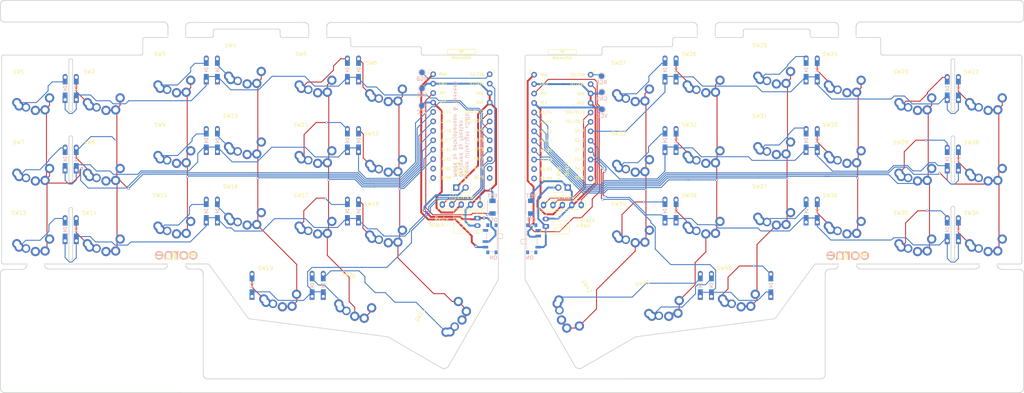
<source format=kicad_pcb>
(kicad_pcb (version 20211014) (generator pcbnew)
  (title_block (title "Corne Light") (date "2020-11-12") (rev "2.0") (company "foostan"))
  (layers (0 "F.Cu" signal) (31 "B.Cu" signal) (34 "B.Paste" user) (35 "F.Paste" user) (36 "B.SilkS" user "B.Silkscreen") (37 "F.SilkS" user "F.Silkscreen") (38 "B.Mask" user) (39 "F.Mask" user) (44 "Edge.Cuts" user))
  (net 0 "")
  (net 1 "row0")
  (net 2 "Net-(D1-Pad2)")
  (net 3 "row1")
  (net 4 "Net-(D2-Pad2)")
  (net 5 "row2")
  (net 6 "Net-(D3-Pad2)")
  (net 7 "row3")
  (net 8 "Net-(D4-Pad2)")
  (net 9 "Net-(D5-Pad2)")
  (net 10 "Net-(D6-Pad2)")
  (net 11 "Net-(D7-Pad2)")
  (net 12 "Net-(D8-Pad2)")
  (net 13 "Net-(D9-Pad2)")
  (net 14 "Net-(D10-Pad2)")
  (net 15 "Net-(D11-Pad2)")
  (net 16 "Net-(D12-Pad2)")
  (net 17 "Net-(D13-Pad2)")
  (net 18 "Net-(D14-Pad2)")
  (net 19 "Net-(D15-Pad2)")
  (net 20 "Net-(D16-Pad2)")
  (net 21 "Net-(D17-Pad2)")
  (net 22 "Net-(D18-Pad2)")
  (net 23 "Net-(D19-Pad2)")
  (net 24 "Net-(D20-Pad2)")
  (net 25 "Net-(D21-Pad2)")
  (net 26 "GND")
  (net 27 "VCC")
  (net 28 "col0")
  (net 29 "col1")
  (net 30 "col2")
  (net 31 "col3")
  (net 32 "col4")
  (net 33 "col5")
  (net 34 "reset")
  (net 35 "SCL")
  (net 36 "SDA")
  (net 37 "Net-(BATJ1-Pad2)")
  (net 38 "+BATT")
  (net 41 "Net-(D22-Pad2)")
  (net 42 "row0_r")
  (net 43 "Net-(D23-Pad2)")
  (net 44 "Net-(D24-Pad2)")
  (net 45 "Net-(D25-Pad2)")
  (net 46 "Net-(D26-Pad2)")
  (net 47 "Net-(D27-Pad2)")
  (net 48 "row1_r")
  (net 49 "Net-(D28-Pad2)")
  (net 50 "Net-(D29-Pad2)")
  (net 51 "Net-(D30-Pad2)")
  (net 52 "Net-(D31-Pad2)")
  (net 53 "Net-(D32-Pad2)")
  (net 54 "Net-(D33-Pad2)")
  (net 55 "row2_r")
  (net 56 "Net-(D34-Pad2)")
  (net 57 "Net-(D35-Pad2)")
  (net 58 "Net-(D36-Pad2)")
  (net 59 "Net-(D37-Pad2)")
  (net 60 "Net-(D38-Pad2)")
  (net 61 "Net-(D39-Pad2)")
  (net 62 "Net-(D40-Pad2)")
  (net 63 "row3_r")
  (net 64 "Net-(D41-Pad2)")
  (net 65 "Net-(D42-Pad2)")
  (net 66 "SDA_r")
  (net 67 "SCL_r")
  (net 68 "reset_r")
  (net 69 "col0_r")
  (net 70 "col1_r")
  (net 71 "col2_r")
  (net 72 "col3_r")
  (net 73 "col4_r")
  (net 74 "col5_r")
  (net 77 "CS")
  (net 78 "RGB")
  (net 80 "VDD")
  (net 81 "GNDA")
  (net 85 "CS_r")
  (net 86 "RGB_r")
  (net 87 "+BATTA")
  (net 88 "Net-(BATJ3-Pad2)")
  (footprint "gateron-ks27:gateron-ks27-choc-v1-mx" (layer "F.Cu") (at 278.684847 45.920432)
    (fp_text reference "SW22")
    (fp_text value "SW_PUSH")
  )
  (footprint "gateron-ks27:gateron-ks27-choc-v1-mx" (layer "F.Cu") (at 259.684847 45.920432)
    (fp_text reference "SW23")
    (fp_text value "SW_PUSH")
  )
  (footprint "gateron-ks27:gateron-ks27-choc-v1-mx" (layer "F.Cu") (at 240.684847 41.170432)
    (fp_text reference "SW24")
    (fp_text value "SW_PUSH")
  )
  (footprint "gateron-ks27:gateron-ks27-choc-v1-mx" (layer "F.Cu") (at 221.684847 38.795432)
    (fp_text reference "SW25")
    (fp_text value "SW_PUSH")
  )
  (footprint "gateron-ks27:gateron-ks27-choc-v1-mx" (layer "F.Cu") (at 202.684847 41.170432)
    (fp_text reference "SW26")
    (fp_text value "SW_PUSH")
  )
  (footprint "gateron-ks27:gateron-ks27-choc-v1-mx" (layer "F.Cu") (at 183.684847 43.545432)
    (fp_text reference "SW27")
    (fp_text value "SW_PUSH")
  )
  (footprint "gateron-ks27:gateron-ks27-choc-v1-mx" (layer "F.Cu") (at 278.684847 64.920432)
    (fp_text reference "SW28")
    (fp_text value "SW_PUSH")
  )
  (footprint "gateron-ks27:gateron-ks27-choc-v1-mx" (layer "F.Cu") (at 259.684847 64.920432)
    (fp_text reference "SW29")
    (fp_text value "SW_PUSH")
  )
  (footprint "gateron-ks27:gateron-ks27-choc-v1-mx" (layer "F.Cu") (at 240.684847 60.170432)
    (fp_text reference "SW30")
    (fp_text value "SW_PUSH")
  )
  (footprint "gateron-ks27:gateron-ks27-choc-v1-mx" (layer "F.Cu") (at 221.684847 57.795432)
    (fp_text reference "SW31")
    (fp_text value "SW_PUSH")
  )
  (footprint "gateron-ks27:gateron-ks27-choc-v1-mx" (layer "F.Cu") (at 202.684847 60.170432)
    (fp_text reference "SW32")
    (fp_text value "SW_PUSH")
  )
  (footprint "gateron-ks27:gateron-ks27-choc-v1-mx" (layer "F.Cu") (at 183.684847 62.545432)
    (fp_text reference "SW33")
    (fp_text value "SW_PUSH")
  )
  (footprint "gateron-ks27:gateron-ks27-choc-v1-mx" (layer "F.Cu") (at 278.684847 83.920432)
    (fp_text reference "SW34")
    (fp_text value "SW_PUSH")
  )
  (footprint "gateron-ks27:gateron-ks27-choc-v1-mx" (layer "F.Cu") (at 259.684847 83.920432)
    (fp_text reference "SW35")
    (fp_text value "SW_PUSH")
  )
  (footprint "gateron-ks27:gateron-ks27-choc-v1-mx" (layer "F.Cu") (at 240.684847 79.170432)
    (fp_text reference "SW36")
    (fp_text value "SW_PUSH")
  )
  (footprint "gateron-ks27:gateron-ks27-choc-v1-mx" (layer "F.Cu") (at 221.684847 76.795432)
    (fp_text reference "SW37")
    (fp_text value "SW_PUSH")
  )
  (footprint "gateron-ks27:gateron-ks27-choc-v1-mx" (layer "F.Cu") (at 202.684847 79.170432)
    (fp_text reference "SW38")
    (fp_text value "SW_PUSH")
  )
  (footprint "gateron-ks27:gateron-ks27-choc-v1-mx" (layer "F.Cu") (at 212.184847 98.795432)
    (fp_text reference "SW40")
    (fp_text value "SW_PUSH")
  )
  (footprint "gateron-ks27:gateron-ks27-choc-v1-mx" (layer "F.Cu") (at 191.184847 101.545432 15)
    (fp_text reference "SW41")
    (fp_text value "SW_PUSH")
  )
  (footprint "gateron-ks27:gateron-ks27-choc-v1-mx" (layer "F.Cu") (at 183.684847 81.545432)
    (fp_text reference "SW39")
    (fp_text value "SW_PUSH")
  )
  (footprint "kbd:ProMicro_v3" (layer "F.Cu") (at 136.8925 56.56)
    (fp_text reference "U1" hide)
    (fp_text value "ProMicro" hide)
  )
  (footprint "kbd:ProMicro_v3" (layer "F.Cu") (at 164.062847 56.686432)
    (fp_text reference "U2" hide)
    (fp_text value "ProMicro" hide)
  )
  (footprint "gateron-ks27:gateron-ks27-choc-v1-mx" (layer "F.Cu") (at 117.1875 43.545)
    (fp_text reference "SW6")
    (fp_text value "SW_PUSH")
  )
  (footprint "gateron-ks27:gateron-ks27-choc-v1-mx" (layer "F.Cu") (at 98.1875 41.17)
    (fp_text reference "SW5")
    (fp_text value "SW_PUSH")
  )
  (footprint "gateron-ks27:gateron-ks27-choc-v1-mx" (layer "F.Cu") (at 79.1875 38.795)
    (fp_text reference "SW4")
    (fp_text value "SW_PUSH")
  )
  (footprint "gateron-ks27:gateron-ks27-choc-v1-mx" (layer "F.Cu") (at 60.1875 41.17)
    (fp_text reference "SW3")
    (fp_text value "SW_PUSH")
  )
  (footprint "gateron-ks27:gateron-ks27-choc-v1-mx" (layer "F.Cu") (at 41.1875 45.92)
    (fp_text reference "SW2")
    (fp_text value "SW_PUSH")
  )
  (footprint "gateron-ks27:gateron-ks27-choc-v1-mx" (layer "F.Cu") (at 117.1875 81.545)
    (fp_text reference "SW18")
    (fp_text value "SW_PUSH")
  )
  (footprint "gateron-ks27:gateron-ks27-choc-v1-mx-1.5u" (layer "F.Cu") (at 131.9375 105.295 60)
    (fp_text reference "SW21")
    (fp_text value "SW_PUSH")
  )
  (footprint "gateron-ks27:gateron-ks27-choc-v1-mx" (layer "F.Cu") (at 22.1875 83.92)
    (fp_text reference "SW13")
    (fp_text value "SW_PUSH")
  )
  (footprint "gateron-ks27:gateron-ks27-choc-v1-mx" (layer "F.Cu") (at 109.6875 101.545 -15)
    (fp_text reference "SW20")
    (fp_text value "SW_PUSH")
  )
  (footprint "gateron-ks27:gateron-ks27-choc-v1-mx" (layer "F.Cu") (at 88.6875 98.795)
    (fp_text reference "SW19")
    (fp_text value "SW_PUSH")
  )
  (footprint "gateron-ks27:gateron-ks27-choc-v1-mx" (layer "F.Cu") (at 98.1875 79.17)
    (fp_text reference "SW17")
    (fp_text value "SW_PUSH")
  )
  (footprint "gateron-ks27:gateron-ks27-choc-v1-mx" (layer "F.Cu") (at 79.1875 76.795)
    (fp_text reference "SW16")
    (fp_text value "SW_PUSH")
  )
  (footprint "gateron-ks27:gateron-ks27-choc-v1-mx" (layer "F.Cu") (at 60.1875 79.17)
    (fp_text reference "SW15")
    (fp_text value "SW_PUSH")
  )
  (footprint "gateron-ks27:gateron-ks27-choc-v1-mx" (layer "F.Cu") (at 41.1875 83.92)
    (fp_text reference "SW14")
    (fp_text value "SW_PUSH")
  )
  (footprint "gateron-ks27:gateron-ks27-choc-v1-mx" (layer "F.Cu") (at 117.1875 62.545)
    (fp_text reference "SW12")
    (fp_text value "SW_PUSH")
  )
  (footprint "gateron-ks27:gateron-ks27-choc-v1-mx" (layer "F.Cu") (at 98.1875 60.17)
    (fp_text reference "SW11")
    (fp_text value "SW_PUSH")
  )
  (footprint "gateron-ks27:gateron-ks27-choc-v1-mx" (layer "F.Cu") (at 79.1875 57.795)
    (fp_text reference "SW10")
    (fp_text value "SW_PUSH")
  )
  (footprint "gateron-ks27:gateron-ks27-choc-v1-mx" (layer "F.Cu") (at 60.1875 60.17)
    (fp_text reference "SW9")
    (fp_text value "SW_PUSH")
  )
  (footprint "gateron-ks27:gateron-ks27-choc-v1-mx" (layer "F.Cu") (at 41.1875 64.92)
    (fp_text reference "SW8")
    (fp_text value "SW_PUSH")
  )
  (footprint "gateron-ks27:gateron-ks27-choc-v1-mx" (layer "F.Cu") (at 22.1875 64.92)
    (fp_text reference "SW7")
    (fp_text value "SW_PUSH")
  )
  (footprint "gateron-ks27:gateron-ks27-choc-v1-mx" (layer "F.Cu") (at 22.1875 45.92)
    (fp_text reference "SW1")
    (fp_text value "SW_PUSH")
  )
  (footprint "kbd:thread_m2" (layer "F.Cu") (at 156.330847 93.085432)
    (fp_text reference "Ref**" hide)
    (fp_text value "Val**" hide)
  )
  (footprint "kbd:thread_m2" (layer "F.Cu") (at 170.889847 84.542432)
    (fp_text reference "Ref**" hide)
    (fp_text value "Val**" hide)
  )
  (footprint "gateron-ks27:gateron-ks27-choc-v1-mx-1.5u" (layer "F.Cu") (at 168.934847 105.295432 -60)
    (fp_text reference "SW42")
    (fp_text value "SW_PUSH")
  )
  (footprint "nice_view:nice_view_1side" (layer "F.Cu") (at 131.7585 77.168)
    (fp_text reference "J2")
    (fp_text value "OLED" hide)
  )
  (footprint "kbd:Breakaway_Tabs" (layer "F.Cu") (at 22.19625 93.38)
    (fp_text reference "J5")
    (fp_text value "Breakaway_Tabs")
  )
  (footprint "kbd:Breakaway_Tabs" (layer "F.Cu") (at 60.1845 93.38)
    (fp_text reference "J5")
    (fp_text value "Breakaway_Tabs")
  )
  (footprint "kbd:Breakaway_Tabs" (layer "F.Cu") (at 60.2875 31.97)
    (fp_text reference "J5")
    (fp_text value "Breakaway_Tabs")
  )
  (footprint "kbd:Breakaway_Tabs" (layer "F.Cu") (at 98.2575 31.97)
    (fp_text reference "J5")
    (fp_text value "Breakaway_Tabs")
  )
  (footprint "kbd:Breakaway_Tabs" (layer "F.Cu") (at 202.7775 31.98)
    (fp_text reference "J5")
    (fp_text value "Breakaway_Tabs")
  )
  (footprint "kbd:Breakaway_Tabs" (layer "F.Cu") (at 240.7975 31.97)
    (fp_text reference "J5")
    (fp_text value "Breakaway_Tabs")
  )
  (footprint "kbd:Breakaway_Tabs" (layer "F.Cu") (at 278.8275 93.39)
    (fp_text reference "J5")
    (fp_text value "Breakaway_Tabs")
  )
  (footprint "kbd:Breakaway_Tabs" (layer "F.Cu") (at 240.8275 93.39)
    (fp_text reference "J5")
    (fp_text value "Breakaway_Tabs")
  )
  (footprint "nice_view:nice_view_1side" (layer "F.Cu") (at 158.9875 77.31)
    (fp_text reference "J7")
    (fp_text value "OLED" hide)
  )
  (footprint "kbd:corne-logo-horizontal" (layer "F.Cu") (at 60.2175 90.93)
    (fp_text reference "G***" hide)
    (fp_text value "LOGO" hide)
  )
  (footprint "kbd:corne-logo-horizontal" (layer "F.Cu") (at 240.9975 91.01)
    (fp_text reference "G***" hide)
    (fp_text value "LOGO" hide)
  )
  (footprint "Connector_JST:JST_PH_S2B-PH-K_1x02_P2.00mm_Horizontal" (layer "F.Cu") (at 159.6015 83.045 90)
    (fp_text reference "BATJ4" hide)
    (fp_text value "Conn_01x02_Female")
  )
  (footprint "Connector_PinHeader_2.54mm:PinHeader_1x02_P2.54mm_Vertical" (layer "F.Cu") (at 165.5125 72.595 -90)
    (fp_text reference "BATJ3")
    (fp_text value "Conn_01x02_Female")
  )
  (footprint "Connector_PinHeader_2.54mm:PinHeader_1x02_P2.54mm_Vertical" (layer "F.Cu") (at 135.4725 72.595 90)
    (fp_text reference "BATJ1")
    (fp_text value "Conn_01x02_Female")
  )
  (footprint "Connector_JST:JST_PH_S2B-PH-K_1x02_P2.00mm_Horizontal" (layer "F.Cu") (at 141.1865 80.845 -90)
    (fp_text reference "BATJ2" hide)
    (fp_text value "Conn_01x02_Female")
  )
  (footprint "kbd:D3_TH_SMD_v2" (layer "B.Cu") (at 270.684847 83.920432 90)
    (fp_text reference "D34" hide)
    (fp_text value "D" hide)
  )
  (footprint "kbd:D3_TH_SMD_v2" (layer "B.Cu") (at 232.684847 78.920432 90)
    (fp_text reference "D36" hide)
    (fp_text value "D" hide)
  )
  (footprint "kbd:D3_TH_SMD_v2" (layer "B.Cu") (at 229.684847 78.915432 90)
    (fp_text reference "D37" hide)
    (fp_text value "D" hide)
  )
  (footprint "kbd:D3_TH_SMD_v2" (layer "B.Cu") (at 194.684847 78.920432 90)
    (fp_text reference "D38" hide)
    (fp_text value "D" hide)
  )
  (footprint "kbd:D3_TH_SMD_v2" (layer "B.Cu") (at 191.684847 78.920432 90)
    (fp_text reference "D39" hide)
    (fp_text value "D" hide)
  )
  (footprint "kbd:D3_TH_SMD_v2" (layer "B.Cu") (at 220.184847 98.930432 90)
    (fp_text reference "D40" hide)
    (fp_text value "D" hide)
  )
  (footprint "kbd:D3_TH_SMD_v2" (layer "B.Cu") (at 204.194847 98.915432 90)
    (fp_text reference "D41" hide)
    (fp_text value "D" hide)
  )
  (footprint "kbd:D3_TH_SMD_v2" (layer "B.Cu") (at 201.194847 98.915432 90)
    (fp_text reference "D42" hide)
    (fp_text value "D" hide)
  )
  (footprint "beekeeb_lib:sweep-SW_SPST_B3U-1000P" (layer "B.Cu") (at 155.6645 77.874 90)
    (fp_text reference "RSW2" hide)
    (fp_text value "SW_PUSH")
  )
  (footprint "kbd:D3_TH_SMD_v2" (layer "B.Cu") (at 270.684847 45.920432 90)
    (fp_text reference "D22" hide)
    (fp_text value "D" hide)
  )
  (footprint "kbd:D3_TH_SMD_v2" (layer "B.Cu") (at 267.684847 45.920432 90)
    (fp_text reference "D23" hide)
    (fp_text value "D" hide)
  )
  (footprint "kbd:D3_TH_SMD_v2" (layer "B.Cu") (at 232.684847 40.920432 90)
    (fp_text reference "D24" hide)
    (fp_text value "D" hide)
  )
  (footprint "kbd:D3_TH_SMD_v2" (layer "B.Cu") (at 229.684847 40.915432 90)
    (fp_text reference "D25" hide)
    (fp_text value "D" hide)
  )
  (footprint "kbd:D3_TH_SMD_v2" (layer "B.Cu") (at 194.684847 40.920432 90)
    (fp_text reference "D26" hide)
    (fp_text value "D" hide)
  )
  (footprint "kbd:D3_TH_SMD_v2" (layer "B.Cu") (at 191.684847 40.920432 90)
    (fp_text reference "D27" hide)
    (fp_text value "D" hide)
  )
  (footprint "kbd:D3_TH_SMD_v2" (layer "B.Cu") (at 270.684847 64.920432 90)
    (fp_text reference "D28" hide)
    (fp_text value "D" hide)
  )
  (footprint "kbd:D3_TH_SMD_v2" (layer "B.Cu") (at 267.684847 64.920432 90)
    (fp_text reference "D29" hide)
    (fp_text value "D" hide)
  )
  (footprint "kbd:D3_TH_SMD_v2" (layer "B.Cu") (at 232.684847 59.920432 90)
    (fp_text reference "D30" hide)
    (fp_text value "D" hide)
  )
  (footprint "kbd:D3_TH_SMD_v2" (layer "B.Cu") (at 229.684847 59.915432 90)
    (fp_text reference "D31" hide)
    (fp_text value "D" hide)
  )
  (footprint "kbd:D3_TH_SMD_v2" (layer "B.Cu") (at 194.684847 59.920432 90)
    (fp_text reference "D32" hide)
    (fp_text value "D" hide)
  )
  (footprint "kbd:D3_TH_SMD_v2" (layer "B.Cu") (at 33.1875 83.92 90)
    (fp_text reference "D14" hide)
    (fp_text value "D" hide)
  )
  (footprint "kbd:D3_TH_SMD_v2" (layer "B.Cu") (at 33.1875 64.92 90)
    (fp_text reference "D8" hide)
    (fp_text value "D" hide)
  )
  (footprint "kbd:D3_TH_SMD_v2" (layer "B.Cu") (at 33.1875 45.92 90)
    (fp_text reference "D2" hide)
    (fp_text value "D" hide)
  )
  (footprint "kbd:D3_TH_SMD_v2" (layer "B.Cu") (at 191.684847 59.920432 90)
    (fp_text reference "D33" hide)
    (fp_text value "D" hide)
  )
  (footprint "kbd:D3_TH_SMD_v2" (layer "B.Cu") (at 99.6875 98.905 90)
    (fp_text reference "D21" hide)
    (fp_text value "D" hide)
  )
  (footprint "kbd:D3_TH_SMD_v2" (layer "B.Cu") (at 96.6875 98.905 90)
    (fp_text reference "D20" hide)
    (fp_text value "D" hide)
  )
  (footprint "kbd:D3_TH_SMD_v2" (layer "B.Cu") (at 80.5075 98.91 90)
    (fp_text reference "D19" hide)
    (fp_text value "D" hide)
  )
  (footprint "kbd:D3_TH_SMD_v2" (layer "B.Cu") (at 109.1875 78.92 90)
    (fp_text reference "D18" hide)
    (fp_text value "D" hide)
  )
  (footprint "kbd:D3_TH_SMD_v2" (layer "B.Cu") (at 106.1875 78.92 90)
    (fp_text reference "D17" hide)
    (fp_text value "D" hide)
  )
  (footprint "kbd:D3_TH_SMD_v2" (layer "B.Cu") (at 71.1875 78.915 90)
    (fp_text reference "D16" hide)
    (fp_text value "D" hide)
  )
  (footprint "kbd:D3_TH_SMD_v2" (layer "B.Cu") (at 68.1875 78.92 90)
    (fp_text reference "D15" hide)
    (fp_text value "D" hide)
  )
  (footprint "kbd:D3_TH_SMD_v2" (layer "B.Cu") (at 30.1875 83.916875 90)
    (fp_text reference "D13" hide)
    (fp_text value "D" hide)
  )
  (footprint "kbd:D3_TH_SMD_v2" (layer "B.Cu") (at 109.1875 59.92 90)
    (fp_text reference "D12" hide)
    (fp_text value "D" hide)
  )
  (footprint "kbd:D3_TH_SMD_v2" (layer "B.Cu") (at 106.1875 59.92 90)
    (fp_text reference "D11" hide)
    (fp_text value "D" hide)
  )
  (footprint "kbd:D3_TH_SMD_v2" (layer "B.Cu") (at 71.1875 59.915 90)
    (fp_text reference "D10" hide)
    (fp_text value "D" hide)
  )
  (footprint "kbd:D3_TH_SMD_v2" (layer "B.Cu") (at 68.1875 59.92 90)
    (fp_text reference "D9" hide)
    (fp_text value "D" hide)
  )
  (footprint "kbd:D3_TH_SMD_v2" (layer "B.Cu") (at 30.1875 64.916875 90)
    (fp_text reference "D7" hide)
    (fp_text value "D" hide)
  )
  (footprint "kbd:D3_TH_SMD_v2" (layer "B.Cu") (at 109.1875 40.92 90)
    (fp_text reference "D6" hide)
    (fp_text value "D" hide)
  )
  (footprint "kbd:D3_TH_SMD_v2" (layer "B.Cu") (at 106.1875 40.92 90)
    (fp_text reference "D5" hide)
    (fp_text value "D" hide)
  )
  (footprint "kbd:D3_TH_SMD_v2" (layer "B.Cu") (at 71.1875 40.915 90)
    (fp_text reference "D4" hide)
    (fp_text value "D" hide)
  )
  (footprint "kbd:D3_TH_SMD_v2" (layer "B.Cu") (at 68.1875 40.92 90)
    (fp_text reference "D3" hide)
    (fp_text value "D" hide)
  )
  (footprint "kbd:D3_TH_SMD_v2" (layer "B.Cu") (at 30.1875 45.916875 90)
    (fp_text reference "D1" hide)
    (fp_text value "D" hide)
  )
  (footprint "kbd:D3_TH_SMD_v2" (layer "B.Cu") (at 267.684847 83.920432 90)
    (fp_text reference "D35" hide)
    (fp_text value "D" hide)
  )
  (footprint "kbd:spacer_m2" (layer "B.Cu") (at 31.6955 74.4205 180)
    (fp_text reference "Ref**" hide)
    (fp_text value "Val**" hide)
  )
  (footprint "kbd:spacer_m2" (layer "B.Cu") (at 107.6505 51.9305 180)
    (fp_text reference "Ref**" hide)
    (fp_text value "Val**" hide)
  )
  (footprint "kbd:spacer_m2" (layer "B.Cu") (at 31.6955 55.4205 180)
    (fp_text reference "Ref**" hide)
    (fp_text value "Val**" hide)
  )
  (footprint "kbd:spacer_m2" (layer "B.Cu") (at 74.8395 91.6855 180)
    (fp_text reference "Ref**" hide)
    (fp_text value "Val**" hide)
  )
  (footprint "kbd:spacer_m2" (layer "B.Cu") (at 121.4055 99.3 180)
    (fp_text reference "Ref**" hide)
    (fp_text value "Val**" hide)
  )
  (footprint "kbd:thread_m2" (layer "B.Cu") (at 129.9445 84.419 180)
    (fp_text reference "Ref**" hide)
    (fp_text value "Val**" hide)
  )
  (footprint "kbd:thread_m2" (layer "B.Cu") (at 144.3765 92.94 180)
    (fp_text reference "Ref**" hide)
    (fp_text value "Val**" hide)
  )
  (footprint "beekeeb_lib:sweep-SW_SPST_B3U-1000P" (layer "B.Cu") (at 145.2505 77.874 90)
    (fp_text reference "RSW1" hide)
    (fp_text value "SW_PUSH")
  )
  (footprint "kbd:spacer_m2" (layer "B.Cu") (at 193.235847 51.936932 180)
    (fp_text reference "Ref**" hide)
    (fp_text value "Val**" hide)
  )
  (footprint "kbd:spacer_m2" (layer "B.Cu") (at 179.485847 99.446932 180)
    (fp_text reference "Ref**" hide)
    (fp_text value "Val**" hide)
  )
  (footprint "kbd:spacer_m2" (layer "B.Cu") (at 226.055847 91.696932 180)
    (fp_text reference "Ref**" hide)
    (fp_text value "Val**" hide)
  )
  (footprint "kbd:spacer_m2" (layer "B.Cu") (at 269.195847 55.426932 180)
    (fp_text reference "Ref**" hide)
    (fp_text value "Val**" hide)
  )
  (footprint "kbd:spacer_m2" (layer "B.Cu") (at 269.195847 74.426932 180)
    (fp_text reference "Ref**" hide)
    (fp_text value "Val**" hide)
  )
  (footprint "kbd:corne-logo-horizontal" (layer "B.Cu") (at 59.9875 90.93 180)
    (fp_text reference "G***" hide)
    (fp_text value "LOGO" hide)
  )
  (footprint "kbd:corne-logo-horizontal" (layer "B.Cu") (at 240.7675 91.01 180)
    (fp_text reference "G***" hide)
    (fp_text value "LOGO" hide)
  )
  (footprint "kbd:spacer_m2" (layer "B.Cu") (at 50.7125 74.445 180)
    (fp_text reference "Ref**" hide)
    (fp_text value "Val**" hide)
  )
  (footprint "kbd:spacer_m2" (layer "B.Cu") (at 50.7125 55.445 180)
    (fp_text reference "Ref**" hide)
    (fp_text value "Val**" hide)
  )
  (footprint "kbd:spacer_m2" (layer "B.Cu") (at 250.2125 74.426932 180)
    (fp_text reference "Ref**" hide)
    (fp_text value "Val**" hide)
  )
  (footprint "kbd:spacer_m2" (layer "B.Cu") (at 250.2125 55.426932 180)
    (fp_text reference "Ref**" hide)
    (fp_text value "Val**" hide)
  )
  (footprint "Button_Switch_SMD:SW_SPDT_PCM12" (layer "B.Cu") (at 156.1325 86.383 90)
    (fp_text reference "PSW2" hide)
    (fp_text value "SW_SPST")
  )
  (footprint "TestPoint:TestPoint_Pad_D1.5mm" (layer "B.Cu") (at 126.2375 50.545 180)
    (fp_text reference "TP2")
    (fp_text value "VCC")
  )
  (footprint "TestPoint:TestPoint_Pad_D1.5mm" (layer "B.Cu") (at 174.7625 51.545 180)
    (fp_text reference "TP5")
    (fp_text value "VCC")
  )
  (footprint "TestPoint:TestPoint_Pad_D1.5mm" (layer "B.Cu") (at 174.6125 42.595 180)
    (fp_text reference "TP4")
    (fp_text value "RGB")
  )
  (footprint "TestPoint:TestPoint_Pad_D1.5mm" (layer "B.Cu") (at 174.6875 46.92 180)
    (fp_text reference "TP6")
    (fp_text value "GND")
  )
  (footprint "Button_Switch_SMD:SW_SPDT_PCM12" (layer "B.Cu") (at 144.7755 86.383 -90)
    (fp_text reference "PSW1" hide)
    (fp_text value "SW_SPST")
  )
  (footprint "TestPoint:TestPoint_Pad_D1.5mm" (layer "B.Cu") (at 126.2625 41.595 180)
    (fp_text reference "TP1")
    (fp_text value "RGB")
  )
  (footprint "TestPoint:TestPoint_Pad_D1.5mm" (layer "B.Cu") (at 126.2625 45.92 180)
    (fp_text reference "TP3")
    (fp_text value "GND")
  )
  (gr_line (start 31.1975 51.66) (end 31.1975 38.41) (layer "Edge.Cuts") (width 0.2))
  (gr_line (start 32.1975 59.16) (end 32.1975 70.66) (layer "Edge.Cuts") (width 0.2))
  (gr_line (start 31.47875 37.94125) (end 31.6975 37.91) (layer "Edge.Cuts") (width 0.2))
  (gr_line (start 31.885 37.94125) (end 31.6975 37.91) (layer "Edge.Cuts") (width 0.2))
  (gr_line (start 31.22875 38.2225) (end 31.3225 38.035) (layer "Edge.Cuts") (width 0.2))
  (gr_line (start 31.22875 38.2225) (end 31.1975 38.41) (layer "Edge.Cuts") (width 0.2))
  (gr_line (start 32.16625 38.2225) (end 32.0725 38.035) (layer "Edge.Cuts") (width 0.2))
  (gr_line (start 32.1975 38.41) (end 32.16625 38.2225) (layer "Edge.Cuts") (width 0.2))
  (gr_line (start 31.51 52.12875) (end 31.6975 52.16) (layer "Edge.Cuts") (width 0.2))
  (gr_line (start 31.22875 51.8475) (end 31.3225 52.035) (layer "Edge.Cuts") (width 0.2))
  (gr_line (start 31.1975 51.66) (end 31.22875 51.8475) (layer "Edge.Cuts") (width 0.2))
  (gr_line (start 32.16625 51.8475) (end 32.1975 51.66) (layer "Edge.Cuts") (width 0.2))
  (gr_line (start 31.91625 52.12875) (end 32.0725 52.035) (layer "Edge.Cuts") (width 0.2))
  (gr_line (start 32.16625 51.8475) (end 32.0725 52.035) (layer "Edge.Cuts") (width 0.2))
  (gr_line (start 31.91625 52.12875) (end 31.6975 52.16) (layer "Edge.Cuts") (width 0.2))
  (gr_line (start 31.3225 52.035) (end 31.51 52.12875) (layer "Edge.Cuts") (width 0.2))
  (gr_line (start 31.885 58.69125) (end 31.6975 58.66) (layer "Edge.Cuts") (width 0.2))
  (gr_line (start 32.16625 58.9725) (end 32.0725 58.785) (layer "Edge.Cuts") (width 0.2))
  (gr_line (start 32.1975 59.16) (end 32.16625 58.9725) (layer "Edge.Cuts") (width 0.2))
  (gr_line (start 31.22875 58.9725) (end 31.1975 59.16) (layer "Edge.Cuts") (width 0.2))
  (gr_line (start 31.47875 58.69125) (end 31.3225 58.785) (layer "Edge.Cuts") (width 0.2))
  (gr_line (start 31.22875 58.9725) (end 31.3225 58.785) (layer "Edge.Cuts") (width 0.2))
  (gr_line (start 31.47875 58.69125) (end 31.6975 58.66) (layer "Edge.Cuts") (width 0.2))
  (gr_line (start 32.0725 58.785) (end 31.885 58.69125) (layer "Edge.Cuts") (width 0.2))
  (gr_line (start 31.51 71.12875) (end 31.6975 71.16) (layer "Edge.Cuts") (width 0.2))
  (gr_line (start 32.16625 70.8475) (end 32.1975 70.66) (layer "Edge.Cuts") (width 0.2))
  (gr_line (start 32.16625 70.8475) (end 32.0725 71.035) (layer "Edge.Cuts") (width 0.2))
  (gr_line (start 31.22875 70.8475) (end 31.3225 71.035) (layer "Edge.Cuts") (width 0.2))
  (gr_line (start 31.91625 71.12875) (end 32.0725 71.035) (layer "Edge.Cuts") (width 0.2))
  (gr_line (start 31.3225 71.035) (end 31.51 71.12875) (layer "Edge.Cuts") (width 0.2))
  (gr_line (start 31.91625 71.12875) (end 31.6975 71.16) (layer "Edge.Cuts") (width 0.2))
  (gr_line (start 31.1975 70.66) (end 31.22875 70.8475) (layer "Edge.Cuts") (width 0.2))
  (gr_line (start 31.47875 77.94125) (end 31.3225 78.035) (layer "Edge.Cuts") (width 0.2))
  (gr_line (start 31.22875 78.2225) (end 31.3225 78.035) (layer "Edge.Cuts") (width 0.2))
  (gr_line (start 32.16625 78.2225) (end 32.0725 78.035) (layer "Edge.Cuts") (width 0.2))
  (gr_line (start 31.885 77.94125) (end 31.6975 77.91) (layer "Edge.Cuts") (width 0.2))
  (gr_line (start 32.0725 78.035) (end 31.885 77.94125) (layer "Edge.Cuts") (width 0.2))
  (gr_line (start 31.22875 78.2225) (end 31.1975 78.41) (layer "Edge.Cuts") (width 0.2))
  (gr_line (start 32.1975 78.41) (end 32.16625 78.2225) (layer "Edge.Cuts") (width 0.2))
  (gr_line (start 31.47875 77.94125) (end 31.6975 77.91) (layer "Edge.Cuts") (width 0.2))
  (gr_line (start 32.16625 91.8475) (end 32.1975 91.66) (layer "Edge.Cuts") (width 0.2))
  (gr_line (start 31.91625 92.12875) (end 32.0725 92.035) (layer "Edge.Cuts") (width 0.2))
  (gr_line (start 31.91625 92.12875) (end 31.6975 92.16) (layer "Edge.Cuts") (width 0.2))
  (gr_line (start 32.16625 91.8475) (end 32.0725 92.035) (layer "Edge.Cuts") (width 0.2))
  (gr_line (start 31.1975 91.66) (end 31.22875 91.8475) (layer "Edge.Cuts") (width 0.2))
  (gr_line (start 31.22875 91.8475) (end 31.3225 92.035) (layer "Edge.Cuts") (width 0.2))
  (gr_line (start 31.51 92.12875) (end 31.6975 92.16) (layer "Edge.Cuts") (width 0.2))
  (gr_line (start 31.3225 92.035) (end 31.51 92.12875) (layer "Edge.Cuts") (width 0.2))
  (gr_line (start 269.385 37.94125) (end 269.1975 37.91) (layer "Edge.Cuts") (width 0.2))
  (gr_line (start 269.66625 38.2225) (end 269.5725 38.035) (layer "Edge.Cuts") (width 0.2))
  (gr_line (start 269.6975 38.41) (end 269.66625 38.2225) (layer "Edge.Cuts") (width 0.2))
  (gr_line (start 268.72875 38.2225) (end 268.6975 38.41) (layer "Edge.Cuts") (width 0.2))
  (gr_line (start 268.97875 37.94125) (end 268.8225 38.035) (layer "Edge.Cuts") (width 0.2))
  (gr_line (start 268.72875 38.2225) (end 268.8225 38.035) (layer "Edge.Cuts") (width 0.2))
  (gr_line (start 268.97875 37.94125) (end 269.1975 37.91) (layer "Edge.Cuts") (width 0.2))
  (gr_line (start 269.5725 38.035) (end 269.385 37.94125) (layer "Edge.Cuts") (width 0.2))
  (gr_line (start 269.66625 51.8475) (end 269.5725 52.035) (layer "Edge.Cuts") (width 0.2))
  (gr_line (start 269.41625 52.12875) (end 269.5725 52.035) (layer "Edge.Cuts") (width 0.2))
  (gr_line (start 268.72875 51.8475) (end 268.8225 52.035) (layer "Edge.Cuts") (width 0.2))
  (gr_line (start 269.01 52.12875) (end 269.1975 52.16) (layer "Edge.Cuts") (width 0.2))
  (gr_line (start 269.41625 52.12875) (end 269.1975 52.16) (layer "Edge.Cuts") (width 0.2))
  (gr_line (start 269.66625 51.8475) (end 269.6975 51.66) (layer "Edge.Cuts") (width 0.2))
  (gr_line (start 268.8225 52.035) (end 269.01 52.12875) (layer "Edge.Cuts") (width 0.2))
  (gr_line (start 268.6975 51.66) (end 268.72875 51.8475) (layer "Edge.Cuts") (width 0.2))
  (gr_line (start 268.97875 58.69125) (end 269.1975 58.66) (layer "Edge.Cuts") (width 0.2))
  (gr_line (start 268.72875 58.9725) (end 268.6975 59.16) (layer "Edge.Cuts") (width 0.2))
  (gr_line (start 269.5725 58.785) (end 269.385 58.69125) (layer "Edge.Cuts") (width 0.2))
  (gr_line (start 269.66625 58.9725) (end 269.5725 58.785) (layer "Edge.Cuts") (width 0.2))
  (gr_line (start 269.385 58.69125) (end 269.1975 58.66) (layer "Edge.Cuts") (width 0.2))
  (gr_line (start 268.97875 58.69125) (end 268.8225 58.785) (layer "Edge.Cuts") (width 0.2))
  (gr_line (start 268.72875 58.9725) (end 268.8225 58.785) (layer "Edge.Cuts") (width 0.2))
  (gr_line (start 269.6975 59.16) (end 269.66625 58.9725) (layer "Edge.Cuts") (width 0.2))
  (gr_line (start 269.41625 71.12875) (end 269.1975 71.16) (layer "Edge.Cuts") (width 0.2))
  (gr_line (start 269.66625 70.8475) (end 269.6975 70.66) (layer "Edge.Cuts") (width 0.2))
  (gr_line (start 268.6975 70.66) (end 268.72875 70.8475) (layer "Edge.Cuts") (width 0.2))
  (gr_line (start 269.41625 71.12875) (end 269.5725 71.035) (layer "Edge.Cuts") (width 0.2))
  (gr_line (start 269.01 71.12875) (end 269.1975 71.16) (layer "Edge.Cuts") (width 0.2))
  (gr_line (start 269.66625 70.8475) (end 269.5725 71.035) (layer "Edge.Cuts") (width 0.2))
  (gr_line (start 268.8225 71.035) (end 269.01 71.12875) (layer "Edge.Cuts") (width 0.2))
  (gr_line (start 268.72875 70.8475) (end 268.8225 71.035) (layer "Edge.Cuts") (width 0.2))
  (gr_line (start 269.66625 77.9725) (end 269.5725 77.785) (layer "Edge.Cuts") (width 0.2))
  (gr_line (start 268.72875 77.9725) (end 268.8225 77.785) (layer "Edge.Cuts") (width 0.2))
  (gr_line (start 269.5725 77.785) (end 269.385 77.69125) (layer "Edge.Cuts") (width 0.2))
  (gr_line (start 268.72875 77.9725) (end 268.6975 78.16) (layer "Edge.Cuts") (width 0.2))
  (gr_line (start 268.97875 77.69125) (end 268.8225 77.785) (layer "Edge.Cuts") (width 0.2))
  (gr_line (start 269.385 77.69125) (end 269.1975 77.66) (layer "Edge.Cuts") (width 0.2))
  (gr_line (start 269.6975 78.16) (end 269.66625 77.9725) (layer "Edge.Cuts") (width 0.2))
  (gr_line (start 268.97875 77.69125) (end 269.1975 77.66) (layer "Edge.Cuts") (width 0.2))
  (gr_line (start 268.6975 91.66) (end 268.72875 91.8475) (layer "Edge.Cuts") (width 0.2))
  (gr_line (start 269.41625 92.12875) (end 269.1975 92.16) (layer "Edge.Cuts") (width 0.2))
  (gr_line (start 269.01 92.12875) (end 269.1975 92.16) (layer "Edge.Cuts") (width 0.2))
  (gr_line (start 269.66625 91.8475) (end 269.5725 92.035) (layer "Edge.Cuts") (width 0.2))
  (gr_line (start 268.8225 92.035) (end 269.01 92.12875) (layer "Edge.Cuts") (width 0.2))
  (gr_line (start 268.72875 91.8475) (end 268.8225 92.035) (layer "Edge.Cuts") (width 0.2))
  (gr_line (start 269.66625 91.8475) (end 269.6975 91.66) (layer "Edge.Cuts") (width 0.2))
  (gr_line (start 269.41625 92.12875) (end 269.5725 92.035) (layer "Edge.Cuts") (width 0.2))
  (gr_line (start 287.761114 27.841367) (end 287.933833 27.699127) (layer "Edge.Cuts") (width 0.2))
  (gr_line (start 19.674538 94.092121) (end 19.671998 94.094661) (layer "Edge.Cuts") (width 0.2))
  (gr_line (start 57.853241 29.027545) (end 57.855781 29.027545) (layer "Edge.Cuts") (width 0.2))
  (gr_line (start 237.248183 28.136006) (end 206.377054 28.136006) (layer "Edge.Cuts") (width 0.2))
  (gr_line (start 57.782121 28.798946) (end 57.782121 28.798946) (layer "Edge.Cuts") (width 0.2))
  (gr_line (start 13.283905 37.031077) (end 13.184845 37.132677) (layer "Edge.Cuts") (width 0.2))
  (gr_line (start 57.784661 28.801486) (end 57.787201 28.806566) (layer "Edge.Cuts") (width 0.2))
  (gr_line (start 95.445203 28.473826) (end 95.272484 28.334126) (layer "Edge.Cuts") (width 0.2))
  (gr_line (start 62.630976 93.406322) (end 62.630976 93.411402) (layer "Edge.Cuts") (width 0.2))
  (gr_line (start 243.161298 29.037705) (end 243.161298 29.037705) (layer "Edge.Cuts") (width 0.2))
  (gr_line (start 234.804706 123.167472) (end 234.825026 122.943953) (layer "Edge.Cuts") (width 0.2))
  (gr_line (start 12.946085 22.715652) (end 12.841945 22.911231) (layer "Edge.Cuts") (width 0.2))
  (gr_line (start 18.653459 94.643301) (end 18.650919 94.643301) (layer "Edge.Cuts") (width 0.2))
  (gr_line (start 88.185891 31.981562) (end 88.284951 32.080622) (layer "Edge.Cuts") (width 0.2))
  (gr_line (start 18.645839 94.643301) (end 13.893504 94.643301) (layer "Edge.Cuts") (width 0.2))
  (gr_line (start 57.279201 94.348661) (end 57.449381 94.208961) (layer "Edge.Cuts") (width 0.2))
  (gr_line (start 18.892219 94.617901) (end 18.887139 94.617901) (layer "Edge.Cuts") (width 0.2))
  (gr_line (start 79.481319 107.782708) (end 79.595619 107.869068) (layer "Edge.Cuts") (width 0.2))
  (gr_line (start 234.825026 95.768519) (end 234.825026 95.768519) (layer "Edge.Cuts") (width 0.2))
  (gr_line (start 107.113952 34.35138) (end 107.185072 34.48092) (layer "Edge.Cuts") (width 0.2))
  (gr_line (start 19.875198 93.180262) (end 19.880278 93.408862) (layer "Edge.Cuts") (width 0.2))
  (gr_line (start 66.616232 94.638221) (end 66.618772 94.638221) (layer "Edge.Cuts") (width 0.2))
  (gr_line (start 19.857418 93.642542) (end 19.857418 93.642542) (layer "Edge.Cuts") (width 0.2))
  (gr_line (start 231.274109 32.184762) (end 238.386102 32.184762) (layer "Edge.Cuts") (width 0.2))
  (gr_line (start 287.756034 94.82618) (end 287.557914 94.72204) (layer "Edge.Cuts") (width 0.2))
  (gr_line (start 94.863544 28.166486) (end 94.640024 28.143626) (layer "Edge.Cuts") (width 0.2))
  (gr_line (start 249.673851 32.387962) (end 249.744971 32.520042) (layer "Edge.Cuts") (width 0.2))
  (gr_line (start 169.40485 121.097374) (end 169.277851 121.173574) (layer "Edge.Cuts") (width 0.2))
  (gr_line (start 67.281711 95.29862) (end 67.284251 95.30116) (layer "Edge.Cuts") (width 0.2))
  (gr_line (start 205.935094 28.224906) (end 205.739515 28.329046) (layer "Edge.Cuts") (width 0.2))
  (gr_line (start 243.161298 29.037705) (end 243.161298 29.037705) (layer "Edge.Cuts") (width 0.2))
  (gr_line (start 101.769797 28.143626) (end 101.762177 28.143626) (layer "Edge.Cuts") (width 0.2))
  (gr_line (start 13.184845 37.132677) (end 13.113725 37.262217) (layer "Edge.Cuts") (width 0.2))
  (gr_line (start 234.847886 95.53484) (end 234.850426 95.5323) (layer "Edge.Cuts") (width 0.2))
  (gr_line (start 19.128439 94.544241) (end 19.128439 94.544241) (layer "Edge.Cuts") (width 0.2))
  (gr_line (start 236.051845 94.534081) (end 236.051845 94.534081) (layer "Edge.Cuts") (width 0.2))
  (gr_line (start 237.685063 28.222366) (end 237.471703 28.156326) (layer "Edge.Cuts") (width 0.2))
  (gr_line (start 288.238633 95.545) (end 288.172593 95.33164) (layer "Edge.Cuts") (width 0.2))
  (gr_line (start 243.161298 29.037705) (end 243.161298 29.032625) (layer "Edge.Cuts") (width 0.2))
  (gr_line (start 243.240037 93.396162) (end 243.240037 93.403782) (layer "Edge.Cuts") (width 0.2))
  (gr_line (start 221.114119 107.930027) (end 221.022679 107.937647) (layer "Edge.Cuts") (width 0.2))
  (gr_line (start 70.113808 30.261984) (end 70.085868 30.429624) (layer "Edge.Cuts") (width 0.2))
  (gr_line (start 230.87279 31.986642) (end 230.80167 31.854563) (layer "Edge.Cuts") (width 0.2))
  (gr_line (start 281.35016 94.089581) (end 281.34762 94.084501) (layer "Edge.Cuts") (width 0.2))
  (gr_line (start 234.494826 123.749132) (end 234.637066 123.576412) (layer "Edge.Cuts") (width 0.2))
  (gr_line (start 287.273434 36.937098) (end 287.443614 36.967578) (layer "Edge.Cuts") (width 0.2))
  (gr_line (start 50.886027 36.830418) (end 50.985087 36.728818) (layer "Edge.Cuts") (width 0.2))
  (gr_line (start 95.272484 28.334126) (end 95.076904 28.229986) (layer "Edge.Cuts") (width 0.2))
  (gr_line (start 235.376205 94.7449) (end 235.579405 94.633141) (layer "Edge.Cuts") (width 0.2))
  (gr_line (start 169.277851 121.173574) (end 169.140691 121.237074) (layer "Edge.Cuts") (width 0.2))
  (gr_line (start 282.140099 94.612821) (end 282.140099 94.612821) (layer "Edge.Cuts") (width 0.2))
  (gr_line (start 12.778445 126.886029) (end 12.844485 127.096849) (layer "Edge.Cuts") (width 0.2))
  (gr_line (start 146.735373 97.500798) (end 146.783633 97.343318) (layer "Edge.Cuts") (width 0.2))
  (gr_line (start 174.274026 36.937098) (end 174.274026 36.937098) (layer "Edge.Cuts") (width 0.2))
  (gr_line (start 276.300645 93.830501) (end 276.366685 93.617142) (layer "Edge.Cuts") (width 0.2))
  (gr_line (start 287.926213 94.96588) (end 287.756034 94.82618) (layer "Edge.Cuts") (width 0.2))
  (gr_line (start 57.512881 28.400166) (end 57.512881 28.400166) (layer "Edge.Cuts") (width 0.2))
  (gr_line (start 63.768895 28.143626) (end 63.763815 28.143626) (layer "Edge.Cuts") (width 0.2))
  (gr_line (start 125.584814 34.67904) (end 107.583851 34.67904) (layer "Edge.Cuts") (width 0.2))
  (gr_line (start 24.718973 93.848281) (end 24.825653 94.041321) (layer "Edge.Cuts") (width 0.2))
  (gr_line (start 200.38774 29.266305) (end 200.36488 29.042785) (layer "Edge.Cuts") (width 0.2))
  (gr_line (start 234.847886 95.53738) (end 234.847886 95.53484) (layer "Edge.Cuts") (width 0.2))
  (gr_line (start 244.129037 28.059806) (end 244.131577 28.059806) (layer "Edge.Cuts") (width 0.2))
  (gr_line (start 276.387005 93.396162) (end 276.394625 93.185342) (layer "Edge.Cuts") (width 0.2))
  (gr_line (start 63.326935 28.232526) (end 63.131355 28.339206) (layer "Edge.Cuts") (width 0.2))
  (gr_line (start 19.524678 94.275001) (end 19.524678 94.275001) (layer "Edge.Cuts") (width 0.2))
  (gr_line (start 95.785563 32.179682) (end 95.780483 29.281545) (layer "Edge.Cuts") (width 0.2))
  (gr_line (start 194.273966 32.184762) (end 200.39536 32.184762) (layer "Edge.Cuts") (width 0.2))
  (gr_line (start 235.371125 94.74744) (end 235.376205 94.7449) (layer "Edge.Cuts") (width 0.2))
  (gr_line (start 244.362716 28.034406) (end 244.365256 28.034406) (layer "Edge.Cuts") (width 0.2))
  (gr_line (start 13.258505 94.83888) (end 13.085785 94.98112) (layer "Edge.Cuts") (width 0.2))
  (gr_line (start 234.825026 95.768519) (end 234.847886 95.53738) (layer "Edge.Cuts") (width 0.2))
  (gr_line (start 199.68416 28.222366) (end 199.470801 28.156326) (layer "Edge.Cuts") (width 0.2))
  (gr_line (start 95.780483 29.276465) (end 95.757623 29.052945) (layer "Edge.Cuts") (width 0.2))
  (gr_line (start 18.897299 94.617901) (end 18.892219 94.617901) (layer "Edge.Cuts") (width 0.2))
  (gr_line (start 116.664342 112.720463) (end 116.504323 112.700143) (layer "Edge.Cuts") (width 0.2))
  (gr_line (start 18.897299 94.617901) (end 18.897299 94.617901) (layer "Edge.Cuts") (width 0.2))
  (gr_line (start 231.274109 32.184762) (end 231.103929 32.156822) (layer "Edge.Cuts") (width 0.2))
  (gr_line (start 287.565534 27.945506) (end 287.761114 27.841367) (layer "Edge.Cuts") (width 0.2))
  (gr_line (start 238.388642 93.396162) (end 238.396262 93.187882) (layer "Edge.Cuts") (width 0.2))
  (gr_line (start 56.649282 28.044566) (end 56.877882 28.067426) (layer "Edge.Cuts") (width 0.2))
  (gr_line (start 184.019996 112.756023) (end 184.192716 112.728083) (layer "Edge.Cuts") (width 0.2))
  (gr_line (start 244.154437 94.513761) (end 244.377956 94.534081) (layer "Edge.Cuts") (width 0.2))
  (gr_line (start 19.334179 94.432481) (end 19.331639 94.435021) (layer "Edge.Cuts") (width 0.2))
  (gr_line (start 133.380066 120.716375) (end 133.382606 120.711295) (layer "Edge.Cuts") (width 0.2))
  (gr_line (start 24.655473 93.634922) (end 24.718973 93.848281) (layer "Edge.Cuts") (width 0.2))
  (gr_line (start 287.672214 92.987222) (end 287.570614 93.088822) (layer "Edge.Cuts") (width 0.2))
  (gr_line (start 237.250723 94.534081) (end 237.255803 94.534081) (layer "Edge.Cuts") (width 0.2))
  (gr_line (start 19.524678 94.275001) (end 19.524678 94.275001) (layer "Edge.Cuts") (width 0.2))
  (gr_line (start 57.665281 28.585586) (end 57.667821 28.585586) (layer "Edge.Cuts") (width 0.2))
  (gr_line (start 19.786298 93.883841) (end 19.677078 94.087041) (layer "Edge.Cuts") (width 0.2))
  (gr_line (start 19.786298 93.878761) (end 19.786298 93.883841) (layer "Edge.Cuts") (width 0.2))
  (gr_line (start 244.123957 28.062346) (end 244.129037 28.059806) (layer "Edge.Cuts") (width 0.2))
  (gr_line (start 243.684537 28.247766) (end 243.687077 28.245226) (layer "Edge.Cuts") (width 0.2))
  (gr_line (start 67.380771 95.771059) (end 67.380771 95.773599) (layer "Edge.Cuts") (width 0.2))
  (gr_line (start 234.129066 123.995512) (end 234.324646 123.888832) (layer "Edge.Cuts") (width 0.2))
  (gr_line (start 281.6956 94.429941) (end 281.69052 94.427401) (layer "Edge.Cuts") (width 0.2))
  (gr_line (start 12.755585 126.662509) (end 12.778445 126.886029) (layer "Edge.Cuts") (width 0.2))
  (gr_line (start 281.23586 93.876221) (end 281.23332 93.871141) (layer "Edge.Cuts") (width 0.2))
  (gr_line (start 281.908959 94.544241) (end 281.908959 94.544241) (layer "Edge.Cuts") (width 0.2))
  (gr_line (start 67.403631 123.185252) (end 67.469671 123.396072) (layer "Edge.Cuts") (width 0.2))
  (gr_line (start 244.362716 28.034406) (end 244.362716 28.034406) (layer "Edge.Cuts") (width 0.2))
  (gr_line (start 32.1975 78.41) (end 32.1975 91.66) (layer "Edge.Cuts") (width 0.2))
  (gr_line (start 169.140691 121.237074) (end 168.988291 121.287874) (layer "Edge.Cuts") (width 0.2))
  (gr_line (start 269.6975 51.66) (end 269.6975 38.41) (layer "Edge.Cuts") (width 0.2))
  (gr_line (start 68.67363 93.187882) (end 68.58473 93.16) (layer "Edge.Cuts") (width 0.2))
  (gr_line (start 276.366685 93.617142) (end 276.387005 93.396162) (layer "Edge.Cuts") (width 0.2))
  (gr_line (start 19.880278 93.411402) (end 19.880278 93.411402) (layer "Edge.Cuts") (width 0.2))
  (gr_line (start 50.583768 36.929478) (end 50.756488 36.901538) (layer "Edge.Cuts") (width 0.2))
  (gr_line (start 68.93779 93.327582) (end 68.82095 93.241222) (layer "Edge.Cuts") (width 0.2))
  (gr_line (start 146.834433 37.429857) (end 146.834433 96.906438) (layer "Edge.Cuts") (width 0.2))
  (gr_line (start 287.756034 22.387992) (end 287.557914 22.283852) (layer "Edge.Cuts") (width 0.2))
  (gr_line (start 287.441074 93.157402) (end 287.273434 93.187882) (layer "Edge.Cuts") (width 0.2))
  (gr_line (start 281.16474 93.645082) (end 281.1622 93.642542) (layer "Edge.Cuts") (width 0.2))
  (gr_line (start 19.857418 93.642542) (end 19.857418 93.642542) (layer "Edge.Cuts") (width 0.2))
  (gr_line (start 212.442568 32.159362) (end 212.272388 32.187302) (layer "Edge.Cuts") (width 0.2))
  (gr_line (start 13.896044 127.792808) (end 287.126114 127.785188) (layer "Edge.Cuts") (width 0.2))
  (gr_line (start 12.951165 27.541647) (end 13.093405 27.714367) (layer "Edge.Cuts") (width 0.2))
  (gr_line (start 67.355371 95.53738) (end 67.380771 95.768519) (layer "Edge.Cuts") (width 0.2))
  (gr_line (start 57.881181 29.271385) (end 57.881181 29.273925) (layer "Edge.Cuts") (width 0.2))
  (gr_line (start 24.635153 93.185342) (end 57.787201 93.185342) (layer "Edge.Cuts") (width 0.2))
  (gr_line (start 154.022626 37.434937) (end 154.053106 37.267297) (layer "Edge.Cuts") (width 0.2))
  (gr_line (start 154.042946 97.188378) (end 154.025166 97.005498) (layer "Edge.Cuts") (width 0.2))
  (gr_line (start 88.41703 32.151742) (end 88.58467 32.179682) (layer "Edge.Cuts") (width 0.2))
  (gr_line (start 146.732833 37.130137) (end 146.633773 37.028537) (layer "Edge.Cuts") (width 0.2))
  (gr_line (start 67.355371 95.5323) (end 67.355371 95.53738) (layer "Edge.Cuts") (width 0.2))
  (gr_line (start 70.283988 30.030844) (end 70.184928 30.132444) (layer "Edge.Cuts") (width 0.2))
  (gr_line (start 56.880422 28.067426) (end 56.882962 28.067426) (layer "Edge.Cuts") (width 0.2))
  (gr_line (start 126.085193 35.179419) (end 126.085193 36.429098) (layer "Edge.Cuts") (width 0.2))
  (gr_line (start 132.734907 121.231994) (end 132.879686 121.165954) (layer "Edge.Cuts") (width 0.2))
  (gr_line (start 287.570614 93.088822) (end 287.441074 93.157402) (layer "Edge.Cuts") (width 0.2))
  (gr_line (start 13.085785 37.429857) (end 13.085785 37.429857) (layer "Edge.Cuts") (width 0.2))
  (gr_line (start 281.23586 93.881301) (end 281.23586 93.876221) (layer "Edge.Cuts") (width 0.2))
  (gr_line (start 200.39536 32.184762) (end 200.38774 29.273925) (layer "Edge.Cuts") (width 0.2))
  (gr_line (start 12.841945 95.34688) (end 12.778445 95.56024) (layer "Edge.Cuts") (width 0.2))
  (gr_line (start 133.004146 121.092294) (end 133.126066 120.998315) (layer "Edge.Cuts") (width 0.2))
  (gr_line (start 13.454084 22.296552) (end 13.258505 22.400692) (layer "Edge.Cuts") (width 0.2))
  (gr_line (start 288.238633 23.106811) (end 288.172593 22.893451) (layer "Edge.Cuts") (width 0.2))
  (gr_line (start 281.898799 94.539161) (end 281.6956 94.429941) (layer "Edge.Cuts") (width 0.2))
  (gr_line (start 100.819838 28.651626) (end 100.715698 28.847206) (layer "Edge.Cuts") (width 0.2))
  (gr_line (start 154.075966 97.353478) (end 154.042946 97.188378) (layer "Edge.Cuts") (width 0.2))
  (gr_line (start 236.051845 94.534081) (end 236.054385 94.534081) (layer "Edge.Cuts") (width 0.2))
  (gr_line (start 238.388642 29.273925) (end 238.388642 29.266305) (layer "Edge.Cuts") (width 0.2))
  (gr_line (start 67.469671 123.396072) (end 67.576351 123.591652) (layer "Edge.Cuts") (width 0.2))
  (gr_line (start 18.650919 94.643301) (end 18.645839 94.643301) (layer "Edge.Cuts") (width 0.2))
  (gr_line (start 24.825653 94.041321) (end 24.967893 94.214041) (layer "Edge.Cuts") (width 0.2))
  (gr_line (start 13.286445 93.081202) (end 13.415984 93.149782) (layer "Edge.Cuts") (width 0.2))
  (gr_line (start 66.824512 94.74744) (end 66.824512 94.74998) (layer "Edge.Cuts") (width 0.2))
  (gr_line (start 19.517058 94.282621) (end 19.339259 94.429941) (layer "Edge.Cuts") (width 0.2))
  (gr_line (start 57.324921 28.247766) (end 57.324921 28.247766) (layer "Edge.Cuts") (width 0.2))
  (gr_line (start 13.184845 92.979602) (end 13.286445 93.081202) (layer "Edge.Cuts") (width 0.2))
  (gr_line (start 244.367796 28.034406) (end 244.372876 28.034406) (layer "Edge.Cuts") (width 0.2))
  (gr_line (start 237.471703 28.156326) (end 237.248183 28.136006) (layer "Edge.Cuts") (width 0.2))
  (gr_line (start 205.739515 28.329046) (end 205.569335 28.471286) (layer "Edge.Cuts") (width 0.2))
  (gr_line (start 235.810545 94.562021) (end 235.815625 94.559481) (layer "Edge.Cuts") (width 0.2))
  (gr_line (start 68.58473 93.16) (end 62.625896 93.16) (layer "Edge.Cuts") (width 0.2))
  (gr_line (start 125.752454 34.70952) (end 125.584814 34.67904) (layer "Edge.Cuts") (width 0.2))
  (gr_line (start 126.085193 35.179419) (end 126.054713 35.009239) (layer "Edge.Cuts") (width 0.2))
  (gr_line (start 94.640024 28.143626) (end 63.768895 28.143626) (layer "Edge.Cuts") (width 0.2))
  (gr_line (start 244.365256 28.034406) (end 244.367796 28.034406) (layer "Edge.Cuts") (width 0.2))
  (gr_line (start 70.184928 30.132444) (end 70.113808 30.261984) (layer "Edge.Cuts") (width 0.2))
  (gr_line (start 62.653836 29.060565) (end 62.630976 29.284085) (layer "Edge.Cuts") (width 0.2))
  (gr_line (start 12.844485 27.348607) (end 12.951165 27.541647) (layer "Edge.Cuts") (width 0.2))
  (gr_line (start 199.470801 28.156326) (end 199.249821 28.136006) (layer "Edge.Cuts") (width 0.2))
  (gr_line (start 63.131355 28.339206) (end 62.961176 28.481446) (layer "Edge.Cuts") (width 0.2))
  (gr_line (start 146.501693 36.959958) (end 146.334053 36.929478) (layer "Edge.Cuts") (width 0.2))
  (gr_line (start 106.753272 32.210162) (end 106.585632 32.179682) (layer "Edge.Cuts") (width 0.2))
  (gr_line (start 19.857418 93.642542) (end 19.857418 93.642542) (layer "Edge.Cuts") (width 0.2))
  (gr_line (start 31.1975 91.66) (end 31.1975 78.41) (layer "Edge.Cuts") (width 0.2))
  (gr_line (start 238.299742 28.831966) (end 238.193062 28.636386) (layer "Edge.Cuts") (width 0.2))
  (gr_line (start 234.921546 95.29608) (end 235.030766 95.09288) (layer "Edge.Cuts") (width 0.2))
  (gr_line (start 184.192716 112.728083) (end 184.352736 112.707763) (layer "Edge.Cuts") (width 0.2))
  (gr_line (start 288.172593 22.893451) (end 288.068453 22.700412) (layer "Edge.Cuts") (width 0.2))
  (gr_line (start 193.743106 34.359) (end 193.671986 34.48854) (layer "Edge.Cuts") (width 0.2))
  (gr_line (start 235.030766 95.09034) (end 235.033306 95.0878) (layer "Edge.Cuts") (width 0.2))
  (gr_line (start 69.986809 31.979022) (end 70.055389 31.849483) (layer "Edge.Cuts") (width 0.2))
  (gr_line (start 235.818165 94.559481) (end 236.049305 94.534081) (layer "Edge.Cuts") (width 0.2))
  (gr_line (start 243.681997 28.250306) (end 243.684537 28.247766) (layer "Edge.Cuts") (width 0.2))
  (gr_line (start 212.742288 31.857103) (end 212.673708 31.989182) (layer "Edge.Cuts") (width 0.2))
  (gr_line (start 57.667821 28.585586) (end 57.670361 28.590666) (layer "Edge.Cuts") (width 0.2))
  (gr_line (start 12.841945 22.911231) (end 12.778445 23.122051) (layer "Edge.Cuts") (width 0.2))
  (gr_line (start 174.771865 35.187039) (end 174.771865 36.436718) (layer "Edge.Cuts") (width 0.2))
  (gr_line (start 275.691045 94.445181) (end 275.886625 94.341041) (layer "Edge.Cuts") (width 0.2))
  (gr_line (start 243.163838 29.027545) (end 243.229877 28.806566) (layer "Edge.Cuts") (width 0.2))
  (gr_line (start 243.146058 32.187302) (end 243.138438 29.271385) (layer "Edge.Cuts") (width 0.2))
  (gr_line (start 66.611152 94.635681) (end 66.611152 94.635681) (layer "Edge.Cuts") (width 0.2))
  (gr_line (start 205.429635 28.644006) (end 205.325495 28.839586) (layer "Edge.Cuts") (width 0.2))
  (gr_line (start 238.388642 29.266305) (end 238.365782 29.042785) (layer "Edge.Cuts") (width 0.2))
  (gr_line (start 57.111561 28.136006) (end 57.114101 28.138546) (layer "Edge.Cuts") (width 0.2))
  (gr_line (start 13.672524 28.021706) (end 13.896044 28.044566) (layer "Edge.Cuts") (width 0.2))
  (gr_line (start 238.193062 28.636386) (end 238.050823 28.466206) (layer "Edge.Cuts") (width 0.2))
  (gr_line (start 67.169951 95.09034) (end 67.172491 95.09288) (layer "Edge.Cuts") (width 0.2))
  (gr_line (start 13.459164 127.708988) (end 13.672524 127.772488) (layer "Edge.Cuts") (width 0.2))
  (gr_line (start 281.23586 93.881301) (end 281.23586 93.881301) (layer "Edge.Cuts") (width 0.2))
  (gr_line (start 168.444731 121.323434) (end 168.277092 121.290414) (layer "Edge.Cuts") (width 0.2))
  (gr_line (start 281.13934 93.401242) (end 281.1368 93.401242) (layer "Edge.Cuts") (width 0.2))
  (gr_line (start 174.873465 34.88732) (end 174.975065 34.78572) (layer "Edge.Cuts") (width 0.2))
  (gr_line (start 95.587443 28.646546) (end 95.445203 28.473826) (layer "Edge.Cuts") (width 0.2))
  (gr_line (start 88.58467 32.179682) (end 88.58467 32.179682) (layer "Edge.Cuts") (width 0.2))
  (gr_line (start 126.054713 35.009239) (end 125.983593 34.8797) (layer "Edge.Cuts") (width 0.2))
  (gr_line (start 57.324921 28.247766) (end 57.324921 28.247766) (layer "Edge.Cuts") (width 0.2))
  (gr_line (start 167.857992 121.102454) (end 167.741152 121.016095) (layer "Edge.Cuts") (width 0.2))
  (gr_line (start 66.385092 94.567101) (end 66.387632 94.569641) (layer "Edge.Cuts") (width 0.2))
  (gr_line (start 13.896044 28.044566) (end 56.646742 28.044566) (layer "Edge.Cuts") (width 0.2))
  (gr_line (start 57.332541 28.252846) (end 57.512881 28.400166) (layer "Edge.Cuts") (width 0.2))
  (gr_line (start 281.68798 94.424861) (end 281.50764 94.280081) (layer "Edge.Cuts") (width 0.2))
  (gr_line (start 168.988291 121.287874) (end 168.820651 121.320894) (layer "Edge.Cuts") (width 0.2))
  (gr_line (start 205.569335 28.471286) (end 205.429635 28.644006) (layer "Edge.Cuts") (width 0.2))
  (gr_line (start 66.611152 94.635681) (end 66.616232 94.638221) (layer "Edge.Cuts") (width 0.2))
  (gr_line (start 174.771865 36.436718) (end 174.743925 36.609438) (layer "Edge.Cuts") (width 0.2))
  (gr_line (start 117.159642 112.829683) (end 131.454748 121.092294) (layer "Edge.Cuts") (width 0.2))
  (gr_line (start 213.273147 29.936864) (end 213.273147 29.936864) (layer "Edge.Cuts") (width 0.2))
  (gr_line (start 243.679457 28.250306) (end 243.681997 28.250306) (layer "Edge.Cuts") (width 0.2))
  (gr_line (start 232.272328 93.187882) (end 238.396262 93.187882) (layer "Edge.Cuts") (width 0.2))
  (gr_line (start 288.073533 127.277188) (end 288.177673 127.081609) (layer "Edge.Cuts") (width 0.2))
  (gr_line (start 66.380012 94.567101) (end 66.385092 94.567101) (layer "Edge.Cuts") (width 0.2))
  (gr_line (start 243.748037 94.346121) (end 243.943617 94.450261) (layer "Edge.Cuts") (width 0.2))
  (gr_line (start 57.449381 94.208961) (end 57.591621 94.036241) (layer "Edge.Cuts") (width 0.2))
  (gr_line (start 131.871307 121.280254) (end 132.038947 121.315814) (layer "Edge.Cuts") (width 0.2))
  (gr_line (start 230.67213 30.137524) (end 230.74325 30.267064) (layer "Edge.Cuts") (width 0.2))
  (gr_line (start 12.778445 95.56024) (end 12.755585 95.783759) (layer "Edge.Cuts") (width 0.2))
  (gr_line (start 146.834433 96.990258) (end 146.834433 96.906438) (layer "Edge.Cuts") (width 0.2))
  (gr_line (start 62.717336 28.847206) (end 62.653836 29.060565) (layer "Edge.Cuts") (width 0.2))
  (gr_line (start 13.113725 92.850062) (end 13.184845 92.979602) (layer "Edge.Cuts") (width 0.2))
  (gr_line (start 194.106326 32.215242) (end 194.273966 32.184762) (layer "Edge.Cuts") (width 0.2))
  (gr_line (start 243.341637 28.590666) (end 243.346717 28.588126) (layer "Edge.Cuts") (width 0.2))
  (gr_line (start 243.687077 28.245226) (end 243.892817 28.133466) (layer "Edge.Cuts") (width 0.2))
  (gr_line (start 67.281711 95.29862) (end 67.281711 95.29862) (layer "Edge.Cuts") (width 0.2))
  (gr_line (start 287.674754 37.137757) (end 287.743334 37.269837) (layer "Edge.Cuts") (width 0.2))
  (gr_line (start 88.084291 30.429624) (end 88.056351 30.259444) (layer "Edge.Cuts") (width 0.2))
  (gr_line (start 237.692683 94.445181) (end 237.885723 94.341041) (layer "Edge.Cuts") (width 0.2))
  (gr_line (start 79.595619 107.869068) (end 79.745479 107.922407) (layer "Edge.Cuts") (width 0.2))
  (gr_line (start 268.6975 78.16) (end 268.6975 91.66) (layer "Edge.Cuts") (width 0.2))
  (gr_line (start 243.346717 28.583046) (end 243.494037 28.405246) (layer "Edge.Cuts") (width 0.2))
  (gr_line (start 275.256706 94.534081) (end 275.480226 94.511221) (layer "Edge.Cuts") (width 0.2))
  (gr_line (start 193.440847 34.65872) (end 193.273207 34.68412) (layer "Edge.Cuts") (width 0.2))
  (gr_line (start 101.541197 28.166486) (end 101.327838 28.232526) (layer "Edge.Cuts") (width 0.2))
  (gr_line (start 193.671986 34.48854) (end 193.570387 34.5876) (layer "Edge.Cuts") (width 0.2))
  (gr_line (start 57.327461 28.250306) (end 57.332541 28.252846) (layer "Edge.Cuts") (width 0.2))
  (gr_line (start 212.973427 30.035924) (end 213.102967 29.967344) (layer "Edge.Cuts") (width 0.2))
  (gr_line (start 68.93779 93.327582) (end 79.481319 107.782708) (layer "Edge.Cuts") (width 0.2))
  (gr_line (start 234.825026 95.771059) (end 234.825026 95.768519) (layer "Edge.Cuts") (width 0.2))
  (gr_line (start 50.985087 36.728818) (end 51.056207 36.599278) (layer "Edge.Cuts") (width 0.2))
  (gr_line (start 243.501657 28.397626) (end 243.679457 28.250306) (layer "Edge.Cuts") (width 0.2))
  (gr_line (start 67.284251 95.30116) (end 67.286791 95.30624) (layer "Edge.Cuts") (width 0.2))
  (gr_line (start 133.324186 120.792575) (end 133.380066 120.716375) (layer "Edge.Cuts") (width 0.2))
  (gr_line (start 63.771435 94.544241) (end 66.146332 94.544241) (layer "Edge.Cuts") (width 0.2))
  (gr_line (start 57.881181 29.268845) (end 57.881181 29.268845) (layer "Edge.Cuts") (width 0.2))
  (gr_line (start 234.847886 95.53738) (end 234.847886 95.53738) (layer "Edge.Cuts") (width 0.2))
  (gr_line (start 287.773814 37.437477) (end 287.773814 92.684963) (layer "Edge.Cuts") (width 0.2))
  (gr_line (start 212.772768 31.684383) (end 212.772768 30.434704) (layer "Edge.Cuts") (width 0.2))
  (gr_line (start 235.810545 94.562021) (end 235.810545 94.562021) (layer "Edge.Cuts") (width 0.2))
  (gr_line (start 13.459164 27.958206) (end 13.672524 28.021706) (layer "Edge.Cuts") (width 0.2))
  (gr_line (start 206.377054 28.136006) (end 206.369434 28.136006) (layer "Edge.Cuts") (width 0.2))
  (gr_line (start 132.038947 121.315814) (end 132.226907 121.328514) (layer "Edge.Cuts") (width 0.2))
  (gr_line (start 146.816653 97.175678) (end 146.834433 96.990258) (layer "Edge.Cuts") (width 0.2))
  (gr_line (start 66.148872 94.544241) (end 66.380012 94.567101) (layer "Edge.Cuts") (width 0.2))
  (gr_line (start 174.771865 35.187039) (end 174.802345 35.016859) (layer "Edge.Cuts") (width 0.2))
  (gr_line (start 193.570387 34.5876) (end 193.440847 34.65872) (layer "Edge.Cuts") (width 0.2))
  (gr_line (start 100.631878 29.284085) (end 100.636958 32.179682) (layer "Edge.Cuts") (width 0.2))
  (gr_line (start 243.346717 28.588126) (end 243.346717 28.583046) (layer "Edge.Cuts") (width 0.2))
  (gr_line (start 62.719876 93.848281) (end 62.826556 94.041321) (layer "Edge.Cuts") (width 0.2))
  (gr_line (start 70.413528 29.959724) (end 70.283988 30.030844) (layer "Edge.Cuts") (width 0.2))
  (gr_line (start 243.138438 29.268845) (end 243.161298 29.037705) (layer "Edge.Cuts") (width 0.2))
  (gr_line (start 13.415984 93.149782) (end 13.586164 93.180262) (layer "Edge.Cuts") (width 0.2))
  (gr_line (start 221.261439 107.876688) (end 221.114119 107.930027) (layer "Edge.Cuts") (width 0.2))
  (gr_line (start 287.354714 28.011546) (end 287.565534 27.945506) (layer "Edge.Cuts") (width 0.2))
  (gr_line (start 236.062005 94.534081) (end 237.250723 94.534081) (layer "Edge.Cuts") (width 0.2))
  (gr_line (start 243.494037 28.402706) (end 243.496577 28.400166) (layer "Edge.Cuts") (width 0.2))
  (gr_line (start 126.585573 36.929478) (end 126.585573 36.929478) (layer "Edge.Cuts") (width 0.2))
  (gr_line (start 281.50764 94.280081) (end 281.50764 94.277541) (layer "Edge.Cuts") (width 0.2))
  (gr_line (start 56.649282 94.544241) (end 56.872802 94.521381) (layer "Edge.Cuts") (width 0.2))
  (gr_line (start 212.772768 31.684383) (end 212.742288 31.857103) (layer "Edge.Cuts") (width 0.2))
  (gr_line (start 205.259455 29.052945) (end 205.239135 29.273925) (layer "Edge.Cuts") (width 0.2))
  (gr_line (start 287.131194 28.034406) (end 287.354714 28.011546) (layer "Edge.Cuts") (width 0.2))
  (gr_line (start 69.585489 32.179682) (end 62.636056 32.179682) (layer "Edge.Cuts") (width 0.2))
  (gr_line (start 50.756488 36.901538) (end 50.886027 36.830418) (layer "Edge.Cuts") (width 0.2))
  (gr_line (start 235.579405 94.633141) (end 235.579405 94.633141) (layer "Edge.Cuts") (width 0.2))
  (gr_line (start 24.630073 93.406322) (end 24.630073 93.411402) (layer "Edge.Cuts") (width 0.2))
  (gr_line (start 167.540492 120.807815) (end 167.479532 120.723995) (layer "Edge.Cuts") (width 0.2))
  (gr_line (start 132.879686 121.165954) (end 133.004146 121.092294) (layer "Edge.Cuts") (width 0.2))
  (gr_line (start 66.618772 94.638221) (end 66.824512 94.74744) (layer "Edge.Cuts") (width 0.2))
  (gr_line (start 126.184253 36.731358) (end 126.285853 36.830418) (layer "Edge.Cuts") (width 0.2))
  (gr_line (start 231.919269 93.332662) (end 221.375739 107.790328) (layer "Edge.Cuts") (width 0.2))
  (gr_line (start 24.967893 94.214041) (end 25.138073 94.353741) (layer "Edge.Cuts") (width 0.2))
  (gr_line (start 101.327838 28.232526) (end 101.132258 28.339206) (layer "Edge.Cuts") (width 0.2))
  (gr_line (start 146.676953 97.643038) (end 146.735373 97.500798) (layer "Edge.Cuts") (width 0.2))
  (gr_line (start 50.583768 36.929478) (end 13.6975 36.929478) (layer "Edge.Cuts") (width 0.2))
  (gr_line (start 235.589565 94.630601) (end 235.810545 94.562021) (layer "Edge.Cuts") (width 0.2))
  (gr_line (start 168.632691 121.336134) (end 168.444731 121.323434) (layer "Edge.Cuts") (width 0.2))
  (gr_line (start 51.414347 32.210162) (end 51.284807 32.281282) (layer "Edge.Cuts") (width 0.2))
  (gr_line (start 126.285853 36.830418) (end 126.415393 36.901538) (layer "Edge.Cuts") (width 0.2))
  (gr_line (start 19.857418 93.647622) (end 19.857418 93.652702) (layer "Edge.Cuts") (width 0.2))
  (gr_line (start 281.13934 93.406322) (end 281.13934 93.401242) (layer "Edge.Cuts") (width 0.2))
  (gr_line (start 24.630073 93.411402) (end 24.655473 93.634922) (layer "Edge.Cuts") (width 0.2))
  (gr_line (start 67.380771 95.778679) (end 67.380771 95.778679) (layer "Edge.Cuts") (width 0.2))
  (gr_line (start 125.884533 34.78064) (end 125.752454 34.70952) (layer "Edge.Cuts") (width 0.2))
  (gr_line (start 288.264033 23.330331) (end 288.238633 23.106811) (layer "Edge.Cuts") (width 0.2))
  (gr_line (start 235.180625 94.90492) (end 235.183165 94.90492) (layer "Edge.Cuts") (width 0.2))
  (gr_line (start 282.371239 94.635681) (end 282.371239 94.635681) (layer "Edge.Cuts") (width 0.2))
  (gr_line (start 117.159642 112.829683) (end 117.002162 112.786503) (layer "Edge.Cuts") (width 0.2))
  (gr_line (start 62.966256 94.214041) (end 63.138975 94.353741) (layer "Edge.Cuts") (width 0.2))
  (gr_line (start 154.355365 36.965038) (end 154.523005 36.934558) (layer "Edge.Cuts") (width 0.2))
  (gr_line (start 131.579208 121.165954) (end 131.718908 121.229454) (layer "Edge.Cuts") (width 0.2))
  (gr_line (start 174.571205 36.838038) (end 174.441665 36.909158) (layer "Edge.Cuts") (width 0.2))
  (gr_line (start 66.824512 94.74998) (end 66.829592 94.74998) (layer "Edge.Cuts") (width 0.2))
  (gr_line (start 243.892817 28.133466) (end 243.897897 28.130926) (layer "Edge.Cuts") (width 0.2))
  (gr_line (start 231.919269 93.332662) (end 232.033569 93.248842) (layer "Edge.Cuts") (width 0.2))
  (gr_line (start 154.022626 37.434937) (end 154.022626 96.908978) (layer "Edge.Cuts") (width 0.2))
  (gr_line (start 32.1975 38.41) (end 32.1975 51.66) (layer "Edge.Cuts") (width 0.2))
  (gr_line (start 244.377956 94.534081) (end 275.251626 94.534081) (layer "Edge.Cuts") (width 0.2))
  (gr_line (start 68.52123 124.094571) (end 233.687107 124.084411) (layer "Edge.Cuts") (width 0.2))
  (gr_line (start 57.782121 28.798946) (end 57.784661 28.801486) (layer "Edge.Cuts") (width 0.2))
  (gr_line (start 175.272245 34.68412) (end 193.273207 34.68412) (layer "Edge.Cuts") (width 0.2))
  (gr_line (start 235.183165 94.90492) (end 235.185705 94.89984) (layer "Edge.Cuts") (width 0.2))
  (gr_line (start 107.185072 34.48092) (end 107.286672 34.57998) (layer "Edge.Cuts") (width 0.2))
  (gr_line (start 67.380771 95.778679) (end 67.380771 122.956653) (layer "Edge.Cuts") (width 0.2))
  (gr_line (start 193.773586 32.685142) (end 193.804066 32.517502) (layer "Edge.Cuts") (width 0.2))
  (gr_line (start 243.240037 93.403782) (end 243.262897 93.627302) (layer "Edge.Cuts") (width 0.2))
  (gr_line (start 62.961176 28.481446) (end 62.821476 28.651626) (layer "Edge.Cuts") (width 0.2))
  (gr_line (start 174.743925 36.609438) (end 174.672805 36.738978) (layer "Edge.Cuts") (width 0.2))
  (gr_line (start 70.085868 30.429624) (end 70.083328 31.679303) (layer "Edge.Cuts") (width 0.2))
  (gr_line (start 235.185705 94.89984) (end 235.188245 94.8973) (layer "Edge.Cuts") (width 0.2))
  (gr_line (start 249.572251 32.288902) (end 249.673851 32.387962) (layer "Edge.Cuts") (width 0.2))
  (gr_line (start 69.585489 32.179682) (end 69.755669 32.151742) (layer "Edge.Cuts") (width 0.2))
  (gr_line (start 232.180888 93.195502) (end 232.272328 93.187882) (layer "Edge.Cuts") (width 0.2))
  (gr_line (start 70.085868 30.429624) (end 70.085868 30.429624) (layer "Edge.Cuts") (width 0.2))
  (gr_line (start 269.6975 70.66) (end 269.6975 59.16) (layer "Edge.Cuts") (width 0.2))
  (gr_line (start 57.881181 29.279005) (end 57.886261 32.179682) (layer "Edge.Cuts") (width 0.2))
  (gr_line (start 243.232417 28.801486) (end 243.234957 28.796406) (layer "Edge.Cuts") (width 0.2))
  (gr_line (start 133.230206 120.901795) (end 133.324186 120.792575) (layer "Edge.Cuts") (width 0.2))
  (gr_line (start 234.919006 95.30624) (end 234.919006 95.30116) (layer "Edge.Cuts") (width 0.2))
  (gr_line (start 66.824512 94.74744) (end 66.824512 94.74744) (layer "Edge.Cuts") (width 0.2))
  (gr_line (start 281.23586 93.881301) (end 281.23586 93.881301) (layer "Edge.Cuts") (width 0.2))
  (gr_line (start 249.272532 32.187302) (end 243.146058 32.187302) (layer "Edge.Cuts") (width 0.2))
  (gr_line (start 13.6975 36.929478) (end 13.413444 36.959958) (layer "Edge.Cuts") (width 0.2))
  (gr_line (start 233.915707 124.061552) (end 234.129066 123.995512) (layer "Edge.Cuts") (width 0.2))
  (gr_line (start 230.97185 32.085702) (end 230.87279 31.986642) (layer "Edge.Cuts") (width 0.2))
  (gr_line (start 56.888042 28.069966) (end 57.111561 28.136006) (layer "Edge.Cuts") (width 0.2))
  (gr_line (start 116.837062 112.748403) (end 116.664342 112.720463) (layer "Edge.Cuts") (width 0.2))
  (gr_line (start 19.524678 94.275001) (end 19.522138 94.280081) (layer "Edge.Cuts") (width 0.2))
  (gr_line (start 67.167411 95.08526) (end 67.167411 95.08526) (layer "Edge.Cuts") (width 0.2))
  (gr_line (start 287.273434 93.187882) (end 281.14696 93.187882) (layer "Edge.Cuts") (width 0.2))
  (gr_line (start 19.880278 93.411402) (end 19.857418 93.642542) (layer "Edge.Cuts") (width 0.2))
  (gr_line (start 13.413444 36.959958) (end 13.283905 37.031077) (layer "Edge.Cuts") (width 0.2))
  (gr_line (start 234.850426 95.52722) (end 234.919006 95.30624) (layer "Edge.Cuts") (width 0.2))
  (gr_line (start 288.172593 95.33164) (end 288.068453 95.13606) (layer "Edge.Cuts") (width 0.2))
  (gr_line (start 287.773814 92.684963) (end 287.743334 92.857682) (layer "Edge.Cuts") (width 0.2))
  (gr_line (start 243.433077 94.033701) (end 243.575317 94.203881) (layer "Edge.Cuts") (width 0.2))
  (gr_line (start 67.380771 122.961733) (end 67.403631 123.185252) (layer "Edge.Cuts") (width 0.2))
  (gr_line (start 57.111561 28.136006) (end 57.111561 28.136006) (layer "Edge.Cuts") (width 0.2))
  (gr_line (start 56.646742 28.044566) (end 56.649282 28.044566) (layer "Edge.Cuts") (width 0.2))
  (gr_line (start 287.131194 127.785188) (end 287.354714 127.762328) (layer "Edge.Cuts") (width 0.2))
  (gr_line (start 67.012472 94.89984) (end 67.012472 94.89984) (layer "Edge.Cuts") (width 0.2))
  (gr_line (start 67.281711 95.29862) (end 67.281711 95.29862) (layer "Edge.Cuts") (width 0.2))
  (gr_line (start 167.479532 120.723995) (end 167.474452 120.718915) (layer "Edge.Cuts") (width 0.2))
  (gr_line (start 88.056351 30.259444) (end 87.985231 30.129904) (layer "Edge.Cuts") (width 0.2))
  (gr_line (start 57.695761 93.840661) (end 57.759261 93.627302) (layer "Edge.Cuts") (width 0.2))
  (gr_line (start 79.834379 107.930027) (end 116.504323 112.700143) (layer "Edge.Cuts") (width 0.2))
  (gr_line (start 244.372876 28.034406) (end 244.372876 28.034406) (layer "Edge.Cuts") (width 0.2))
  (gr_line (start 230.44353 29.967344) (end 230.57307 30.038464) (layer "Edge.Cuts") (width 0.2))
  (gr_line (start 13.586164 93.180262) (end 13.586164 93.180262) (layer "Edge.Cuts") (width 0.2))
  (gr_line (start 68.82095 93.241222) (end 68.67363 93.187882) (layer "Edge.Cuts") (width 0.2))
  (gr_line (start 281.50256 94.275001) (end 281.50002 94.272461) (layer "Edge.Cuts") (width 0.2))
  (gr_line (start 13.664904 94.666161) (end 13.454084 94.7322) (layer "Edge.Cuts") (width 0.2))
  (gr_line (start 243.900437 28.130926) (end 244.121417 28.062346) (layer "Edge.Cuts") (width 0.2))
  (gr_line (start 62.826556 94.041321) (end 62.966256 94.214041) (layer "Edge.Cuts") (width 0.2))
  (gr_line (start 205.239135 29.273925) (end 205.236595 32.187302) (layer "Edge.Cuts") (width 0.2))
  (gr_line (start 19.339259 94.429941) (end 19.334179 94.432481) (layer "Edge.Cuts") (width 0.2))
  (gr_line (start 19.522138 94.280081) (end 19.517058 94.282621) (layer "Edge.Cuts") (width 0.2))
  (gr_line (start 62.625896 93.16) (end 62.630976 93.406322) (layer "Edge.Cuts") (width 0.2))
  (gr_line (start 63.540295 28.166486) (end 63.326935 28.232526) (layer "Edge.Cuts") (width 0.2))
  (gr_line (start 13.085785 37.429857) (end 13.085785 92.679883) (layer "Edge.Cuts") (width 0.2))
  (gr_line (start 243.245117 93.185342) (end 276.394625 93.185342) (layer "Edge.Cuts") (width 0.2))
  (gr_line (start 32.0725 38.035) (end 31.885 37.94125) (layer "Edge.Cuts") (width 0.2))
  (gr_line (start 205.325495 28.839586) (end 205.259455 29.052945) (layer "Edge.Cuts") (width 0.2))
  (gr_line (start 107.055532 32.509882) (end 106.984412 32.380342) (layer "Edge.Cuts") (width 0.2))
  (gr_line (start 212.772768 30.434704) (end 212.803248 30.267064) (layer "Edge.Cuts") (width 0.2))
  (gr_line (start 281.13934 93.408862) (end 281.13934 93.408862) (layer "Edge.Cuts") (width 0.2))
  (gr_line (start 168.122152 121.239614) (end 167.984992 121.176114) (layer "Edge.Cuts") (width 0.2))
  (gr_line (start 281.23586 93.881301) (end 281.23586 93.881301) (layer "Edge.Cuts") (width 0.2))
  (gr_line (start 25.336193 94.457881) (end 25.547012 94.521381) (layer "Edge.Cuts") (width 0.2))
  (gr_line (start 235.030766 95.09288) (end 235.030766 95.09288) (layer "Edge.Cuts") (width 0.2))
  (gr_line (start 25.770532 94.544241) (end 56.644202 94.544241) (layer "Edge.Cuts") (width 0.2))
  (gr_line (start 234.919006 95.30624) (end 234.919006 95.30624) (layer "Edge.Cuts") (width 0.2))
  (gr_line (start 234.850426 95.5323) (end 234.850426 95.52722) (layer "Edge.Cuts") (width 0.2))
  (gr_line (start 57.881181 29.279005) (end 57.881181 29.279005) (layer "Edge.Cuts") (width 0.2))
  (gr_line (start 236.054385 94.534081) (end 236.062005 94.534081) (layer "Edge.Cuts") (width 0.2))
  (gr_line (start 66.832132 94.75506) (end 67.012472 94.89984) (layer "Edge.Cuts") (width 0.2))
  (gr_line (start 287.347094 94.656001) (end 287.123574 94.635681) (layer "Edge.Cuts") (width 0.2))
  (gr_line (start 250.103111 36.906618) (end 249.971031 36.835498) (layer "Edge.Cuts") (width 0.2))
  (gr_line (start 243.892817 28.133466) (end 243.892817 28.133466) (layer "Edge.Cuts") (width 0.2))
  (gr_line (start 57.782121 93.403782) (end 57.787201 93.185342) (layer "Edge.Cuts") (width 0.2))
  (gr_line (start 56.644202 94.544241) (end 56.649282 94.544241) (layer "Edge.Cuts") (width 0.2))
  (gr_line (start 12.755585 26.906647) (end 12.778445 27.135247) (layer "Edge.Cuts") (width 0.2))
  (gr_line (start 154.121685 97.508418) (end 154.075966 97.353478) (layer "Edge.Cuts") (width 0.2))
  (gr_line (start 287.761114 127.589608) (end 287.933833 127.449908) (layer "Edge.Cuts") (width 0.2))
  (gr_line (start 12.951165 127.292428) (end 13.093405 127.462608) (layer "Edge.Cuts") (width 0.2))
  (gr_line (start 238.365782 93.617142) (end 238.388642 93.396162) (layer "Edge.Cuts") (width 0.2))
  (gr_line (start 13.664904 22.230512) (end 13.454084 22.296552) (layer "Edge.Cuts") (width 0.2))
  (gr_line (start 249.442711 32.217782) (end 249.572251 32.288902) (layer "Edge.Cuts") (width 0.2))
  (gr_line (start 233.687107 124.084411) (end 233.694727 124.084411) (layer "Edge.Cuts") (width 0.2))
  (gr_line (start 287.743334 37.269837) (end 287.773814 37.437477) (layer "Edge.Cuts") (width 0.2))
  (gr_line (start 275.251626 94.534081) (end 275.256706 94.534081) (layer "Edge.Cuts") (width 0.2))
  (gr_line (start 287.126114 127.785188) (end 287.131194 127.785188) (layer "Edge.Cuts") (width 0.2))
  (gr_line (start 107.416212 34.6511) (end 107.583851 34.67904) (layer "Edge.Cuts") (width 0.2))
  (gr_line (start 234.825026 122.943953) (end 234.825026 95.771059) (layer "Edge.Cuts") (width 0.2))
  (gr_line (start 67.380771 95.768519) (end 67.380771 95.768519) (layer "Edge.Cuts") (width 0.2))
  (gr_line (start 288.264033 95.765979) (end 288.238633 95.545) (layer "Edge.Cuts") (width 0.2))
  (gr_line (start 66.380012 94.567101) (end 66.380012 94.567101) (layer "Edge.Cuts") (width 0.2))
  (gr_line (start 167.637012 120.917035) (end 167.540492 120.807815) (layer "Edge.Cuts") (width 0.2))
  (gr_line (start 174.672805 36.738978) (end 174.571205 36.838038) (layer "Edge.Cuts") (width 0.2))
  (gr_line (start 287.557914 94.72204) (end 287.347094 94.656001) (layer "Edge.Cuts") (width 0.2))
  (gr_line (start 51.084147 36.431638) (end 51.084147 36.429098) (layer "Edge.Cuts") (width 0.2))
  (gr_line (start 12.844485 127.096849) (end 12.951165 127.292428) (layer "Edge.Cuts") (width 0.2))
  (gr_line (start 67.281711 95.29862) (end 67.281711 95.29862) (layer "Edge.Cuts") (width 0.2))
  (gr_line (start 154.025166 97.005498) (end 154.022626 96.908978) (layer "Edge.Cuts") (width 0.2))
  (gr_line (start 66.387632 94.569641) (end 66.611152 94.635681) (layer "Edge.Cuts") (width 0.2))
  (gr_line (start 243.496577 28.400166) (end 243.501657 28.397626) (layer "Edge.Cuts") (width 0.2))
  (gr_line (start 213.273147 29.934324) (end 230.27335 29.934324) (layer "Edge.Cuts") (width 0.2))
  (gr_line (start 268.6975 38.41) (end 268.6975 51.66) (layer "Edge.Cuts") (width 0.2))
  (gr_line (start 281.6956 94.429941) (end 281.6956 94.429941) (layer "Edge.Cuts") (width 0.2))
  (gr_line (start 281.23332 93.871141) (end 281.16474 93.650162) (layer "Edge.Cuts") (width 0.2))
  (gr_line (start 13.093405 127.462608) (end 13.263585 127.604848) (layer "Edge.Cuts") (width 0.2))
  (gr_line (start 200.29884 28.831966) (end 200.1947 28.636386) (layer "Edge.Cuts") (width 0.2))
  (gr_line (start 154.124225 37.137757) (end 154.225825 37.036157) (layer "Edge.Cuts") (width 0.2))
  (gr_line (start 51.056207 36.599278) (end 51.084147 36.431638) (layer "Edge.Cuts") (width 0.2))
  (gr_line (start 51.084147 32.680062) (end 51.084147 36.429098) (layer "Edge.Cuts") (width 0.2))
  (gr_line (start 146.608373 97.777657) (end 146.676953 97.643038) (layer "Edge.Cuts") (width 0.2))
  (gr_line (start 95.757623 29.052945) (end 95.691583 28.842126) (layer "Edge.Cuts") (width 0.2))
  (gr_line (start 235.579405 94.633141) (end 235.579405 94.633141) (layer "Edge.Cuts") (width 0.2))
  (gr_line (start 87.985231 30.129904) (end 87.883631 30.028304) (layer "Edge.Cuts") (width 0.2))
  (gr_line (start 13.093405 27.714367) (end 13.263585 27.854067) (layer "Edge.Cuts") (width 0.2))
  (gr_line (start 154.523005 36.934558) (end 174.274026 36.937098) (layer "Edge.Cuts") (width 0.2))
  (gr_line (start 193.872646 32.387962) (end 193.974246 32.286362) (layer "Edge.Cuts") (width 0.2))
  (gr_line (start 12.778445 27.135247) (end 12.844485 27.348607) (layer "Edge.Cuts") (width 0.2))
  (gr_line (start 19.339259 94.429941) (end 19.339259 94.429941) (layer "Edge.Cuts") (width 0.2))
  (gr_line (start 287.126114 28.034406) (end 287.131194 28.034406) (layer "Edge.Cuts") (width 0.2))
  (gr_line (start 243.234957 28.796406) (end 243.341637 28.593206) (layer "Edge.Cuts") (width 0.2))
  (gr_line (start 57.855781 29.032625) (end 57.855781 29.037705) (layer "Edge.Cuts") (width 0.2))
  (gr_line (start 67.172491 95.09288) (end 67.281711 95.29862) (layer "Edge.Cuts") (width 0.2))
  (gr_line (start 174.802345 35.016859) (end 174.873465 34.88732) (layer "Edge.Cuts") (width 0.2))
  (gr_line (start 183.854896 112.794123) (end 184.019996 112.756023) (layer "Edge.Cuts") (width 0.2))
  (gr_line (start 87.754091 29.959724) (end 87.583911 29.929244) (layer "Edge.Cuts") (width 0.2))
  (gr_line (start 243.229877 28.804026) (end 243.232417 28.801486) (layer "Edge.Cuts") (width 0.2))
  (gr_line (start 13.888424 22.207652) (end 13.664904 22.230512) (layer "Edge.Cuts") (width 0.2))
  (gr_line (start 107.086012 34.1812) (end 107.086012 32.680062) (layer "Edge.Cuts") (width 0.2))
  (gr_line (start 212.874367 30.137524) (end 212.973427 30.035924) (layer "Edge.Cuts") (width 0.2))
  (gr_line (start 57.119181 28.138546) (end 57.324921 28.247766) (layer "Edge.Cuts") (width 0.2))
  (gr_line (start 126.115673 36.601818) (end 126.184253 36.731358) (layer "Edge.Cuts") (width 0.2))
  (gr_line (start 95.691583 28.842126) (end 95.587443 28.646546) (layer "Edge.Cuts") (width 0.2))
  (gr_line (start 282.140099 94.612821) (end 282.140099 94.612821) (layer "Edge.Cuts") (width 0.2))
  (gr_line (start 12.778445 23.122051) (end 12.755585 23.345571) (layer "Edge.Cuts") (width 0.2))
  (gr_line (start 206.145914 28.158866) (end 205.935094 28.224906) (layer "Edge.Cuts") (width 0.2))
  (gr_line (start 57.517961 28.407786) (end 57.665281 28.585586) (layer "Edge.Cuts") (width 0.2))
  (gr_line (start 244.121417 28.062346) (end 244.121417 28.062346) (layer "Edge.Cuts") (width 0.2))
  (gr_line (start 87.883631 30.028304) (end 87.754091 29.959724) (layer "Edge.Cuts") (width 0.2))
  (gr_line (start 234.738666 123.380832) (end 234.804706 123.167472) (layer "Edge.Cuts") (width 0.2))
  (gr_line (start 174.975065 34.78572) (end 175.104605 34.71714) (layer "Edge.Cuts") (width 0.2))
  (gr_line (start 244.372876 28.034406) (end 287.126114 28.034406) (layer "Edge.Cuts") (width 0.2))
  (gr_line (start 282.129939 94.610281) (end 281.908959 94.544241) (layer "Edge.Cuts") (width 0.2))
  (gr_line (start 281.1368 93.401242) (end 281.14696 93.187882) (layer "Edge.Cuts") (width 0.2))
  (gr_line (start 243.161298 29.032625) (end 243.163838 29.027545) (layer "Edge.Cuts") (width 0.2))
  (gr_line (start 57.512881 28.400166) (end 57.515421 28.402706) (layer "Edge.Cuts") (width 0.2))
  (gr_line (start 131.718908 121.229454) (end 131.871307 121.280254) (layer "Edge.Cuts") (width 0.2))
  (gr_line (start 12.755585 23.345571) (end 12.755585 26.906647) (layer "Edge.Cuts") (width 0.2))
  (gr_line (start 70.583708 29.929244) (end 70.413528 29.959724) (layer "Edge.Cuts") (width 0.2))
  (gr_line (start 57.855781 29.027545) (end 57.855781 29.032625) (layer "Edge.Cuts") (width 0.2))
  (gr_line (start 18.655999 94.643301) (end 18.655999 94.643301) (layer "Edge.Cuts") (width 0.2))
  (gr_line (start 183.697416 112.837303) (end 169.40485 121.097374) (layer "Edge.Cuts") (width 0.2))
  (gr_line (start 88.084291 31.679303) (end 88.084291 30.429624) (layer "Edge.Cuts") (width 0.2))
  (gr_line (start 230.27335 29.934324) (end 230.44353 29.967344) (layer "Edge.Cuts") (width 0.2))
  (gr_line (start 117.002162 112.786503) (end 116.837062 112.748403) (layer "Edge.Cuts") (width 0.2))
  (gr_line (start 167.474452 120.718915) (end 154.248685 97.785277) (layer "Edge.Cuts") (width 0.2))
  (gr_line (start 13.263585 127.604848) (end 13.459164 127.708988) (layer "Edge.Cuts") (width 0.2))
  (gr_line (start 107.086012 32.680062) (end 107.055532 32.509882) (layer "Edge.Cuts") (width 0.2))
  (gr_line (start 243.943617 94.450261) (end 244.154437 94.513761) (layer "Edge.Cuts") (width 0.2))
  (gr_line (start 57.670361 28.590666) (end 57.672901 28.593206) (layer "Edge.Cuts") (width 0.2))
  (gr_line (start 57.782121 28.798946) (end 57.782121 28.798946) (layer "Edge.Cuts") (width 0.2))
  (gr_line (start 62.630976 29.284085) (end 62.636056 32.179682) (layer "Edge.Cuts") (width 0.2))
  (gr_line (start 243.897897 28.130926) (end 243.900437 28.130926) (layer "Edge.Cuts") (width 0.2))
  (gr_line (start 13.893504 94.643301) (end 13.888424 94.643301) (layer "Edge.Cuts") (width 0.2))
  (gr_line (start 87.583911 29.929244) (end 87.583911 29.929244) (layer "Edge.Cuts") (width 0.2))
  (gr_line (start 243.138438 29.271385) (end 243.138438 29.268845) (layer "Edge.Cuts") (width 0.2))
  (gr_line (start 243.245117 93.185342) (end 243.240037 93.396162) (layer "Edge.Cuts") (width 0.2))
  (gr_line (start 235.035846 95.08526) (end 235.180625 94.90492) (layer "Edge.Cuts") (width 0.2))
  (gr_line (start 288.068453 22.700412) (end 287.926213 22.527692) (layer "Edge.Cuts") (width 0.2))
  (gr_line (start 287.273434 93.187882) (end 287.273434 93.187882) (layer "Edge.Cuts") (width 0.2))
  (gr_line (start 282.140099 94.612821) (end 282.135019 94.610281) (layer "Edge.Cuts") (width 0.2))
  (gr_line (start 18.645839 94.643301) (end 18.645839 94.643301) (layer "Edge.Cuts") (width 0.2))
  (gr_line (start 57.591621 94.036241) (end 57.695761 93.840661) (layer "Edge.Cuts") (width 0.2))
  (gr_line (start 281.34762 94.084501) (end 281.23586 93.881301) (layer "Edge.Cuts") (width 0.2))
  (gr_line (start 62.630976 93.411402) (end 62.653836 93.634922) (layer "Edge.Cuts") (width 0.2))
  (gr_line (start 13.085785 22.542932) (end 12.946085 22.715652) (layer "Edge.Cuts") (width 0.2))
  (gr_line (start 57.672901 28.593206) (end 57.782121 28.798946) (layer "Edge.Cuts") (width 0.2))
  (gr_line (start 19.331639 94.435021) (end 19.128439 94.544241) (layer "Edge.Cuts") (width 0.2))
  (gr_line (start 243.341637 28.593206) (end 243.341637 28.593206) (layer "Edge.Cuts") (width 0.2))
  (gr_line (start 13.113725 37.262217) (end 13.085785 37.429857) (layer "Edge.Cuts") (width 0.2))
  (gr_line (start 268.6975 59.16) (end 268.6975 70.66) (layer "Edge.Cuts") (width 0.2))
  (gr_line (start 19.788838 93.873681) (end 19.786298 93.878761) (layer "Edge.Cuts") (width 0.2))
  (gr_line (start 126.415393 36.901538) (end 126.585573 36.929478) (layer "Edge.Cuts") (width 0.2))
  (gr_line (start 13.454084 94.7322) (end 13.258505 94.83888) (layer "Edge.Cuts") (width 0.2))
  (gr_line (start 288.264033 23.335411) (end 288.264033 23.330331) (layer "Edge.Cuts") (width 0.2))
  (gr_line (start 56.877882 28.067426) (end 56.877882 28.067426) (layer "Edge.Cuts") (width 0.2))
  (gr_line (start 19.128439 94.544241) (end 19.125899 94.546781) (layer "Edge.Cuts") (width 0.2))
  (gr_line (start 281.908959 94.544241) (end 281.903879 94.541701) (layer "Edge.Cuts") (width 0.2))
  (gr_line (start 235.579405 94.633141) (end 235.584485 94.633141) (layer "Edge.Cuts") (width 0.2))
  (gr_line (start 63.138975 94.353741) (end 63.334555 94.457881) (layer "Edge.Cuts") (width 0.2))
  (gr_line (start 243.262897 93.627302) (end 243.328937 93.838121) (layer "Edge.Cuts") (width 0.2))
  (gr_line (start 146.834433 37.429857) (end 146.803953 37.259677) (layer "Edge.Cuts") (width 0.2))
  (gr_line (start 281.50764 94.277541) (end 281.50256 94.275001) (layer "Edge.Cuts") (width 0.2))
  (gr_line (start 56.877882 28.067426) (end 56.877882 28.067426) (layer "Edge.Cuts") (width 0.2))
  (gr_line (start 57.881181 29.273925) (end 57.881181 29.279005) (layer "Edge.Cuts") (width 0.2))
  (gr_line (start 168.277092 121.290414) (end 168.122152 121.239614) (layer "Edge.Cuts") (width 0.2))
  (gr_line (start 13.672524 127.772488) (end 13.896044 127.792808) (layer "Edge.Cuts") (width 0.2))
  (gr_line (start 288.177673 127.081609) (end 288.241173 126.868249) (layer "Edge.Cuts") (width 0.2))
  (gr_line (start 282.373779 94.635681) (end 282.371239 94.635681) (layer "Edge.Cuts") (width 0.2))
  (gr_line (start 25.138073 94.353741) (end 25.336193 94.457881) (layer "Edge.Cuts") (width 0.2))
  (gr_line (start 287.933833 127.449908) (end 288.073533 127.277188) (layer "Edge.Cuts") (width 0.2))
  (gr_line (start 243.494037 28.405246) (end 243.494037 28.402706) (layer "Edge.Cuts") (width 0.2))
  (gr_line (start 288.264033 26.896487) (end 288.264033 23.335411) (layer "Edge.Cuts") (width 0.2))
  (gr_line (start 67.380771 122.956653) (end 67.380771 122.961733) (layer "Edge.Cuts") (width 0.2))
  (gr_line (start 232.033569 93.248842) (end 232.180888 93.195502) (layer "Edge.Cuts") (width 0.2))
  (gr_line (start 132.414867 121.315814) (end 132.582507 121.282794) (layer "Edge.Cuts") (width 0.2))
  (gr_line (start 269.6975 91.66) (end 269.6975 78.16) (layer "Edge.Cuts") (width 0.2))
  (gr_line (start 250.273291 36.934558) (end 287.273434 36.937098) (layer "Edge.Cuts") (width 0.2))
  (gr_line (start 62.653836 93.634922) (end 62.719876 93.848281) (layer "Edge.Cuts") (width 0.2))
  (gr_line (start 19.118279 94.549321) (end 18.897299 94.617901) (layer "Edge.Cuts") (width 0.2))
  (gr_line (start 31.1975 70.66) (end 31.1975 59.16) (layer "Edge.Cuts") (width 0.2))
  (gr_line (start 67.015012 94.90492) (end 67.017552 94.90746) (layer "Edge.Cuts") (width 0.2))
  (gr_line (start 67.012472 94.89984) (end 67.015012 94.90492) (layer "Edge.Cuts") (width 0.2))
  (gr_line (start 238.365782 29.042785) (end 238.299742 28.831966) (layer "Edge.Cuts") (width 0.2))
  (gr_line (start 13.888424 94.643301) (end 13.664904 94.666161) (layer "Edge.Cuts") (width 0.2))
  (gr_line (start 281.13934 93.411402) (end 281.13934 93.408862) (layer "Edge.Cuts") (width 0.2))
  (gr_line (start 199.249821 28.136006) (end 101.769797 28.143626) (layer "Edge.Cuts") (width 0.2))
  (gr_line (start 275.480226 94.511221) (end 275.691045 94.445181) (layer "Edge.Cuts") (width 0.2))
  (gr_line (start 12.755585 126.654889) (end 12.755585 126.662509) (layer "Edge.Cuts") (width 0.2))
  (gr_line (start 287.573154 37.038697) (end 287.674754 37.137757) (layer "Edge.Cuts") (width 0.2))
  (gr_line (start 183.697416 112.837303) (end 183.854896 112.794123) (layer "Edge.Cuts") (width 0.2))
  (gr_line (start 13.893504 22.207652) (end 13.888424 22.207652) (layer "Edge.Cuts") (width 0.2))
  (gr_line (start 66.829592 94.74998) (end 66.832132 94.75506) (layer "Edge.Cuts") (width 0.2))
  (gr_line (start 276.056805 94.198801) (end 276.199045 94.026081) (layer "Edge.Cuts") (width 0.2))
  (gr_line (start 57.759261 93.627302) (end 57.782121 93.403782) (layer "Edge.Cuts") (width 0.2))
  (gr_line (start 57.324921 28.247766) (end 57.327461 28.250306) (layer "Edge.Cuts") (width 0.2))
  (gr_line (start 243.341637 28.593206) (end 243.341637 28.590666) (layer "Edge.Cuts") (width 0.2))
  (gr_line (start 132.226907 121.328514) (end 132.414867 121.315814) (layer "Edge.Cuts") (width 0.2))
  (gr_line (start 230.57307 30.038464) (end 230.67213 30.137524) (layer "Edge.Cuts") (width 0.2))
  (gr_line (start 238.302282 93.830501) (end 238.365782 93.617142) (layer "Edge.Cuts") (width 0.2))
  (gr_line (start 282.140099 94.612821) (end 282.140099 94.612821) (layer "Edge.Cuts") (width 0.2))
  (gr_line (start 79.745479 107.922407) (end 79.834379 107.930027) (layer "Edge.Cuts") (width 0.2))
  (gr_line (start 288.177673 27.330827) (end 288.241173 27.117467) (layer "Edge.Cuts") (width 0.2))
  (gr_line (start 235.810545 94.562021) (end 235.810545 94.562021) (layer "Edge.Cuts") (width 0.2))
  (gr_line (start 287.743334 92.857682) (end 287.672214 92.987222) (layer "Edge.Cuts") (width 0.2))
  (gr_line (start 243.328937 93.838121) (end 243.433077 94.033701) (layer "Edge.Cuts") (width 0.2))
  (gr_line (start 100.715698 28.847206) (end 100.652198 29.060565) (layer "Edge.Cuts") (width 0.2))
  (gr_line (start 243.892817 28.133466) (end 243.892817 28.133466) (layer "Edge.Cuts") (width 0.2))
  (gr_line (start 243.161298 29.037705) (end 243.161298 29.037705) (layer "Edge.Cuts") (width 0.2))
  (gr_line (start 57.114101 28.138546) (end 57.119181 28.138546) (layer "Edge.Cuts") (width 0.2))
  (gr_line (start 19.125899 94.546781) (end 19.123359 94.546781) (layer "Edge.Cuts") (width 0.2))
  (gr_line (start 236.049305 94.534081) (end 236.051845 94.534081) (layer "Edge.Cuts") (width 0.2))
  (gr_line (start 237.479323 94.511221) (end 237.692683 94.445181) (layer "Edge.Cuts") (width 0.2))
  (gr_line (start 237.880643 28.326506) (end 237.685063 28.222366) (layer "Edge.Cuts") (width 0.2))
  (gr_line (start 200.1947 28.636386) (end 200.05246 28.466206) (layer "Edge.Cuts") (width 0.2))
  (gr_line (start 63.334555 94.457881) (end 63.547915 94.521381) (layer "Edge.Cuts") (width 0.2))
  (gr_line (start 287.557914 22.283852) (end 287.347094 22.220352) (layer "Edge.Cuts") (width 0.2))
  (gr_line (start 230.80167 31.854563) (end 230.77373 31.684383) (layer "Edge.Cuts") (width 0.2))
  (gr_line (start 212.272388 32.187302) (end 205.236595 32.187302) (layer "Edge.Cuts") (width 0.2))
  (gr_line (start 231.103929 32.156822) (end 230.97185 32.085702) (layer "Edge.Cuts") (width 0.2))
  (gr_line (start 237.255803 94.534081) (end 237.479323 94.511221) (layer "Edge.Cuts") (width 0.2))
  (gr_line (start 146.334053 36.929478) (end 126.585573 36.929478) (layer "Edge.Cuts") (width 0.2))
  (gr_line (start 133.126066 120.998315) (end 133.230206 120.901795) (layer "Edge.Cuts") (width 0.2))
  (gr_line (start 19.875198 93.180262) (end 13.586164 93.180262) (layer "Edge.Cuts") (width 0.2))
  (gr_line (start 66.824512 94.74744) (end 66.824512 94.74744) (layer "Edge.Cuts") (width 0.2))
  (gr_line (start 281.13934 93.408862) (end 281.13934 93.406322) (layer "Edge.Cuts") (width 0.2))
  (gr_line (start 199.87974 28.326506) (end 199.68416 28.222366) (layer "Edge.Cuts") (width 0.2))
  (gr_line (start 221.375739 107.790328) (end 221.261439 107.876688) (layer "Edge.Cuts") (width 0.2))
  (gr_line (start 212.673708 31.989182) (end 212.572108 32.088242) (layer "Edge.Cuts") (width 0.2))
  (gr_line (start 235.188245 94.8973) (end 235.368585 94.74998) (layer "Edge.Cuts") (width 0.2))
  (gr_line (start 18.887139 94.617901) (end 18.655999 94.643301) (layer "Edge.Cuts") (width 0.2))
  (gr_line (start 62.821476 28.651626) (end 62.717336 28.847206) (layer "Edge.Cuts") (width 0.2))
  (gr_line (start 238.386102 32.184762) (end 238.388642 29.273925) (layer "Edge.Cuts") (width 0.2))
  (gr_line (start 132.582507 121.282794) (end 132.734907 121.231994) (layer "Edge.Cuts") (width 0.2))
  (gr_line (start 174.441665 36.909158) (end 174.274026 36.937098) (layer "Edge.Cuts") (width 0.2))
  (gr_line (start 13.085785 94.98112) (end 12.946085 95.1513) (layer "Edge.Cuts") (width 0.2))
  (gr_line (start 175.104605 34.71714) (end 175.272245 34.68412) (layer "Edge.Cuts") (width 0.2))
  (gr_line (start 288.241173 27.117467) (end 288.264033 26.896487) (layer "Edge.Cuts") (width 0.2))
  (gr_line (start 67.380771 95.768519) (end 67.380771 95.771059) (layer "Edge.Cuts") (width 0.2))
  (gr_line (start 106.585632 32.179682) (end 100.636958 32.179682) (layer "Edge.Cuts") (width 0.2))
  (gr_line (start 101.762177 28.143626) (end 101.541197 28.166486) (layer "Edge.Cuts") (width 0.2))
  (gr_line (start 193.804066 32.517502) (end 193.872646 32.387962) (layer "Edge.Cuts") (width 0.2))
  (gr_line (start 57.782121 28.798946) (end 57.782121 28.798946) (layer "Edge.Cuts") (width 0.2))
  (gr_line (start 249.871971 36.736438) (end 249.800851 36.604358) (layer "Edge.Cuts") (width 0.2))
  (gr_line (start 67.888771 123.904072) (end 68.08435 124.008212) (layer "Edge.Cuts") (width 0.2))
  (gr_line (start 88.284951 32.080622) (end 88.41703 32.151742) (layer "Edge.Cuts") (width 0.2))
  (gr_line (start 243.892817 28.133466) (end 243.892817 28.133466) (layer "Edge.Cuts") (width 0.2))
  (gr_line (start 200.36488 29.042785) (end 200.29884 28.831966) (layer "Edge.Cuts") (width 0.2))
  (gr_line (start 281.69052 94.427401) (end 281.68798 94.424861) (layer "Edge.Cuts") (width 0.2))
  (gr_line (start 19.880278 93.408862) (end 19.880278 93.411402) (layer "Edge.Cuts") (width 0.2))
  (gr_line (start 234.637066 123.576412) (end 234.738666 123.380832) (layer "Edge.Cuts") (width 0.2))
  (gr_line (start 24.635153 93.185342) (end 24.630073 93.406322) (layer "Edge.Cuts") (width 0.2))
  (gr_line (start 146.803953 37.259677) (end 146.732833 37.130137) (layer "Edge.Cuts") (width 0.2))
  (gr_line (start 249.800851 36.604358) (end 249.772911 36.434178) (layer "Edge.Cuts") (width 0.2))
  (gr_line (start 101.132258 28.339206) (end 100.962078 28.481446) (layer "Edge.Cuts") (width 0.2))
  (gr_line (start 193.974246 32.286362) (end 194.106326 32.215242) (layer "Edge.Cuts") (width 0.2))
  (gr_line (start 154.248685 97.785277) (end 154.182645 97.653198) (layer "Edge.Cuts") (width 0.2))
  (gr_line (start 67.355371 95.52976) (end 67.355371 95.5323) (layer "Edge.Cuts") (width 0.2))
  (gr_line (start 12.755585 95.783759) (end 12.755585 126.654889) (layer "Edge.Cuts") (width 0.2))
  (gr_line (start 100.652198 29.060565) (end 100.631878 29.284085) (layer "Edge.Cuts") (width 0.2))
  (gr_line (start 249.272532 32.187302) (end 249.442711 32.217782) (layer "Edge.Cuts") (width 0.2))
  (gr_line (start 57.886261 32.179682) (end 51.584527 32.179682) (layer "Edge.Cuts") (width 0.2))
  (gr_line (start 13.085785 92.679883) (end 13.113725 92.850062) (layer "Edge.Cuts") (width 0.2))
  (gr_line (start 18.655999 94.643301) (end 18.653459 94.643301) (layer "Edge.Cuts") (width 0.2))
  (gr_line (start 95.076904 28.229986) (end 94.863544 28.166486) (layer "Edge.Cuts") (width 0.2))
  (gr_line (start 66.380012 94.567101) (end 66.380012 94.567101) (layer "Edge.Cuts") (width 0.2))
  (gr_line (start 288.264033 95.765979) (end 288.264033 126.644729) (layer "Edge.Cuts") (width 0.2))
  (gr_line (start 281.16474 93.650162) (end 281.16474 93.650162) (layer "Edge.Cuts") (width 0.2))
  (gr_line (start 107.286672 34.57998) (end 107.416212 34.6511) (layer "Edge.Cuts") (width 0.2))
  (gr_line (start 193.773586 34.18374) (end 193.743106 34.359) (layer "Edge.Cuts") (width 0.2))
  (gr_line (start 281.1622 93.642542) (end 281.13934 93.411402) (layer "Edge.Cuts") (width 0.2))
  (gr_line (start 288.068453 95.13606) (end 287.926213 94.96588) (layer "Edge.Cuts") (width 0.2))
  (gr_line (start 69.755669 32.151742) (end 69.885209 32.080622) (layer "Edge.Cuts") (width 0.2))
  (gr_line (start 235.815625 94.559481) (end 235.818165 94.559481) (layer "Edge.Cuts") (width 0.2))
  (gr_line (start 287.354714 127.762328) (end 287.565534 127.696288) (layer "Edge.Cuts") (width 0.2))
  (gr_line (start 63.547915 94.521381) (end 63.771435 94.544241) (layer "Edge.Cuts") (width 0.2))
  (gr_line (start 19.524678 94.275001) (end 19.524678 94.275001) (layer "Edge.Cuts") (width 0.2))
  (gr_line (start 281.903879 94.541701) (end 281.898799 94.539161) (layer "Edge.Cuts") (width 0.2))
  (gr_line (start 233.694727 124.084411) (end 233.915707 124.061552) (layer "Edge.Cuts") (width 0.2))
  (gr_line (start 282.371239 94.635681) (end 282.140099 94.612821) (layer "Edge.Cuts") (width 0.2))
  (gr_line (start 287.347094 22.220352) (end 287.123574 22.197492) (layer "Edge.Cuts") (width 0.2))
  (gr_line (start 238.050823 28.466206) (end 237.880643 28.326506) (layer "Edge.Cuts") (width 0.2))
  (gr_line (start 281.50764 94.280081) (end 281.50764 94.280081) (layer "Edge.Cuts") (width 0.2))
  (gr_line (start 235.579405 94.633141) (end 235.579405 94.633141) (layer "Edge.Cuts") (width 0.2))
  (gr_line (start 67.380771 95.773599) (end 67.380771 95.778679) (layer "Edge.Cuts") (width 0.2))
  (gr_line (start 167.741152 121.016095) (end 167.637012 120.917035) (layer "Edge.Cuts") (width 0.2))
  (gr_line (start 88.084291 31.679303) (end 88.114771 31.852023) (layer "Edge.Cuts") (width 0.2))
  (gr_line (start 230.77373 30.434704) (end 230.77373 31.684383) (layer "Edge.Cuts") (width 0.2))
  (gr_line (start 67.286791 95.30624) (end 67.355371 95.52722) (layer "Edge.Cuts") (width 0.2))
  (gr_line (start 133.382606 120.711295) (end 146.608373 97.777657) (layer "Edge.Cuts") (width 0.2))
  (gr_line (start 57.515421 28.402706) (end 57.517961 28.407786) (layer "Edge.Cuts") (width 0.2))
  (gr_line (start 146.783633 97.343318) (end 146.816653 97.175678) (layer "Edge.Cuts") (width 0.2))
  (gr_line (start 213.102967 29.967344) (end 213.273147 29.934324) (layer "Edge.Cuts") (width 0.2))
  (gr_line (start 235.368585 94.74998) (end 235.371125 94.74744) (layer "Edge.Cuts") (width 0.2))
  (gr_line (start 57.787201 28.806566) (end 57.853241 29.027545) (layer "Edge.Cuts") (width 0.2))
  (gr_line (start 57.881181 29.268845) (end 57.881181 29.271385) (layer "Edge.Cuts") (width 0.2))
  (gr_line (start 249.971031 36.835498) (end 249.871971 36.736438) (layer "Edge.Cuts") (width 0.2))
  (gr_line (start 243.229877 28.806566) (end 243.229877 28.804026) (layer "Edge.Cuts") (width 0.2))
  (gr_line (start 106.882812 32.278742) (end 106.753272 32.210162) (layer "Edge.Cuts") (width 0.2))
  (gr_line (start 249.744971 32.520042) (end 249.772911 32.685142) (layer "Edge.Cuts") (width 0.2))
  (gr_line (start 281.50764 94.280081) (end 281.50764 94.280081) (layer "Edge.Cuts") (width 0.2))
  (gr_line (start 19.857418 93.652702) (end 19.788838 93.873681) (layer "Edge.Cuts") (width 0.2))
  (gr_line (start 287.926213 22.527692) (end 287.756034 22.387992) (layer "Edge.Cuts") (width 0.2))
  (gr_line (start 288.241173 126.868249) (end 288.264033 126.644729) (layer "Edge.Cuts") (width 0.2))
  (gr_line (start 19.788838 93.873681) (end 19.788838 93.873681) (layer "Edge.Cuts") (width 0.2))
  (gr_line (start 67.017552 94.90746) (end 67.167411 95.08526) (layer "Edge.Cuts") (width 0.2))
  (gr_line (start 212.803248 30.267064) (end 212.874367 30.137524) (layer "Edge.Cuts") (width 0.2))
  (gr_line (start 154.182645 97.653198) (end 154.121685 97.508418) (layer "Edge.Cuts") (width 0.2))
  (gr_line (start 235.368585 94.74998) (end 235.368585 94.74998) (layer "Edge.Cuts") (width 0.2))
  (gr_line (start 244.121417 28.062346) (end 244.123957 28.062346) (layer "Edge.Cuts") (width 0.2))
  (gr_line (start 63.763815 28.143626) (end 63.540295 28.166486) (layer "Edge.Cuts") (width 0.2))
  (gr_line (start 67.716051 123.761832) (end 67.888771 123.904072) (layer "Edge.Cuts") (width 0.2))
  (gr_line (start 70.055389 31.849483) (end 70.083328 31.679303) (layer "Edge.Cuts") (width 0.2))
  (gr_line (start 235.584485 94.633141) (end 235.589565 94.630601) (layer "Edge.Cuts") (width 0.2))
  (gr_line (start 287.565534 127.696288) (end 287.761114 127.589608) (layer "Edge.Cuts") (width 0.2))
  (gr_line (start 67.576351 123.591652) (end 67.716051 123.761832) (layer "Edge.Cuts") (width 0.2))
  (gr_line (start 235.030766 95.09288) (end 235.030766 95.09034) (layer "Edge.Cuts") (width 0.2))
  (gr_line (start 206.369434 28.136006) (end 206.145914 28.158866) (layer "Edge.Cuts") (width 0.2))
  (gr_line (start 51.114627 32.512422) (end 51.084147 32.680062) (layer "Edge.Cuts") (width 0.2))
  (gr_line (start 281.3527 94.092121) (end 281.3527 94.092121) (layer "Edge.Cuts") (width 0.2))
  (gr_line (start 287.123574 94.635681) (end 282.373779 94.635681) (layer "Edge.Cuts") (width 0.2))
  (gr_line (start 51.284807 32.281282) (end 51.183207 32.382882) (layer "Edge.Cuts") (width 0.2))
  (gr_line (start 212.572108 32.088242) (end 212.442568 32.159362) (layer "Edge.Cuts") (width 0.2))
  (gr_line (start 67.167411 95.08526) (end 67.169951 95.09034) (layer "Edge.Cuts") (width 0.2))
  (gr_line (start 288.073533 27.526407) (end 288.177673 27.330827) (layer "Edge.Cuts") (width 0.2))
  (gr_line (start 281.50002 94.272461) (end 281.3527 94.092121) (layer "Edge.Cuts") (width 0.2))
  (gr_line (start 19.128439 94.544241) (end 19.128439 94.544241) (layer "Edge.Cuts") (width 0.2))
  (gr_line (start 57.855781 29.037705) (end 57.881181 29.268845) (layer "Edge.Cuts") (width 0.2))
  (gr_line (start 238.198142 94.026081) (end 238.302282 93.830501) (layer "Edge.Cuts") (width 0.2))
  (gr_line (start 19.671998 94.094661) (end 19.524678 94.275001) (layer "Edge.Cuts") (width 0.2))
  (gr_line (start 276.199045 94.026081) (end 276.300645 93.830501) (layer "Edge.Cuts") (width 0.2))
  (gr_line (start 51.584527 32.179682) (end 51.414347 32.210162) (layer "Edge.Cuts") (width 0.2))
  (gr_line (start 19.677078 94.087041) (end 19.674538 94.092121) (layer "Edge.Cuts") (width 0.2))
  (gr_line (start 56.872802 94.521381) (end 57.083621 94.455341) (layer "Edge.Cuts") (width 0.2))
  (gr_line (start 66.148872 94.544241) (end 66.148872 94.544241) (layer "Edge.Cuts") (width 0.2))
  (gr_line (start 243.575317 94.203881) (end 243.748037 94.346121) (layer "Edge.Cuts") (width 0.2))
  (gr_line (start 287.443614 36.967578) (end 287.573154 37.038697) (layer "Edge.Cuts") (width 0.2))
  (gr_line (start 87.583911 29.929244) (end 70.583708 29.929244) (layer "Edge.Cuts") (width 0.2))
  (gr_line (start 107.086012 34.1812) (end 107.113952 34.35138) (layer "Edge.Cuts") (width 0.2))
  (gr_line (start 66.146332 94.544241) (end 66.148872 94.544241) (layer "Edge.Cuts") (width 0.2))
  (gr_line (start 51.183207 32.382882) (end 51.114627 32.512422) (layer "Edge.Cuts") (width 0.2))
  (gr_line (start 168.820651 121.320894) (end 168.632691 121.336134) (layer "Edge.Cuts") (width 0.2))
  (gr_line (start 125.983593 34.8797) (end 125.884533 34.78064) (layer "Edge.Cuts") (width 0.2))
  (gr_line (start 88.114771 31.852023) (end 88.185891 31.981562) (layer "Edge.Cuts") (width 0.2))
  (gr_line (start 200.05246 28.466206) (end 199.87974 28.326506) (layer "Edge.Cuts") (width 0.2))
  (gr_line (start 13.263585 27.854067) (end 13.459164 27.958206) (layer "Edge.Cuts") (width 0.2))
  (gr_line (start 234.324646 123.888832) (end 234.494826 123.749132) (layer "Edge.Cuts") (width 0.2))
  (gr_line (start 250.273291 36.934558) (end 250.103111 36.906618) (layer "Edge.Cuts") (width 0.2))
  (gr_line (start 67.355371 95.52722) (end 67.355371 95.52976) (layer "Edge.Cuts") (width 0.2))
  (gr_line (start 275.886625 94.341041) (end 276.056805 94.198801) (layer "Edge.Cuts") (width 0.2))
  (gr_line (start 95.785563 32.179682) (end 88.58467 32.179682) (layer "Edge.Cuts") (width 0.2))
  (gr_line (start 235.030766 95.09288) (end 235.030766 95.09288) (layer "Edge.Cuts") (width 0.2))
  (gr_line (start 200.38774 29.273925) (end 200.38774 29.266305) (layer "Edge.Cuts") (width 0.2))
  (gr_line (start 237.885723 94.341041) (end 238.058443 94.198801) (layer "Edge.Cuts") (width 0.2))
  (gr_line (start 56.877882 28.067426) (end 56.880422 28.067426) (layer "Edge.Cuts") (width 0.2))
  (gr_line (start 19.123359 94.546781) (end 19.118279 94.549321) (layer "Edge.Cuts") (width 0.2))
  (gr_line (start 57.324921 28.247766) (end 57.324921 28.247766) (layer "Edge.Cuts") (width 0.2))
  (gr_line (start 154.225825 37.036157) (end 154.355365 36.965038) (layer "Edge.Cuts") (width 0.2))
  (gr_line (start 236.062005 94.534081) (end 236.062005 94.534081) (layer "Edge.Cuts") (width 0.2))
  (gr_line (start 234.847886 95.53738) (end 234.847886 95.53738) (layer "Edge.Cuts") (width 0.2))
  (gr_line (start 56.649282 28.044566) (end 56.649282 28.044566) (layer "Edge.Cuts") (width 0.2))
  (gr_line (start 100.962078 28.481446) (end 100.819838 28.651626) (layer "Edge.Cuts") (width 0.2))
  (gr_line (start 146.633773 37.028537) (end 146.501693 36.959958) (layer "Edge.Cuts") (width 0.2))
  (gr_line (start 234.919006 95.30116) (end 234.921546 95.29608) (layer "Edge.Cuts") (width 0.2))
  (gr_line (start 249.772911 32.685142) (end 249.772911 36.434178) (layer "Edge.Cuts") (width 0.2))
  (gr_line (start 287.933833 27.699127) (end 288.073533 27.526407) (layer "Edge.Cuts") (width 0.2))
  (gr_line (start 95.780483 29.281545) (end 95.780483 29.276465) (layer "Edge.Cuts") (width 0.2))
  (gr_line (start 126.085193 36.429098) (end 126.115673 36.601818) (layer "Edge.Cuts") (width 0.2))
  (gr_line (start 31.47875 37.94125) (end 31.3225 38.035) (layer "Edge.Cuts") (width 0.2))
  (gr_line (start 12.946085 95.1513) (end 12.841945 95.34688) (layer "Edge.Cuts") (width 0.2))
  (gr_line (start 68.08435 124.008212) (end 68.29771 124.071712) (layer "Edge.Cuts") (width 0.2))
  (gr_line (start 243.341637 28.593206) (end 243.341637 28.593206) (layer "Edge.Cuts") (width 0.2))
  (gr_line (start 281.3527 94.092121) (end 281.35016 94.089581) (layer "Edge.Cuts") (width 0.2))
  (gr_line (start 244.131577 28.059806) (end 244.362716 28.034406) (layer "Edge.Cuts") (width 0.2))
  (gr_line (start 230.74325 30.267064) (end 230.77373 30.434704) (layer "Edge.Cuts") (width 0.2))
  (gr_line (start 221.022679 107.937647) (end 184.352736 112.707763) (layer "Edge.Cuts") (width 0.2))
  (gr_line (start 106.984412 32.380342) (end 106.882812 32.278742) (layer "Edge.Cuts") (width 0.2))
  (gr_line (start 281.16474 93.650162) (end 281.16474 93.645082) (layer "Edge.Cuts") (width 0.2))
  (gr_line (start 154.053106 37.267297) (end 154.124225 37.137757) (layer "Edge.Cuts") (width 0.2))
  (gr_line (start 282.135019 94.610281) (end 282.129939 94.610281) (layer "Edge.Cuts") (width 0.2))
  (gr_line (start 56.882962 28.067426) (end 56.888042 28.069966) (layer "Edge.Cuts") (width 0.2))
  (gr_line (start 193.773586 34.18374) (end 193.773586 32.685142) (layer "Edge.Cuts") (width 0.2))
  (gr_line (start 281.6956 94.429941) (end 281.6956 94.429941) (layer "Edge.Cuts") (width 0.2))
  (gr_line (start 25.547012 94.521381) (end 25.770532 94.544241) (layer "Edge.Cuts") (width 0.2))
  (gr_line (start 57.083621 94.455341) (end 57.279201 94.348661) (layer "Edge.Cuts") (width 0.2))
  (gr_line (start 19.857418 93.642542) (end 19.857418 93.647622) (layer "Edge.Cuts") (width 0.2))
  (gr_line (start 69.885209 32.080622) (end 69.986809 31.979022) (layer "Edge.Cuts") (width 0.2))
  (gr_line (start 68.29771 124.071712) (end 68.52123 124.094571) (layer "Edge.Cuts") (width 0.2))
  (gr_line (start 235.033306 95.0878) (end 235.035846 95.08526) (layer "Edge.Cuts") (width 0.2))
  (gr_line (start 13.258505 22.400692) (end 13.085785 22.542932) (layer "Edge.Cuts") (width 0.2))
  (gr_line (start 287.123574 22.197492) (end 13.893504 22.207652) (layer "Edge.Cuts") (width 0.2))
  (gr_line (start 238.058443 94.198801) (end 238.198142 94.026081) (layer "Edge.Cuts") (width 0.2))
  (gr_line (start 287.773814 37.437477) (end 287.773814 37.437477) (layer "Edge.Cuts") (width 0.2))
  (gr_line (start 131.454748 121.092294) (end 131.579208 121.165954) (layer "Edge.Cuts") (width 0.2))
  (gr_line (start 66.380012 94.567101) (end 66.380012 94.567101) (layer "Edge.Cuts") (width 0.2))
  (gr_line (start 19.677078 94.087041) (end 19.677078 94.087041) (layer "Edge.Cuts") (width 0.2))
  (gr_line (start 167.984992 121.176114) (end 167.857992 121.102454) (layer "Edge.Cuts") (width 0.2))
  (gr_text "Corne UltraLight v2.0b\ndesigned by foostan\nmods by petejohanson & beekeeb" (at 136.8685 69.873 -90) (layer "B.SilkS") (effects (font (size 1 1) (thickness 0.125)) (justify left mirror)))
  (gr_text "ON" (at 156.4265 91.463) (layer "B.SilkS") (effects (font (size 1 1)) (justify left mirror)))
  (gr_text "OFF" (at 146.7745 81.303) (layer "B.SilkS") (effects (font (size 1 1)) (justify left mirror)))
  (gr_text "OFF\n" (at 157.0615 81.303) (layer "B.SilkS") (effects (font (size 1 1)) (justify left mirror)))
  (gr_text "ON\n" (at 146.6475 91.463) (layer "B.SilkS") (effects (font (size 1 1)) (justify left mirror)))
  (gr_text "-Black" (at 167.4375 81.395) (layer "F.SilkS") (effects (font (size 1 1)) (justify left)))
  (gr_text "+Red" (at 137.8625 70.995 90) (layer "F.SilkS") (effects (font (size 1 1)) (justify left)))
  (gr_text "+Red" (at 163.1875 70.995 90) (layer "F.SilkS") (effects (font (size 1 1)) (justify left)))
  (gr_text "Red+" (at 133.7375 81.02) (layer "F.SilkS") (effects (font (size 1 1)) (justify right)))
  (gr_text "+Red" (at 167.4375 82.845) (layer "F.SilkS") (effects (font (size 1 1)) (justify left)))
  (gr_text "-Black" (at 165.2125 70.945 90) (layer "F.SilkS") (effects (font (size 1 1)) (justify left)))
  (gr_text "Black-" (at 133.7375 82.62) (layer "F.SilkS") (effects (font (size 1 1)) (justify right)))
  (gr_text "-Black" (at 135.7375 70.995 90) (layer "F.SilkS") (effects (font (size 1 1)) (justify left)))
  (segment (start 30.1875 48.916875) (end 30.1875 47.691875) (width 0.25) (layer "B.Cu") (net 1))
  (segment (start 127.562011 47.661511) (end 116.142011 47.661511) (width 0.254) (layer "B.Cu") (net 1))
  (segment (start 38.5745 49.214) (end 42.2565 49.214) (width 0.254) (layer "B.Cu") (net 1))
  (segment (start 141.575552 51.266) (end 138.5335 51.266) (width 0.254) (layer "B.Cu") (net 1))
  (segment (start 109.1875 43.92) (end 109.1875 42.695) (width 0.25) (layer "B.Cu") (net 1))
  (segment (start 30.1975 51.547631) (end 30.1975 48.926875) (width 0.25) (layer "B.Cu") (net 1))
  (segment (start 136.4585 49.191) (end 130.7585 49.191) (width 0.254) (layer "B.Cu") (net 1))
  (segment (start 42.2565 49.214) (end 43.079011 50.036511) (width 0.254) (layer "B.Cu") (net 1))
  (segment (start 61.7685 49.214) (end 61.7875 49.195) (width 0.254) (layer "B.Cu") (net 1))
  (segment (start 111.4265 45.514) (end 109.1975 43.285) (width 0.254) (layer "B.Cu") (net 1))
  (segment (start 106.3225 42.91) (end 109.1875 42.91) (width 0.254) (layer "B.Cu") (net 1))
  (segment (start 106.1875 43.92) (end 106.1875 42.695) (width 0.25) (layer "B.Cu") (net 1))
  (segment (start 103.820989 45.286511) (end 97.357011 45.286511) (width 0.254) (layer "B.Cu") (net 1))
  (segment (start 33.1875 48.92) (end 33.1875 47.695) (width 0.25) (layer "B.Cu") (net 1))
  (segment (start 71.1875 43.915) (end 71.1875 42.69) (width 0.25) (layer "B.Cu") (net 1))
  (segment (start 43.079011 50.036511) (end 46.470989 50.036511) (width 0.254) (layer "B.Cu") (net 1))
  (segment (start 33.1875 48.92) (end 33.1975 48.93) (width 0.25) (layer "B.Cu") (net 1))
  (segment (start 142.548511 52.238959) (end 141.575552 51.266) (width 0.254) (layer "B.Cu") (net 1))
  (segment (start 113.9945 45.514) (end 111.4265 45.514) (width 0.254) (layer "B.Cu") (net 1))
  (segment (start 47.2935 49.214) (end 61.7685 49.214) (width 0.254) (layer "B.Cu") (net 1))
  (segment (start 68.1925 42.69) (end 68.1875 42.695) (width 0.25) (layer "B.Cu") (net 1))
  (segment (start 33.1975 47.66) (end 37.0205 47.66) (width 0.254) (layer "B.Cu") (net 1))
  (segment (start 94.7155 42.645) (end 85.9125 42.645) (width 0.254) (layer "B.Cu") (net 1))
  (segment (start 37.0205 47.66) (end 38.5745 49.214) (width 0.254) (layer "B.Cu") (net 1))
  (segment (start 106.1975 42.785) (end 106.3225 42.91) (width 0.254) (layer "B.Cu") (net 1))
  (segment (start 74.769011 46.271511) (end 71.1875 42.69) (width 0.254) (layer "B.Cu") (net 1))
  (segment (start 32.085131 52.66) (end 31.309869 52.66) (width 0.25) (layer "B.Cu") (net 1))
  (segment (start 85.9125 42.649524) (end 82.290513 46.271511) (width 0.254) (layer "B.Cu") (net 1))
  (segment (start 106.1975 42.91) (end 103.820989 45.286511) (width 0.254) (layer "B.Cu") (net 1))
  (segment (start 30.1975 48.926875) (end 30.1875 48.916875) (width 0.25) (layer "B.Cu") (net 1))
  (segment (start 33.1975 48.93) (end 33.1975 51.547631) (width 0.25) (layer "B.Cu") (net 1))
  (segment (start 144.5039 57.322) (end 142.548511 55.366611) (width 0.254) (layer "B.Cu") (net 1))
  (segment (start 71.1875 42.69) (end 68.1925 42.69) (width 0.25) (layer "B.Cu") (net 1))
  (segment (start 64.1625 49.195) (end 68.1875 45.17) (width 0.254) (layer "B.Cu") (net 1))
  (segment (start 33.184375 48.916875) (end 33.1875 48.92) (width 0.254) (layer "B.Cu") (net 1))
  (segment (start 142.548511 55.366611) (end 142.548511 52.238959) (width 0.254) (layer "B.Cu") (net 1))
  (segment (start 116.142011 47.661511) (end 113.9945 45.514) (width 0.254) (layer "B.Cu") (net 1))
  (segment (start 138.5335 51.266) (end 136.4585 49.191) (width 0.254) (layer "B.Cu") (net 1))
  (segment (start 68.1875 43.92) (end 68.1875 42.695) (width 0.25) (layer "B.Cu") (net 1))
  (segment (start 61.7875 49.195) (end 64.1625 49.195) (width 0.254) (layer "B.Cu") (net 1))
  (segment (start 109.1975 43.285) (end 109.1975 42.91) (width 0.254) (layer "B.Cu") (net 1))
  (segment (start 33.1975 51.547631) (end 32.085131 52.66) (width 0.25) (layer "B.Cu") (net 1))
  (segment (start 82.290513 46.271511) (end 74.769011 46.271511) (width 0.254) (layer "B.Cu") (net 1))
  (segment (start 128.3845 48.484) (end 127.562011 47.661511) (width 0.254) (layer "B.Cu") (net 1))
  (segment (start 130.0515 48.484) (end 128.3845 48.484) (width 0.254) (layer "B.Cu") (net 1))
  (segment (start 85.9125 42.645) (end 85.9125 42.649524) (width 0.254) (layer "B.Cu") (net 1))
  (segment (start 46.470989 50.036511) (end 47.2935 49.214) (width 0.254) (layer "B.Cu") (net 1))
  (segment (start 130.7585 49.191) (end 130.0515 48.484) (width 0.254) (layer "B.Cu") (net 1))
  (segment (start 97.357011 45.286511) (end 94.7155 42.645) (width 0.254) (layer "B.Cu") (net 1))
  (segment (start 68.1875 45.17) (end 68.1875 43.92) (width 0.254) (layer "B.Cu") (net 1))
  (segment (start 31.309869 52.66) (end 30.1975 51.547631) (width 0.25) (layer "B.Cu") (net 1))
  (segment (start 25.6125 45.245) (end 26.715625 44.141875) (width 0.25) (layer "B.Cu") (net 2))
  (segment (start 30.1875 42.916875) (end 30.1875 44.141875) (width 0.25) (layer "B.Cu") (net 2))
  (segment (start 17.1875 49.72) (end 22.452688 49.72) (width 0.25) (layer "B.Cu") (net 2))
  (segment (start 30.1875 44.141875) (end 30.1975 44.131875) (width 0.25) (layer "B.Cu") (net 2))
  (segment (start 25.6125 46.560188) (end 25.6125 45.245) (width 0.25) (layer "B.Cu") (net 2))
  (segment (start 26.715625 44.141875) (end 30.1875 44.141875) (width 0.25) (layer "B.Cu") (net 2))
  (segment (start 22.452688 49.72) (end 25.6125 46.560188) (width 0.25) (layer "B.Cu") (net 2))
  (segment (start 138.345448 51.72) (end 141.3875 51.72) (width 0.254) (layer "B.Cu") (net 3))
  (segment (start 130.9625 49.645) (end 136.270448 49.645) (width 0.254) (layer "B.Cu") (net 3))
  (segment (start 67.6125 61.695) (end 65.8875 63.42) (width 0.25) (layer "B.Cu") (net 3))
  (segment (start 73.7975 64.32) (end 75.1525 65.675) (width 0.25) (layer "B.Cu") (net 3))
  (segment (start 65.8875 65.72) (end 63.479541 68.127959) (width 0.25) (layer "B.Cu") (net 3))
  (segment (start 81.884196 65.675) (end 85.814196 61.745) (width 0.25) (layer "B.Cu") (net 3))
  (segment (start 142.0945 57.4526) (end 144.5039 59.862) (width 0.254) (layer "B.Cu") (net 3))
  (segment (start 106.1875 62.92) (end 106.1875 61.695) (width 0.25) (layer "B.Cu") (net 3))
  (segment (start 103.762011 64.345489) (end 104.8125 63.295) (width 0.25) (layer "B.Cu") (net 3))
  (segment (start 129.7875 50.82) (end 130.9625 49.645) (width 0.254) (layer "B.Cu") (net 3))
  (segment (start 71.1875 61.69) (end 73.7975 64.3) (width 0.25) (layer "B.Cu") (net 3))
  (segment (start 111.989278 70.1334) (end 111.2239 70.1334) (width 0.25) (layer "B.Cu") (net 3))
  (segment (start 43.164011 69.036511) (end 49.720989 69.036511) (width 0.254) (layer "B.Cu") (net 3))
  (segment (start 142.0945 52.427) (end 142.0945 57.4526) (width 0.254) (layer "B.Cu") (net 3))
  (segment (start 68.1875 62.92) (end 68.1875 61.695) (width 0.25) (layer "B.Cu") (net 3))
  (segment (start 38.608459 68.127959) (end 42.255459 68.127959) (width 0.254) (layer "B.Cu") (net 3))
  (segment (start 33.1875 67.92) (end 33.1875 66.777) (width 0.254) (layer "B.Cu") (net 3))
  (segment (start 33.184375 67.916875) (end 33.1875 67.92) (width 0.254) (layer "B.Cu") (net 3))
  (segment (start 30.1875 67.916875) (end 30.1875 66.691875) (width 0.25) (layer "B.Cu") (net 3))
  (segment (start 30.1975 67.926875) (end 30.1875 67.916875) (width 0.25) (layer "B.Cu") (net 3))
  (segment (start 97.474989 64.345489) (end 103.762011 64.345489) (width 0.25) (layer "B.Cu") (net 3))
  (segment (start 50.629541 68.127959) (end 61.895459 68.127959) (width 0.254) (layer "B.Cu") (net 3))
  (segment (start 109.1875 61.91) (end 109.1875 62.92) (width 0.254) (layer "B.Cu") (net 3))
  (segment (start 63.479541 68.127959) (end 61.895459 68.127959) (width 0.25) (layer "B.Cu") (net 3))
  (segment (start 128.8985 50.82) (end 129.7875 50.82) (width 0.254) (layer "B.Cu") (net 3))
  (segment (start 42.255459 68.127959) (end 43.164011 69.036511) (width 0.254) (layer "B.Cu") (net 3))
  (segment (start 122.1545 68.194) (end 124.520489 65.828011) (width 0.254) (layer "B.Cu") (net 3))
  (segment (start 111.2239 70.1334) (end 109.1875 68.097) (width 0.25) (layer "B.Cu") (net 3))
  (segment (start 71.1825 61.695) (end 71.1875 61.69) (width 0.25) (layer "B.Cu") (net 3))
  (segment (start 71.1875 62.915) (end 71.1875 61.69) (width 0.25) (layer "B.Cu") (net 3))
  (segment (start 109.1875 68.097) (end 109.1875 62.92) (width 0.25) (layer "B.Cu") (net 3))
  (segment (start 33.1975 67.93) (end 33.1975 70.560262) (width 0.25) (layer "B.Cu") (net 3))
  (segment (start 49.720989 69.036511) (end 50.629541 68.127959) (width 0.254) (layer "B.Cu") (net 3))
  (segment (start 33.1975 70.560262) (end 32.097762 71.66) (width 0.25) (layer "B.Cu") (net 3))
  (segment (start 124.52049 55.19801) (end 128.8985 50.82) (width 0.254) (layer "B.Cu") (net 3))
  (segment (start 68.1875 61.695) (end 67.6125 61.695) (width 0.25) (layer "B.Cu") (net 3))
  (segment (start 94.8745 61.745) (end 96.481 63.3515) (width 0.25) (layer "B.Cu") (net 3))
  (segment (start 31.1975 71.66) (end 30.1975 70.66) (width 0.25) (layer "B.Cu") (net 3))
  (segment (start 30.1975 70.66) (end 30.1975 67.926875) (width 0.25) (layer "B.Cu") (net 3))
  (segment (start 136.270448 49.645) (end 138.345448 51.72) (width 0.254) (layer "B.Cu") (net 3))
  (segment (start 141.3875 51.72) (end 142.0945 52.427) (width 0.254) (layer "B.Cu") (net 3))
  (segment (start 104.8125 63.295) (end 106.1975 61.91) (width 0.254) (layer "B.Cu") (net 3))
  (segment (start 85.814196 61.745) (end 94.8745 61.745) (width 0.25) (layer "B.Cu") (net 3))
  (segment (start 32.097762 71.66) (end 31.1975 71.66) (width 0.25) (layer "B.Cu") (net 3))
  (segment (start 96.481 63.3515) (end 97.474989 64.345489) (width 0.25) (layer "B.Cu") (net 3))
  (segment (start 75.1525 65.675) (end 81.884196 65.675) (width 0.25) (layer "B.Cu") (net 3))
  (segment (start 33.1875 66.777) (end 33.5195 66.445) (width 0.254) (layer "B.Cu") (net 3))
  (segment (start 73.7975 64.3) (end 73.7975 64.32) (width 0.25) (layer "B.Cu") (net 3))
  (segment (start 36.9255 66.445) (end 38.608459 68.127959) (width 0.254) (layer "B.Cu") (net 3))
  (segment (start 109.1875 62.92) (end 109.1875 61.695) (width 0.25) (layer "B.Cu") (net 3))
  (segment (start 33.1875 67.92) (end 33.1975 67.93) (width 0.25) (layer "B.Cu") (net 3))
  (segment (start 120.228558 70.119942) (end 112.002736 70.119942) (width 0.25) (layer "B.Cu") (net 3))
  (segment (start 65.8875 63.42) (end 65.8875 65.72) (width 0.25) (layer "B.Cu") (net 3))
  (segment (start 112.002736 70.119942) (end 111.989278 70.1334) (width 0.25) (layer "B.Cu") (net 3))
  (segment (start 124.520489 65.828011) (end 124.52049 55.19801) (width 0.254) (layer "B.Cu") (net 3))
  (segment (start 33.5195 66.445) (end 36.9255 66.445) (width 0.254) (layer "B.Cu") (net 3))
  (segment (start 68.1875 61.695) (end 71.1825 61.695) (width 0.25) (layer "B.Cu") (net 3))
  (segment (start 106.1975 61.91) (end 109.1875 61.91) (width 0.254) (layer "B.Cu") (net 3))
  (segment (start 33.1875 67.92) (end 33.1875 66.695) (width 0.25) (layer "B.Cu") (net 3))
  (segment (start 122.1545 68.194) (end 120.228558 70.119942) (width 0.25) (layer "B.Cu") (net 3))
  (segment (start 33.1875 46.72) (end 33.1875 42.92) (width 0.25) (layer "F.Cu") (net 4))
  (segment (start 36.1875 49.72) (end 33.1875 46.72) (width 0.25) (layer "F.Cu") (net 4))
  (segment (start 33.1875 42.92) (end 33.1875 44.145) (width 0.25) (layer "B.Cu") (net 4))
  (segment (start 47.8835 87.234) (end 63.8735 87.234) (width 0.254) (layer "B.Cu") (net 5))
  (segment (start 33.3225 85.91) (end 33.4475 85.785) (width 0.254) (layer "B.Cu") (net 5))
  (segment (start 142.1245 64.7814) (end 144.5039 62.402) (width 0.254) (layer "B.Cu") (net 5))
  (segment (start 123.2492 83.6567) (end 128.0867 78.8192) (width 0.254) (layer "B.Cu") (net 5))
  (segment (start 121.672989 85.659511) (end 122.9625 84.37) (width 0.25) (layer "B.Cu") (net 5))
  (segment (start 33.1975 86.93) (end 33.1875 86.92) (width 0.25) (layer "B.Cu") (net 5))
  (segment (start 31.385 92.66) (end 32.01 92.66) (width 0.25) (layer "B.Cu") (net 5))
  (segment (start 36.9355 85.785) (end 38.3845 87.234) (width 0.254) (layer "B.Cu") (net 5))
  (segment (start 94.8745 80.964) (end 97.253989 83.343489) (width 0.254) (layer "B.Cu") (net 5))
  (segment (start 73.6625 83.445) (end 74.9225 83.445) (width 0.25) (layer "B.Cu") (net 5))
  (segment (start 75.7725 84.295) (end 83.2205 84.295) (width 0.25) (layer "B.Cu") (net 5))
  (segment (start 32.01 92.66) (end 33.1975 91.4725) (width 0.25) (layer "B.Cu") (net 5))
  (segment (start 109.1975 81.285) (end 111.6225 83.71) (width 0.25) (layer "B.Cu") (net 5))
  (segment (start 128.0867 77.7208) (end 130.5335 75.274) (width 0.254) (layer "B.Cu") (net 5))
  (segment (start 33.1975 91.4725) (end 33.1975 86.93) (width 0.25) (layer "B.Cu") (net 5))
  (segment (start 115.6175 85.24) (end 116.037011 85.659511) (width 0.25) (layer "B.Cu") (net 5))
  (segment (start 83.2205 84.295) (end 86.5515 80.964) (width 0.25) (layer "B.Cu") (net 5))
  (segment (start 33.1875 86.92) (end 33.1875 85.695) (width 0.25) (layer "B.Cu") (net 5))
  (segment (start 103.514011 83.343489) (end 105.9475 80.91) (width 0.254) (layer "B.Cu") (net 5))
  (segment (start 114.0875 83.71) (end 115.6175 85.24) (width 0.25) (layer "B.Cu") (net 5))
  (segment (start 30.1975 86.926875) (end 30.1975 91.4725) (width 0.25) (layer "B.Cu") (net 5))
  (segment (start 115.6175 85.24) (end 115.7275 85.35) (width 0.25) (layer "B.Cu") (net 5))
  (segment (start 68.1925 80.69) (end 68.1875 80.695) (width 0.25) (layer "B.Cu") (net 5))
  (segment (start 116.037011 85.659511) (end 121.672989 85.659511) (width 0.25) (layer "B.Cu") (net 5))
  (segment (start 108.9475 80.91) (end 109.1975 81.16) (width 0.254) (layer "B.Cu") (net 5))
  (segment (start 111.6225 83.71) (end 114.0875 83.71) (width 0.25) (layer "B.Cu") (net 5))
  (segment (start 30.1875 86.916875) (end 30.1975 86.926875) (width 0.25) (layer "B.Cu") (net 5))
  (segment (start 38.3845 87.234) (end 42.7535 87.234) (width 0.254) (layer "B.Cu") (net 5))
  (segment (start 71.1875 80.97) (end 73.6625 83.445) (width 0.25) (layer "B.Cu") (net 5))
  (segment (start 106.1875 80.695) (end 106.1875 81.92) (width 0.25) (layer "B.Cu") (net 5))
  (segment (start 33.4475 85.785) (end 36.9355 85.785) (width 0.254) (layer "B.Cu") (net 5))
  (segment (start 105.9475 80.91) (end 108.9475 80.91) (width 0.254) (layer "B.Cu") (net 5))
  (segment (start 47.024011 88.093489) (end 47.8835 87.234) (width 0.254) (layer "B.Cu") (net 5))
  (segment (start 68.1875 81.92) (end 68.1875 80.695) (width 0.25) (layer "B.Cu") (net 5))
  (segment (start 109.1975 81.035) (end 109.1975 81.285) (width 0.25) (layer "B.Cu") (net 5))
  (segment (start 68.1875 82.92) (end 68.1875 81.92) (width 0.254) (layer "B.Cu") (net 5))
  (segment (start 43.612989 88.093489) (end 47.024011 88.093489) (width 0.254) (layer "B.Cu") (net 5))
  (segment (start 86.5515 80.964) (end 94.8745 80.964) (width 0.254) (layer "B.Cu") (net 5))
  (segment (start 109.1875 81.92) (end 109.1875 80.695) (width 0.25) (layer "B.Cu") (net 5))
  (segment (start 71.1875 81.915) (end 71.1875 80.69) (width 0.25) (layer "B.Cu") (net 5))
  (segment (start 30.1875 86.916875) (end 30.1875 85.691875) (width 0.25) (layer "B.Cu") (net 5))
  (segment (start 128.0867 78.8192) (end 128.0867 77.7208) (width 0.254) (layer "B.Cu") (net 5))
  (segment (start 71.1875 80.69) (end 71.1875 80.97) (width 0.25) (layer "B.Cu") (net 5))
  (segment (start 30.1975 91.4725) (end 31.385 92.66) (width 0.25) (layer "B.Cu") (net 5))
  (segment (start 142.1245 72.774) (end 142.1245 64.7814) (width 0.254) (layer "B.Cu") (net 5))
  (segment (start 42.7535 87.234) (end 43.612989 88.093489) (width 0.254) (layer "B.Cu") (net 5))
  (segment (start 97.253989 83.343489) (end 103.514011 83.343489) (width 0.254) (layer "B.Cu") (net 5))
  (segment (start 130.5335 75.274) (end 139.6245 75.274) (width 0.254) (layer "B.Cu") (net 5))
  (segment (start 74.9225 83.445) (end 75.7725 84.295) (width 0.25) (layer "B.Cu") (net 5))
  (segment (start 115.7275 85.35) (end 115.8375 85.35) (width 0.25) (layer "B.Cu") (net 5))
  (segment (start 122.9625 83.9434) (end 123.2492 83.6567) (width 0.25) (layer "B.Cu") (net 5))
  (segment (start 122.9625 84.37) (end 122.9625 83.9434) (width 0.25) (layer "B.Cu") (net 5))
  (segment (start 71.1875 80.69) (end 68.1925 80.69) (width 0.25) (layer "B.Cu") (net 5))
  (segment (start 63.8735 87.234) (end 68.1875 82.92) (width 0.254) (layer "B.Cu") (net 5))
  (segment (start 109.1975 81.16) (end 109.3225 81.16) (width 0.254) (layer "B.Cu") (net 5))
  (segment (start 139.6245 75.274) (end 142.1245 72.774) (width 0.254) (layer "B.Cu") (net 5))
  (segment (start 63.9875 40.295) (end 65.1375 39.145) (width 0.25) (layer "B.Cu") (net 6))
  (segment (start 68.1875 37.92) (end 68.1875 39.145) (width 0.25) (layer "B.Cu") (net 6))
  (segment (start 60.452688 44.97) (end 63.9875 41.435188) (width 0.25) (layer "B.Cu") (net 6))
  (segment (start 65.1375 39.145) (end 68.1875 39.145) (width 0.25) (layer "B.Cu") (net 6))
  (segment (start 55.1875 44.97) (end 60.452688 44.97) (width 0.25) (layer "B.Cu") (net 6))
  (segment (start 63.9875 41.435188) (end 63.9875 40.295) (width 0.25) (layer "B.Cu") (net 6))
  (segment (start 101.202192 94.094) (end 96.6385 94.094) (width 0.254) (layer "B.Cu") (net 7))
  (segment (start 87.528989 102.968489) (end 94.389011 102.968489) (width 0.254) (layer "B.Cu") (net 7))
  (segment (start 123.4375 84.241) (end 123.4375 87.47) (width 0.254) (layer "B.Cu") (net 7))
  (segment (start 96.6875 101.905) (end 96.6875 100.68) (width 0.25) (layer "B.Cu") (net 7))
  (segment (start 123.4375 87.47) (end 116.8135 94.094) (width 0.254) (layer "B.Cu") (net 7))
  (segment (start 99.6875 101.905) (end 99.6875 100.68) (width 0.25) (layer "B.Cu") (net 7))
  (segment (start 128.573 79.1055) (end 123.4375 84.241) (width 0.254) (layer "B.Cu") (net 7))
  (segment (start 95.4845 99.072) (end 96.6875 100.275) (width 0.254) (layer "B.Cu") (net 7))
  (segment (start 85.2205 100.66) (end 87.528989 102.968489) (width 0.254) (layer "B.Cu") (net 7))
  (segment (start 96.6385 94.094) (end 95.4845 95.248) (width 0.254) (layer "B.Cu") (net 7))
  (segment (start 128.5625 79.095) (end 128.573 79.1055) (width 0.254) (layer "B.Cu") (net 7))
  (segment (start 139.812558 75.72801) (end 130.721541 75.728011) (width 0.254) (layer "B.Cu") (net 7))
  (segment (start 95.4845 95.248) (end 95.4845 99.072) (width 0.254) (layer "B.Cu") (net 7))
  (segment (start 96.6975 100.66) (end 99.5725 100.66) (width 0.254) (layer "B.Cu") (net 7))
  (segment (start 80.5075 101.91) (end 80.5075 100.685) (width 0.25) (layer "B.Cu") (net 7))
  (segment (start 128.5625 77.887052) (end 128.5625 79.095) (width 0.254) (layer "B.Cu") (net 7))
  (segment (start 110.003568 94.094) (end 109.995547 94.085979) (width 0.254) (layer "B.Cu") (net 7))
  (segment (start 144.5039 64.942) (end 142.578511 66.867389) (width 0.254) (layer "B.Cu") (net 7))
  (segment (start 101.210212 94.08598) (end 101.202192 94.094) (width 0.254) (layer "B.Cu") (net 7))
  (segment (start 109.995547 94.085979) (end 101.210212 94.08598) (width 0.254) (layer "B.Cu") (net 7))
  (segment (start 142.578511 72.962057) (end 139.812558 75.72801) (width 0.254) (layer "B.Cu") (net 7))
  (segment (start 80.5725 100.66) (end 85.2205 100.66) (width 0.254) (layer "B.Cu") (net 7))
  (segment (start 94.389011 102.968489) (end 96.6975 100.66) (width 0.254) (layer "B.Cu") (net 7))
  (segment (start 99.5725 100.66) (end 99.6975 100.785) (width 0.254) (layer "B.Cu") (net 7))
  (segment (start 130.721541 75.728011) (end 128.5625 77.887052) (width 0.254) (layer "B.Cu") (net 7))
  (segment (start 142.578511 66.867389) (end 142.578511 72.962057) (width 0.254) (layer "B.Cu") (net 7))
  (segment (start 116.8135 94.094) (end 110.003568 94.094) (width 0.254) (layer "B.Cu") (net 7))
  (segment (start 74.1875 42.595) (end 71.1875 39.595) (width 0.25) (layer "B.Cu") (net 8))
  (segment (start 71.1875 39.595) (end 71.1875 39.14) (width 0.25) (layer "B.Cu") (net 8))
  (segment (start 71.1875 37.915) (end 71.1875 39.14) (width 0.25) (layer "B.Cu") (net 8))
  (segment (start 102.4625 40.960188) (end 102.4625 39.845) (width 0.25) (layer "F.Cu") (net 9))
  (segment (start 99.227688 44.195) (end 102.4625 40.960188) (width 0.25) (layer "F.Cu") (net 9))
  (segment (start 102.4625 39.845) (end 104.3875 37.92) (width 0.25) (layer "F.Cu") (net 9))
  (segment (start 95.4625 44.195) (end 99.227688 44.195) (width 0.25) (layer "F.Cu") (net 9))
  (segment (start 93.7875 45.87) (end 95.4625 44.195) (width 0.25) (layer "F.Cu") (net 9))
  (segment (start 93.3605 45.07) (end 94.5245 46.234) (width 0.25) (layer "F.Cu") (net 9))
  (segment (start 104.3875 37.92) (end 106.1875 37.92) (width 0.25) (layer "F.Cu") (net 9))
  (segment (start 93.0875 45.07) (end 93.3605 45.07) (width 0.25) (layer "F.Cu") (net 9))
  (segment (start 106.1875 37.92) (end 106.1875 39.145) (width 0.25) (layer "B.Cu") (net 9))
  (segment (start 110.3625 45.52) (end 110.3625 39.095) (width 0.25) (layer "F.Cu") (net 10))
  (segment (start 112.1875 47.345) (end 110.3625 45.52) (width 0.25) (layer "F.Cu") (net 10))
  (segment (start 110.3625 39.095) (end 109.1875 37.92) (width 0.25) (layer "F.Cu") (net 10))
  (segment (start 109.1875 37.92) (end 109.1875 39.145) (width 0.25) (layer "B.Cu") (net 10))
  (segment (start 19.612979 67.794521) (end 23.378167 67.794521) (width 0.25) (layer "B.Cu") (net 11))
  (segment (start 25.8125 65.061992) (end 28.957617 61.916875) (width 0.25) (layer "B.Cu") (net 11))
  (segment (start 28.957617 61.916875) (end 30.1875 61.916875) (width 0.25) (layer "B.Cu") (net 11))
  (segment (start 30.1875 61.916875) (end 30.1875 63.141875) (width 0.25) (layer "B.Cu") (net 11))
  (segment (start 23.378167 67.794521) (end 25.8125 65.360188) (width 0.25) (layer "B.Cu") (net 11))
  (segment (start 17.7875 69.62) (end 19.612979 67.794521) (width 0.25) (layer "B.Cu") (net 11))
  (segment (start 25.8125 65.360188) (end 25.8125 65.061992) (width 0.25) (layer "B.Cu") (net 11))
  (segment (start 33.1875 64.62) (end 33.1875 61.92) (width 0.25) (layer "F.Cu") (net 12))
  (segment (start 36.1875 67.62) (end 33.1875 64.62) (width 0.25) (layer "F.Cu") (net 12))
  (segment (start 36.1875 68.72) (end 36.1875 67.62) (width 0.25) (layer "F.Cu") (net 12))
  (segment (start 43.7275 59.84) (end 42.7575 58.87) (width 0.254) (layer "B.Cu") (net 12))
  (segment (start 37.1125 58.87) (end 33.1875 62.795) (width 0.254) (layer "B.Cu") (net 12))
  (segment (start 33.1875 62.795) (end 33.1875 63.035) (width 0.254) (layer "B.Cu") (net 12))
  (segment (start 42.7575 58.87) (end 37.1125 58.87) (width 0.254) (layer "B.Cu") (net 12))
  (segment (start 33.1875 61.92) (end 33.1875 63.145) (width 0.25) (layer "B.Cu") (net 12))
  (segment (start 68.1875 56.92) (end 68.1875 58.145) (width 0.25) (layer "B.Cu") (net 13))
  (segment (start 60.452688 63.97) (end 64.375 60.047688) (width 0.25) (layer "B.Cu") (net 13))
  (segment (start 65.5625 58.145) (end 68.1875 58.145) (width 0.25) (layer "B.Cu") (net 13))
  (segment (start 55.1875 63.97) (end 60.452688 63.97) (width 0.25) (layer "B.Cu") (net 13))
  (segment (start 64.375 59.3325) (end 65.5625 58.145) (width 0.25) (layer "B.Cu") (net 13))
  (segment (start 64.375 60.047688) (end 64.375 59.3325) (width 0.25) (layer "B.Cu") (net 13))
  (segment (start 74.1875 61.595) (end 71.1875 58.595) (width 0.25) (layer "B.Cu") (net 14))
  (segment (start 71.1875 58.595) (end 71.1875 58.14) (width 0.25) (layer "B.Cu") (net 14))
  (segment (start 71.1875 56.915) (end 71.1875 58.14) (width 0.25) (layer "B.Cu") (net 14))
  (segment (start 94.5345 58.317) (end 94.5345 65.274) (width 0.254) (layer "F.Cu") (net 15))
  (segment (start 93.3305 64.07) (end 94.5345 65.274) (width 0.25) (layer "F.Cu") (net 15))
  (segment (start 93.0875 64.07) (end 93.3305 64.07) (width 0.25) (layer "F.Cu") (net 15))
  (segment (start 97.7615 55.09) (end 100.538 55.09) (width 0.254) (layer "F.Cu") (net 15))
  (segment (start 94.5345 58.317) (end 97.7615 55.09) (width 0.254) (layer "F.Cu") (net 15))
  (via (at 100.538 55.09) (size 0.6) (drill 0.4) (layers "F.Cu" "B.Cu") (net 15))
  (segment (start 100.538 55.09) (end 104.3575 55.09) (width 0.254) (layer "B.Cu") (net 15))
  (segment (start 106.1975 56.93) (end 106.1975 58.035) (width 0.254) (layer "B.Cu") (net 15))
  (segment (start 104.3575 55.09) (end 106.1975 56.93) (width 0.254) (layer "B.Cu") (net 15))
  (segment (start 106.1875 56.92) (end 106.1875 58.145) (width 0.25) (layer "B.Cu") (net 15))
  (segment (start 110.462079 64.619579) (end 110.462079 58.194579) (width 0.25) (layer "F.Cu") (net 16))
  (segment (start 112.1875 66.345) (end 110.462079 64.619579) (width 0.25) (layer "F.Cu") (net 16))
  (segment (start 110.462079 58.194579) (end 109.1875 56.92) (width 0.25) (layer "F.Cu") (net 16))
  (segment (start 109.1875 56.92) (end 109.1875 58.145) (width 0.25) (layer "B.Cu") (net 16))
  (segment (start 17.7875 88.62) (end 19.612979 86.794521) (width 0.25) (layer "B.Cu") (net 17))
  (segment (start 25.8125 82.595) (end 27.490625 80.916875) (width 0.25) (layer "B.Cu") (net 17))
  (segment (start 23.436283 86.794521) (end 25.8125 84.418304) (width 0.25) (layer "B.Cu") (net 17))
  (segment (start 25.8125 84.418304) (end 25.8125 82.595) (width 0.25) (layer "B.Cu") (net 17))
  (segment (start 30.1875 80.916875) (end 30.1875 82.141875) (width 0.25) (layer "B.Cu") (net 17))
  (segment (start 19.612979 86.794521) (end 23.436283 86.794521) (width 0.25) (layer "B.Cu") (net 17))
  (segment (start 27.490625 80.916875) (end 30.1875 80.916875) (width 0.25) (layer "B.Cu") (net 17))
  (segment (start 33.1875 84.72) (end 33.1875 80.92) (width 0.25) (layer "F.Cu") (net 18))
  (segment (start 36.1875 87.72) (end 33.1875 84.72) (width 0.25) (layer "F.Cu") (net 18))
  (segment (start 33.1875 80.92) (end 33.1875 82.145) (width 0.25) (layer "B.Cu") (net 18))
  (segment (start 56.9625 82.695) (end 60.727688 82.695) (width 0.25) (layer "B.Cu") (net 19))
  (segment (start 63.6625 77.845) (end 64.3625 77.145) (width 0.25) (layer "B.Cu") (net 19))
  (segment (start 60.727688 82.695) (end 63.6625 79.760188) (width 0.25) (layer "B.Cu") (net 19))
  (segment (start 55.7875 83.87) (end 56.9625 82.695) (width 0.25) (layer "B.Cu") (net 19))
  (segment (start 68.1875 75.92) (end 68.1875 77.145) (width 0.25) (layer "B.Cu") (net 19))
  (segment (start 64.3625 77.145) (end 68.1875 77.145) (width 0.25) (layer "B.Cu") (net 19))
  (segment (start 63.6625 79.760188) (end 63.6625 77.845) (width 0.25) (layer "B.Cu") (net 19))
  (segment (start 71.1875 75.915) (end 71.1875 77.14) (width 0.25) (layer "B.Cu") (net 20))
  (segment (start 74.1875 80.595) (end 71.1875 77.595) (width 0.25) (layer "B.Cu") (net 20))
  (segment (start 71.1875 77.595) (end 71.1875 77.14) (width 0.25) (layer "B.Cu") (net 20))
  (segment (start 97.847312 75.445) (end 100.2125 75.445) (width 0.25) (layer "F.Cu") (net 21))
  (segment (start 94.437499 78.854813) (end 97.847312 75.445) (width 0.25) (layer "F.Cu") (net 21))
  (segment (start 93.1875 82.97) (end 94.437499 81.720001) (width 0.25) (layer "F.Cu") (net 21))
  (segment (start 94.437499 81.720001) (end 94.437499 78.854813) (width 0.25) (layer "F.Cu") (net 21))
  (segment (start 100.2125 75.445) (end 100.2625 75.495) (width 0.25) (layer "F.Cu") (net 21))
  (via (at 100.2625 75.495) (size 0.6) (drill 0.4) (layers "F.Cu" "B.Cu") (net 21))
  (segment (start 101.9125 77.145) (end 106.1875 77.145) (width 0.25) (layer "B.Cu") (net 21))
  (segment (start 100.2625 75.495) (end 101.9125 77.145) (width 0.25) (layer "B.Cu") (net 21))
  (segment (start 106.1875 75.92) (end 106.1875 77.145) (width 0.25) (layer "B.Cu") (net 21))
  (segment (start 112.1875 85.345) (end 110.3625 83.52) (width 0.25) (layer "F.Cu") (net 22))
  (segment (start 110.3625 77.095) (end 109.1875 75.92) (width 0.25) (layer "F.Cu") (net 22))
  (segment (start 113.5245 86.882) (end 112.0875 85.445) (width 0.25) (layer "F.Cu") (net 22))
  (segment (start 110.3625 83.52) (end 110.3625 77.095) (width 0.25) (layer "F.Cu") (net 22))
  (segment (start 109.1875 75.92) (end 109.1875 77.145) (width 0.25) (layer "B.Cu") (net 22))
  (segment (start 83.6875 102.595) (end 80.5075 99.415) (width 0.25) (layer "F.Cu") (net 23))
  (segment (start 80.5075 99.415) (end 80.5075 95.91) (width 0.25) (layer "F.Cu") (net 23))
  (segment (start 80.5075 95.91) (end 80.5075 97.135) (width 0.25) (layer "B.Cu") (net 23))
  (segment (start 80.5075 97.135) (end 80.4475 97.075) (width 0.25) (layer "B.Cu") (net 23))
  (segment (start 104.220977 103.053477) (end 100.0125 98.845) (width 0.25) (layer "B.Cu") (net 24))
  (segment (start 104.220977 104.946048) (end 104.220977 103.053477) (width 0.25) (layer "B.Cu") (net 24))
  (segment (start 98.4025 98.845) (end 96.6875 97.13) (width 0.25) (layer "B.Cu") (net 24))
  (segment (start 96.6875 95.905) (end 96.6875 97.13) (width 0.25) (layer "B.Cu") (net 24))
  (segment (start 100.0125 98.845) (end 98.4025 98.845) (width 0.25) (layer "B.Cu") (net 24))
  (segment (start 113.6475 100.88) (end 110.8975 98.13) (width 0.254) (layer "B.Cu") (net 25))
  (segment (start 116.3805 100.88) (end 113.6475 100.88) (width 0.254) (layer "B.Cu") (net 25))
  (segment (start 109.307454 95.002022) (end 101.730478 95.002022) (width 0.254) (layer "B.Cu") (net 25))
  (segment (start 118.9745 103.474) (end 116.3805 100.88) (width 0.254) (layer "B.Cu") (net 25))
  (segment (start 124.67727 103.474) (end 123.5835 103.474) (width 0.25) (layer "B.Cu") (net 25))
  (segment (start 132.728397 111.525127) (end 124.67727 103.474) (width 0.25) (layer "B.Cu") (net 25))
  (segment (start 110.8975 98.13) (end 110.8975 96.592068) (width 0.254) (layer "B.Cu") (net 25))
  (segment (start 99.6875 95.905) (end 99.6875 97.13) (width 0.25) (layer "B.Cu") (net 25))
  (segment (start 110.8975 96.592068) (end 109.307454 95.002022) (width 0.254) (layer "B.Cu") (net 25))
  (segment (start 101.730478 95.002022) (end 99.8225 96.91) (width 0.254) (layer "B.Cu") (net 25))
  (segment (start 123.5835 103.474) (end 118.9745 103.474) (width 0.254) (layer "B.Cu") (net 25))
  (segment (start 138.5225 69.545) (end 138.5225 69.535) (width 0.508) (layer "F.Cu") (net 26))
  (segment (start 143.2115 73.421) (end 144.5045 73.421) (width 0.5) (layer "F.Cu") (net 26))
  (segment (start 144.5045 73.421) (end 144.683 73.2425) (width 0.508) (layer "F.Cu") (net 26))
  (segment (start 144.683 73.2425) (end 146.2145 71.711) (width 0.508) (layer "F.Cu") (net 26))
  (segment (start 139.3785 77.168) (end 139.4645 77.168) (width 0.5) (layer "F.Cu") (net 26))
  (segment (start 146.2145 51.4126) (end 144.5039 49.702) (width 0.508) (layer "F.Cu") (net 26))
  (segment (start 141.3625 52.8434) (end 141.3625 66.695) (width 0.508) (layer "F.Cu") (net 26))
  (segment (start 139.4645 77.168) (end 143.2115 73.421) (width 0.5) (layer "F.Cu") (net 26))
  (segment (start 138.5225 69.535) (end 141.3625 66.695) (width 0.508) (layer "F.Cu") (net 26))
  (segment (start 138.5225 69.545) (end 135.4725 72.595) (width 0.508) (layer "F.Cu") (net 26))
  (segment (start 144.5039 49.702) (end 141.3625 52.8434) (width 0.508) (layer "F.Cu") (net 26))
  (segment (start 144.5039 47.162) (end 144.5039 49.702) (width 0.508) (layer "F.Cu") (net 26))
  (segment (start 146.2145 71.711) (end 146.2145 51.4126) (width 0.508) (layer "F.Cu") (net 26))
  (via (at 144.683 73.2425) (size 0.8) (drill 0.4) (layers "F.Cu" "B.Cu") (net 26))
  (segment (start 145.2505 73.81) (end 144.683 73.2425) (width 0.5) (layer "B.Cu") (net 26))
  (segment (start 136.8875 44.649) (end 136.9145 44.622) (width 0.5) (layer "B.Cu") (net 26))
  (segment (start 129.2839 44.622) (end 127.5605 44.622) (width 0.508) (layer "B.Cu") (net 26))
  (segment (start 127.5605 44.622) (end 126.2625 45.92) (width 0.508) (layer "B.Cu") (net 26))
  (segment (start 137.9875 78.559) (end 139.3785 77.168) (width 0.5) (layer "B.Cu") (net 26))
  (segment (start 136.9145 44.622) (end 141.9639 44.622) (width 0.508) (layer "B.Cu") (net 26))
  (segment (start 145.2505 76.174) (end 145.2505 73.81) (width 0.5) (layer "B.Cu") (net 26))
  (segment (start 129.2839 44.622) (end 136.9145 44.622) (width 0.508) (layer "B.Cu") (net 26))
  (segment (start 141.9639 44.622) (end 144.5039 47.162) (width 0.508) (layer "B.Cu") (net 26))
  (segment (start 141.1865 82.845) (end 139.0625 82.845) (width 0.5) (layer "B.Cu") (net 26))
  (segment (start 137.9875 81.77) (end 137.9875 78.559) (width 0.5) (layer "B.Cu") (net 26))
  (segment (start 139.0625 82.845) (end 137.9875 81.77) (width 0.5) (layer "B.Cu") (net 26))
  (segment (start 134.7115 79.295) (end 136.8385 77.168) (width 0.508) (layer "F.Cu") (net 27))
  (segment (start 130.548501 50.918001) (end 131.5845 51.954) (width 0.508) (layer "F.Cu") (net 27))
  (segment (start 131.5845 72.598) (end 131.5845 72.648) (width 0.508) (layer "F.Cu") (net 27))
  (segment (start 130.1625 75.114) (end 131.5845 73.692) (width 0.508) (layer "F.Cu") (net 27))
  (segment (start 133.8625 79.295) (end 131.4375 79.295) (width 0.508) (layer "F.Cu") (net 27))
  (segment (start 131.5845 51.954) (end 131.5845 72.598) (width 0.508) (layer "F.Cu") (net 27))
  (segment (start 131.5845 73.373) (end 131.5845 73.692) (width 0.508) (layer "F.Cu") (net 27))
  (segment (start 130.1625 78.02) (end 130.1625 75.114) (width 0.508) (layer "F.Cu") (net 27))
  (segment (start 131.4375 79.295) (end 130.1625 78.02) (width 0.508) (layer "F.Cu") (net 27))
  (segment (start 132.1255 79.295) (end 133.8625 79.295) (width 0.508) (layer "F.Cu") (net 27))
  (segment (start 133.8625 79.295) (end 134.4625 79.295) (width 0.508) (layer "F.Cu") (net 27))
  (segment (start 131.5845 72.648) (end 131.5845 72.923) (width 0.508) (layer "F.Cu") (net 27))
  (segment (start 134.4625 79.295) (end 134.7115 79.295) (width 0.508) (layer "F.Cu") (net 27))
  (segment (start 129.2839 49.702) (end 130.499901 50.918001) (width 0.508) (layer "F.Cu") (net 27))
  (segment (start 131.5845 72.923) (end 131.5845 73.373) (width 0.508) (layer "F.Cu") (net 27))
  (segment (start 130.499901 50.918001) (end 130.548501 50.918001) (width 0.508) (layer "F.Cu") (net 27))
  (segment (start 127.0805 49.702) (end 126.2375 50.545) (width 0.508) (layer "B.Cu") (net 27))
  (segment (start 129.2839 49.702) (end 127.0805 49.702) (width 0.508) (layer "B.Cu") (net 27))
  (segment (start 25.3125 89.145) (end 25.3125 71.195) (width 0.25) (layer "F.Cu") (net 28))
  (segment (start 24.7875 70.67) (end 25.514254 71.396754) (width 0.25) (layer "F.Cu") (net 28))
  (segment (start 25.1625 70.295) (end 25.1625 52.045) (width 0.25) (layer "F.Cu") (net 28))
  (segment (start 25.3125 71.195) (end 24.7875 70.67) (width 0.25) (layer "F.Cu") (net 28))
  (segment (start 22.3375 70.67) (end 22.1875 70.82) (width 0.25) (layer "F.Cu") (net 28))
  (segment (start 24.7875 89.67) (end 22.3375 89.67) (width 0.25) (layer "F.Cu") (net 28))
  (segment (start 25.514254 71.396754) (end 32.053562 71.396754) (width 0.25) (layer "F.Cu") (net 28))
  (segment (start 25.9975 48.46) (end 25.9975 50.46) (width 0.25) (layer "F.Cu") (net 28))
  (segment (start 25.1625 52.045) (end 24.7875 51.67) (width 0.25) (layer "F.Cu") (net 28))
  (segment (start 25.9975 50.46) (end 24.7875 51.67) (width 0.25) (layer "F.Cu") (net 28))
  (segment (start 25.9975 69.46) (end 24.7875 70.67) (width 0.25) (layer "F.Cu") (net 28))
  (segment (start 22.3375 89.67) (end 22.1875 89.82) (width 0.25) (layer "F.Cu") (net 28))
  (segment (start 34.162011 69.288305) (end 34.162011 67.945489) (width 0.25) (layer "F.Cu") (net 28))
  (segment (start 34.162011 67.945489) (end 34.6975 67.41) (width 0.25) (layer "F.Cu") (net 28))
  (segment (start 25.9975 67.46) (end 25.9975 69.46) (width 0.25) (layer "F.Cu") (net 28))
  (segment (start 24.7875 70.67) (end 22.3375 70.67) (width 0.25) (layer "F.Cu") (net 28))
  (segment (start 24.7875 51.67) (end 22.3375 51.67) (width 0.25) (layer "F.Cu") (net 28))
  (segment (start 24.7875 89.67) (end 25.3125 89.145) (width 0.25) (layer "F.Cu") (net 28))
  (segment (start 22.3375 51.67) (end 22.1875 51.82) (width 0.25) (layer "F.Cu") (net 28))
  (segment (start 32.053562 71.396754) (end 34.162011 69.288305) (width 0.25) (layer "F.Cu") (net 28))
  (segment (start 24.7875 70.67) (end 25.1625 70.295) (width 0.25) (layer "F.Cu") (net 28))
  (via (at 34.6975 67.41) (size 0.6) (drill 0.4) (layers "F.Cu" "B.Cu") (net 28))
  (segment (start 124.9745 66.04106) (end 122.321573 68.693987) (width 0.254) (layer "B.Cu") (net 28))
  (segment (start 108.990198 68.580458) (end 50.817042 68.580458) (width 0.25) (layer "B.Cu") (net 28))
  (segment (start 34.3625 67.745) (end 34.6975 67.41) (width 0.25) (layer "B.Cu") (net 28))
  (segment (start 36.4225 72.735) (end 34.3625 70.675) (width 0.25) (layer "B.Cu") (net 28))
  (segment (start 34.3625 70.675) (end 34.3625 67.745) (width 0.25) (layer "B.Cu") (net 28))
  (segment (start 124.9745 56.5514) (end 124.9745 66.04106) (width 0.254) (layer "B.Cu") (net 28))
  (segment (start 112.188933 70.569462) (end 112.175475 70.58292) (width 0.25) (layer "B.Cu") (net 28))
  (segment (start 129.2839 52.242) (end 124.9745 56.5514) (width 0.254) (layer "B.Cu") (net 28))
  (segment (start 50.817042 68.580458) (end 47.077011 72.320489) (width 0.25) (layer "B.Cu") (net 28))
  (segment (start 109.08374 68.674) (end 109.0745 68.674) (width 0.25) (layer "B.Cu") (net 28))
  (segment (start 109.076535 68.676009) (end 108.980496 68.57997) (width 0.25) (layer "B.Cu") (net 28))
  (segment (start 109.08374 68.674) (end 108.990198 68.580458) (width 0.25) (layer "B.Cu") (net 28))
  (segment (start 112.175475 70.58292) (end 110.99266 70.58292) (width 0.25) (layer "B.Cu") (net 28))
  (segment (start 46.963818 72.320489) (end 46.597989 72.686318) (width 0.25) (layer "B.Cu") (net 28))
  (segment (start 120.446098 70.569462) (end 112.188933 70.569462) (width 0.25) (layer "B.Cu") (net 28))
  (segment (start 46.597989 72.686318) (end 46.597989 72.735) (width 0.25) (layer "B.Cu") (net 28))
  (segment (start 47.077011 72.320489) (end 46.963818 72.320489) (width 0.25) (layer "B.Cu") (net 28))
  (segment (start 110.99266 70.58292) (end 109.08374 68.674) (width 0.25) (layer "B.Cu") (net 28))
  (segment (start 46.597989 72.735) (end 36.4225 72.735) (width 0.25) (layer "B.Cu") (net 28))
  (segment (start 122.321573 68.693987) (end 120.446098 70.569462) (width 0.25) (layer "B.Cu") (net 28))
  (segment (start 44.1625 71.045) (end 43.7875 70.67) (width 0.25) (layer "F.Cu") (net 29))
  (segment (start 41.3375 89.67) (end 41.1875 89.82) (width 0.25) (layer "F.Cu") (net 29))
  (segment (start 44.1125 51.995) (end 44.1125 70.345) (width 0.25) (layer "F.Cu") (net 29))
  (segment (start 44.1125 70.345) (end 43.7875 70.67) (width 0.25) (layer "F.Cu") (net 29))
  (segment (start 43.7875 89.67) (end 41.3375 89.67) (width 0.25) (layer "F.Cu") (net 29))
  (segment (start 43.7875 89.67) (end 44.1625 89.295) (width 0.25) (layer "F.Cu") (net 29))
  (segment (start 43.7875 70.67) (end 41.3375 70.67) (width 0.25) (layer "F.Cu") (net 29))
  (segment (start 44.1625 89.295) (end 44.1625 71.045) (width 0.25) (layer "F.Cu") (net 29))
  (segment (start 43.6375 51.82) (end 43.7875 51.67) (width 0.25) (layer "F.Cu") (net 29))
  (segment (start 44.9475 70.67) (end 43.7875 70.67) (width 0.25) (layer "F.Cu") (net 29))
  (segment (start 44.9975 48.46) (end 44.9975 50.46) (width 0.25) (layer "F.Cu") (net 29))
  (segment (start 44.9975 50.46) (end 43.7875 51.67) (width 0.25) (layer "F.Cu") (net 29))
  (segment (start 43.7875 51.67) (end 44.1125 51.995) (width 0.25) (layer "F.Cu") (net 29))
  (segment (start 41.1875 51.82) (end 43.6375 51.82) (width 0.25) (layer "F.Cu") (net 29))
  (segment (start 41.3375 70.67) (end 41.1875 70.82) (width 0.25) (layer "F.Cu") (net 29))
  (segment (start 47.2225 72.945) (end 44.9475 70.67) (width 0.25) (layer "F.Cu") (net 29))
  (via (at 47.2225 72.945) (size 0.6) (drill 0.4) (layers "F.Cu" "B.Cu") (net 29))
  (segment (start 125.42851 66.229115) (end 125.428511 58.637389) (width 0.254) (layer "B.Cu") (net 29))
  (segment (start 51.135522 69.031978) (end 108.783238 69.031978) (width 0.254) (layer "B.Cu") (net 29))
  (segment (start 112.375958 71.020982) (end 120.636642 71.020982) (width 0.254) (layer "B.Cu") (net 29))
  (segment (start 120.636642 71.020982) (end 125.42851 66.229115) (width 0.254) (layer "B.Cu") (net 29))
  (segment (start 110.7857 71.03444) (end 112.3625 71.03444) (width 0.254) (layer "B.Cu") (net 29))
  (segment (start 112.3625 71.03444) (end 112.375958 71.020982) (width 0.254) (layer "B.Cu") (net 29))
  (segment (start 125.428511 58.637389) (end 129.2839 54.782) (width 0.254) (layer "B.Cu") (net 29))
  (segment (start 108.783238 69.031978) (end 110.7857 71.03444) (width 0.254) (layer "B.Cu") (net 29))
  (segment (start 47.2225 72.945) (end 51.135522 69.031978) (width 0.254) (layer "B.Cu") (net 29))
  (segment (start 63.9975 45.71) (end 62.7875 46.92) (width 0.25) (layer "F.Cu") (net 30))
  (segment (start 63.0625 47.195) (end 62.7875 46.92) (width 0.25) (layer "F.Cu") (net 30))
  (segment (start 62.7875 46.92) (end 60.3375 46.92) (width 0.25) (layer "F.Cu") (net 30))
  (segment (start 63.9975 43.71) (end 63.9975 45.71) (width 0.25) (layer "F.Cu") (net 30))
  (segment (start 60.3375 65.92) (end 60.1875 66.07) (width 0.25) (layer "F.Cu") (net 30))
  (segment (start 63.0625 65.645) (end 63.0625 47.195) (width 0.25) (layer "F.Cu") (net 30))
  (segment (start 60.3375 84.92) (end 60.1875 85.07) (width 0.25) (layer "F.Cu") (net 30))
  (segment (start 62.7875 84.92) (end 63.1125 84.595) (width 0.25) (layer "F.Cu") (net 30))
  (segment (start 62.7875 65.92) (end 60.3375 65.92) (width 0.25) (layer "F.Cu") (net 30))
  (segment (start 60.3375 46.92) (end 60.1875 47.07) (width 0.25) (layer "F.Cu") (net 30))
  (segment (start 62.7875 65.92) (end 63.0625 65.645) (width 0.25) (layer "F.Cu") (net 30))
  (segment (start 62.7875 84.92) (end 60.3375 84.92) (width 0.25) (layer "F.Cu") (net 30))
  (segment (start 63.1125 84.595) (end 63.1125 66.245) (width 0.25) (layer "F.Cu") (net 30))
  (segment (start 63.1125 66.245) (end 62.7875 65.92) (width 0.25) (layer "F.Cu") (net 30))
  (via (at 63.1125 69.658478) (size 0.6) (drill 0.4) (layers "F.Cu" "B.Cu") (net 30))
  (segment (start 63.284989 69.485989) (end 108.595181 69.485989) (width 0.254) (layer "B.Cu") (net 30))
  (segment (start 110.597152 71.48796) (end 113.162833 71.48796) (width 0.254) (layer "B.Cu") (net 30))
  (segment (start 120.825191 71.474502) (end 125.88252 66.417173) (width 0.254) (layer "B.Cu") (net 30))
  (segment (start 108.595181 69.485989) (end 110.597152 71.48796) (width 0.254) (layer "B.Cu") (net 30))
  (segment (start 113.176291 71.474502) (end 120.825191 71.474502) (width 0.254) (layer "B.Cu") (net 30))
  (segment (start 113.162833 71.48796) (end 113.176291 71.474502) (width 0.254) (layer "B.Cu") (net 30))
  (segment (start 125.88252 66.417173) (end 125.882521 60.723379) (width 0.254) (layer "B.Cu") (net 30))
  (segment (start 63.1125 69.658478) (end 63.284989 69.485989) (width 0.254) (layer "B.Cu") (net 30))
  (segment (start 125.882521 60.723379) (end 129.2839 57.322) (width 0.254) (layer "B.Cu") (net 30))
  (segment (start 79.3375 82.545) (end 79.1875 82.695) (width 0.25) (layer "F.Cu") (net 31))
  (segment (start 81.7875 63.545) (end 79.3375 63.545) (width 0.25) (layer "F.Cu") (net 31))
  (segment (start 81.7875 44.545) (end 79.3375 44.545) (width 0.25) (layer "F.Cu") (net 31))
  (segment (start 88.6875 104.695) (end 91.1375 104.695) (width 0.25) (layer "F.Cu") (net 31))
  (segment (start 79.3375 63.545) (end 79.1875 63.695) (width 0.25) (layer "F.Cu") (net 31))
  (segment (start 91.1375 104.695) (end 91.2875 104.545) (width 0.25) (layer "F.Cu") (net 31))
  (segment (start 82.9975 41.335) (end 82.9975 43.335) (width 0.25) (layer "F.Cu") (net 31))
  (segment (start 82.0625 63.27) (end 82.0625 44.82) (width 0.25) (layer "F.Cu") (net 31))
  (segment (start 81.7875 82.545) (end 82.0625 82.27) (width 0.25) (layer "F.Cu") (net 31))
  (segment (start 81.7875 82.545) (end 79.3375 82.545) (width 0.25) (layer "F.Cu") (net 31))
  (segment (start 91.2875 104.545) (end 92.537499 103.295001) (width 0.25) (layer "F.Cu") (net 31))
  (segment (start 82.0625 82.27) (end 82.0625 63.82) (width 0.25) (layer "F.Cu") (net 31))
  (segment (start 82.0625 44.82) (end 81.7875 44.545) (width 0.25) (layer "F.Cu") (net 31))
  (segment (start 81.7875 63.545) (end 82.0625 63.27) (width 0.25) (layer "F.Cu") (net 31))
  (segment (start 92.537499 103.295001) (end 92.537499 93.294999) (width 0.25) (layer "F.Cu") (net 31))
  (segment (start 92.537499 93.294999) (end 81.7875 82.545) (width 0.25) (layer "F.Cu") (net 31))
  (segment (start 82.9975 43.335) (end 81.7875 44.545) (width 0.25) (layer "F.Cu") (net 31))
  (segment (start 79.3375 44.545) (end 79.1875 44.695) (width 0.25) (layer "F.Cu") (net 31))
  (segment (start 82.0625 63.82) (end 81.7875 63.545) (width 0.25) (layer "F.Cu") (net 31))
  (via (at 82.0625 70.112489) (size 0.6) (drill 0.4) (layers "F.Cu" "B.Cu") (net 31))
  (segment (start 108.407124 69.94) (end 110.408604 71.94148) (width 0.254) (layer "B.Cu") (net 31))
  (segment (start 110.408604 71.94148) (end 113.350687 71.94148) (width 0.254) (layer "B.Cu") (net 31))
  (segment (start 82.0625 70.112489) (end 82.234989 69.94) (width 0.254) (layer "B.Cu") (net 31))
  (segment (start 121.013742 71.928022) (end 126.33653 66.605234) (width 0.254) (layer "B.Cu") (net 31))
  (segment (start 126.33653 66.605234) (end 126.336531 62.809369) (width 0.254) (layer "B.Cu") (net 31))
  (segment (start 82.234989 69.94) (end 108.407124 69.94) (width 0.254) (layer "B.Cu") (net 31))
  (segment (start 126.336531 62.809369) (end 129.2839 59.862) (width 0.254) (layer "B.Cu") (net 31))
  (segment (start 113.364145 71.928022) (end 121.013742 71.928022) (width 0.254) (layer "B.Cu") (net 31))
  (segment (start 113.350687 71.94148) (end 113.364145 71.928022) (width 0.254) (layer "B.Cu") (net 31))
  (segment (start 101.1125 66.245) (end 100.7875 65.92) (width 0.25) (layer "F.Cu") (net 32))
  (segment (start 106.664723 96.742777) (end 100.7875 90.865554) (width 0.254) (layer "F.Cu") (net 32))
  (segment (start 108.160468 107.243962) (end 108.160468 104.813522) (width 0.25) (layer "F.Cu") (net 32))
  (segment (start 108.160468 107.243962) (end 110.182657 107.243962) (width 0.25) (layer "F.Cu") (net 32))
  (segment (start 101.1625 65.545) (end 101.1625 47.295) (width 0.25) (layer "F.Cu") (net 32))
  (segment (start 98.3375 65.92) (end 98.1875 66.07) (width 0.25) (layer "F.Cu") (net 32))
  (segment (start 100.7875 65.92) (end 98.3375 65.92) (width 0.25) (layer "F.Cu") (net 32))
  (segment (start 98.3375 84.92) (end 98.1875 85.07) (width 0.25) (layer "F.Cu") (net 32))
  (segment (start 100.7875 65.92) (end 101.1625 65.545) (width 0.25) (layer "F.Cu") (net 32))
  (segment (start 112.710277 105.772424) (end 112.710277 104.984552) (width 0.25) (layer "F.Cu") (net 32))
  (segment (start 98.3375 46.92) (end 98.1875 47.07) (width 0.25) (layer "F.Cu") (net 32))
  (segment (start 100.7875 44.92) (end 101.9975 43.71) (width 0.25) (layer "F.Cu") (net 32))
  (segment (start 100.7875 90.865554) (end 100.7875 84.92) (width 0.254) (layer "F.Cu") (net 32))
  (segment (start 110.182657 107.243962) (end 110.710698 107.772003) (width 0.25) (layer "F.Cu") (net 32))
  (segment (start 100.7875 84.92) (end 98.3375 84.92) (width 0.25) (layer "F.Cu") (net 32))
  (segment (start 100.7875 46.92) (end 100.7875 44.92) (width 0.25) (layer "F.Cu") (net 32))
  (segment (start 106.664723 96.742777) (end 106.664723 98.105448) (width 0.254) (layer "F.Cu") (net 32))
  (segment (start 100.7875 46.92) (end 98.3375 46.92) (width 0.25) (layer "F.Cu") (net 32))
  (segment (start 110.710698 107.772003) (end 112.710277 105.772424) (width 0.25) (layer "F.Cu") (net 32))
  (segment (start 101.1625 47.295) (end 100.7875 46.92) (width 0.25) (layer "F.Cu") (net 32))
  (segment (start 106.664723 103.317777) (end 106.664723 98.105448) (width 0.25) (layer "F.Cu") (net 32))
  (segment (start 101.1125 84.595) (end 101.1125 66.245) (width 0.25) (layer "F.Cu") (net 32))
  (segment (start 108.160468 104.813522) (end 106.664723 103.317777) (width 0.25) (layer "F.Cu") (net 32))
  (segment (start 100.7875 84.92) (end 101.1125 84.595) (width 0.25) (layer "F.Cu") (net 32))
  (via (at 101.1125 70.5665) (size 0.6) (drill 0.4) (layers "F.Cu" "B.Cu") (net 32))
  (segment (start 101.279 70.4) (end 108.2075 70.4) (width 0.254) (layer "B.Cu") (net 32))
  (segment (start 113.538541 72.395) (end 113.551999 72.381542) (width 0.254) (layer "B.Cu") (net 32))
  (segment (start 113.551999 72.381542) (end 121.20229 72.381542) (width 0.254) (layer "B.Cu") (net 32))
  (segment (start 126.790541 64.895359) (end 129.2839 62.402) (width 0.254) (layer "B.Cu") (net 32))
  (segment (start 121.20229 72.381542) (end 126.79054 66.793292) (width 0.254) (layer "B.Cu") (net 32))
  (segment (start 110.2025 72.395) (end 113.538541 72.395) (width 0.254) (layer "B.Cu") (net 32))
  (segment (start 108.2075 70.4) (end 110.2025 72.395) (width 0.254) (layer "B.Cu") (net 32))
  (segment (start 101.1125 70.5665) (end 101.279 70.4) (width 0.254) (layer "B.Cu") (net 32))
  (segment (start 126.79054 66.793292) (end 126.790541 64.895359) (width 0.254) (layer "B.Cu") (net 32))
  (segment (start 138.217146 105.440384) (end 138.217146 105.918334) (width 0.25) (layer "F.Cu") (net 33))
  (segment (start 136.042205 103.265443) (end 134.385943 103.265443) (width 0.25) (layer "F.Cu") (net 33))
  (segment (start 132.2845 101.164) (end 129.416796 101.164) (width 0.25) (layer "F.Cu") (net 33))
  (segment (start 129.416796 101.164) (end 119.7875 91.534704) (width 0.25) (layer "F.Cu") (net 33))
  (segment (start 117.3375 87.295) (end 117.1875 87.445) (width 0.25) (layer "F.Cu") (net 33))
  (segment (start 120.2625 84.395) (end 120.2625 68.77) (width 0.25) (layer "F.Cu") (net 33))
  (segment (start 134.385943 103.265443) (end 132.489 101.3685) (width 0.25) (layer "F.Cu") (net 33))
  (segment (start 120.2625 68.77) (end 119.7875 68.295) (width 0.25) (layer "F.Cu") (net 33))
  (segment (start 132.489 101.3685) (end 132.2845 101.164) (width 0.25) (layer "F.Cu") (net 33))
  (segment (start 120.2625 84.395) (end 120.2625 86.82) (width 0.25) (layer "F.Cu") (net 33))
  (segment (start 119.7875 49.295) (end 117.3375 49.295) (width 0.25) (layer "F.Cu") (net 33))
  (segment (start 119.6375 68.445) (end 119.7875 68.295) (width 0.25) (layer "F.Cu") (net 33))
  (segment (start 138.217146 107.074904) (end 137.04705 108.245) (width 0.25) (layer "F.Cu") (net 33))
  (segment (start 138.217146 105.918334) (end 138.217146 107.074904) (width 0.25) (layer "F.Cu") (net 33))
  (segment (start 119.7875 68.295) (end 120.062021 68.020479) (width 0.25) (layer "F.Cu") (net 33))
  (segment (start 117.3375 49.295) (end 117.1875 49.445) (width 0.25) (layer "F.Cu") (net 33))
  (segment (start 120.9975 48.085) (end 119.7875 49.295) (width 0.25) (layer "F.Cu") (net 33))
  (segment (start 120.2625 86.82) (end 119.7875 87.295) (width 0.25) (layer "F.Cu") (net 33))
  (segment (start 117.1875 68.445) (end 119.6375 68.445) (width 0.25) (layer "F.Cu") (net 33))
  (segment (start 120.062021 68.020479) (end 120.062021 49.569521) (width 0.25) (layer "F.Cu") (net 33))
  (segment (start 119.7875 87.295) (end 117.3375 87.295) (width 0.25) (layer "F.Cu") (net 33))
  (segment (start 120.062021 49.569521) (end 119.7875 49.295) (width 0.25) (layer "F.Cu") (net 33))
  (segment (start 119.7875 91.534704) (end 119.7875 87.295) (width 0.25) (layer "F.Cu") (net 33))
  (segment (start 120.9975 46.085) (end 120.9975 48.085) (width 0.25) (layer "F.Cu") (net 33))
  (segment (start 136.042205 103.265443) (end 138.217146 105.440384) (width 0.25) (layer "F.Cu") (net 33))
  (via (at 120.2625 73.008042) (size 0.6) (drill 0.4) (layers "F.Cu" "B.Cu") (net 33))
  (segment (start 120.2625 73.008042) (end 120.43548 72.835062) (width 0.254) (layer "B.Cu") (net 33))
  (segment (start 120.43548 72.835062) (end 121.390838 72.835062) (width 0.254) (layer "B.Cu") (net 33))
  (segment (start 121.390838 72.835062) (end 129.2839 64.942) (width 0.254) (layer "B.Cu") (net 33))
  (segment (start 129.1885 79.921) (end 139.520499 79.921) (width 0.254) (layer "F.Cu") (net 34))
  (segment (start 139.916499 79.525) (end 143.4425 79.525) (width 0.254) (layer "F.Cu") (net 34))
  (segment (start 127.27851 78.01101) (end 129.1885 79.921) (width 0.254) (layer "F.Cu") (net 34))
  (segment (start 129.2839 47.162) (end 127.27851 49.16739) (width 0.254) (layer "F.Cu") (net 34))
  (segment (start 143.4425 79.525) (end 143.8385 79.921) (width 0.254) (layer "F.Cu") (net 34))
  (segment (start 127.27851 49.16739) (end 127.27851 78.01101) (width 0.254) (layer "F.Cu") (net 34))
  (segment (start 139.520499 79.921) (end 139.916499 79.525) (width 0.254) (layer "F.Cu") (net 34))
  (via (at 143.8385 79.921) (size 0.6) (drill 0.4) (layers "F.Cu" "B.Cu") (net 34))
  (segment (start 145.2505 79.574) (end 144.1855 79.574) (width 0.25) (layer "B.Cu") (net 34))
  (segment (start 144.1855 79.574) (end 143.8385 79.921) (width 0.25) (layer "B.Cu") (net 34))
  (segment (start 139.672557 75.848011) (end 135.618489 75.848011) (width 0.254) (layer "F.Cu") (net 35))
  (segment (start 142.638511 56.647389) (end 142.63851 72.882058) (width 0.254) (layer "F.Cu") (net 35))
  (segment (start 144.5039 54.782) (end 142.638511 56.647389) (width 0.254) (layer "F.Cu") (net 35))
  (segment (start 135.618489 75.848011) (end 134.2985 77.168) (width 0.254) (layer "F.Cu") (net 35))
  (segment (start 142.63851 72.882058) (end 139.672557 75.848011) (width 0.254) (layer "F.Cu") (net 35))
  (segment (start 142.1845 54.5614) (end 142.1845 72.694) (width 0.254) (layer "F.Cu") (net 36))
  (segment (start 142.1845 72.694) (end 139.4845 75.394) (width 0.254) (layer "F.Cu") (net 36))
  (segment (start 139.4845 75.394) (end 133.5325 75.394) (width 0.254) (layer "F.Cu") (net 36))
  (segment (start 144.5039 52.242) (end 142.1845 54.5614) (width 0.254) (layer "F.Cu") (net 36))
  (segment (start 133.5325 75.394) (end 131.7585 77.168) (width 0.254) (layer "F.Cu") (net 36))
  (segment (start 136.59002 80.49752) (end 128.66502 80.49752) (width 0.5) (layer "F.Cu") (net 37))
  (segment (start 141.2365 80.795) (end 141.1865 80.845) (width 0.5) (layer "F.Cu") (net 37))
  (segment (start 142.9645 80.795) (end 141.2365 80.795) (width 0.5) (layer "F.Cu") (net 37))
  (segment (start 139.3625 81.145) (end 137.2375 81.145) (width 0.5) (layer "F.Cu") (net 37))
  (segment (start 139.3625 81.145) (end 141.1125 81.145) (width 0.5) (layer "F.Cu") (net 37))
  (segment (start 137.2375 81.145) (end 136.59002 80.49752) (width 0.5) (layer "F.Cu") (net 37))
  (segment (start 128.66502 80.49752) (end 126.9125 78.745) (width 0.5) (layer "F.Cu") (net 37))
  (via (at 142.9645 80.795) (size 0.8) (drill 0.4) (layers "F.Cu" "B.Cu") (net 37))
  (via (at 126.9125 78.745) (size 0.8) (drill 0.4) (layers "F.Cu" "B.Cu") (net 37))
  (segment (start 144.8695 83.081) (end 146.055501 84.267001) (width 0.5) (layer "B.Cu") (net 37))
  (segment (start 143.8575 80.795) (end 144.8695 81.807) (width 0.5) (layer "B.Cu") (net 37))
  (segment (start 144.8695 81.807) (end 144.8695 83.081) (width 0.5) (layer "B.Cu") (net 37))
  (segment (start 142.9645 80.795) (end 143.8575 80.795) (width 0.5) (layer "B.Cu") (net 37))
  (segment (start 126.9125 78.745) (end 126.9125 77.745) (width 0.5) (layer "B.Cu") (net 37))
  (segment (start 146.055501 85.450999) (end 144.3735 87.133) (width 0.5) (layer "B.Cu") (net 37))
  (segment (start 144.3735 87.133) (end 143.3455 87.133) (width 0.5) (layer "B.Cu") (net 37))
  (segment (start 130.0125 74.645) (end 135.9625 74.645) (width 0.5) (layer "B.Cu") (net 37))
  (segment (start 126.9125 77.745) (end 130.0125 74.645) (width 0.5) (layer "B.Cu") (net 37))
  (segment (start 135.9625 74.645) (end 138.0125 72.595) (width 0.5) (layer "B.Cu") (net 37))
  (segment (start 146.055501 84.267001) (end 146.055501 85.450999) (width 0.5) (layer "B.Cu") (net 37))
  (segment (start 135.23954 81.19704) (end 127.96246 81.19704) (width 0.5) (layer "F.Cu") (net 38))
  (segment (start 127.96246 81.19704) (end 126.062989 79.297569) (width 0.5) (layer "F.Cu") (net 38))
  (segment (start 126.062989 79.297569) (end 126.062989 45.302911) (width 0.5) (layer "F.Cu") (net 38))
  (segment (start 140.8055 88.415) (end 139.6635 87.273) (width 0.5) (layer "F.Cu") (net 38))
  (segment (start 126.062989 45.302911) (end 129.2839 42.082) (width 0.5) (layer "F.Cu") (net 38))
  (segment (start 139.6635 87.273) (end 139.6635 85.621) (width 0.5) (layer "F.Cu") (net 38))
  (segment (start 139.6635 85.621) (end 135.23954 81.19704) (width 0.5) (layer "F.Cu") (net 38))
  (via (at 140.8055 88.415) (size 0.8) (drill 0.4) (layers "F.Cu" "B.Cu") (net 38))
  (segment (start 141.0235 88.633) (end 140.8055 88.415) (width 0.5) (layer "B.Cu") (net 38))
  (segment (start 143.3455 88.633) (end 141.0235 88.633) (width 0.5) (layer "B.Cu") (net 38))
  (segment (start 273.684847 49.720432) (end 270.684847 46.720432) (width 0.25) (layer "F.Cu") (net 41))
  (segment (start 270.684847 46.720432) (end 270.684847 42.920432) (width 0.25) (layer "F.Cu") (net 41))
  (segment (start 270.684847 42.920432) (end 270.684847 44.145432) (width 0.25) (layer "B.Cu") (net 41))
  (segment (start 191.684847 42.66) (end 194.976636 42.66) (width 0.254) (layer "B.Cu") (net 42))
  (segment (start 267.6975 47.66) (end 267.6975 47.7225) (width 0.254) (layer "B.Cu") (net 42))
  (segment (start 269.6975 52.66) (end 270.684847 51.672653) (width 0.25) (layer "B.Cu") (net 42))
  (segment (start 232.684847 44.880432) (end 232.684847 42.785) (width 0.254) (layer "B.Cu") (net 42))
  (segment (start 171.674247 57.448432) (end 181.109068 57.448432) (width 0.254) (layer "B.Cu") (net 42))
  (segment (start 199.284415 42.785) (end 201.786357 45.286943) (width 0.254) (layer "B.Cu") (net 42))
  (segment (start 267.6975 47.7225) (end 265.35 50.07) (width 0.254) (layer "B.Cu") (net 42))
  (segment (start 232.684847 42.897347) (end 232.5725 42.785) (width 0.254) (layer "B.Cu") (net 42))
  (segment (start 232.684847 43.920432) (end 232.684847 42.695432) (width 0.25) (layer "B.Cu") (net 42))
  (segment (start 195.101636 42.785) (end 199.284415 42.785) (width 0.254) (layer "B.Cu") (net 42))
  (segment (start 270.684847 47.967932) (end 270.684847 48.920432) (width 0.254) (layer "B.Cu") (net 42))
  (segment (start 229.684847 43.915432) (end 229.684847 42.690432) (width 0.25) (layer "B.Cu") (net 42))
  (segment (start 216.329443 45.286943) (end 217.8375 46.795) (width 0.254) (layer "B.Cu") (net 42))
  (segment (start 258.292618 50.07) (end 256.17305 47.950432) (width 0.254) (layer "B.Cu") (net 42))
  (segment (start 270.684847 51.672653) (end 270.684847 48.920432) (width 0.25) (layer "B.Cu") (net 42))
  (segment (start 267.684847 51.647347) (end 268.6975 52.66) (width 0.25) (layer "B.Cu") (net 42))
  (segment (start 201.786357 45.286943) (end 216.329443 45.286943) (width 0.254) (layer "B.Cu") (net 42))
  (segment (start 253.384847 47.950432) (end 252.574847 48.760432) (width 0.254) (layer "B.Cu") (net 42))
  (segment (start 191.684847 43.920432) (end 191.684847 42.695432) (width 0.25) (layer "B.Cu") (net 42))
  (segment (start 256.17305 47.950432) (end 253.384847 47.950432) (width 0.254) (layer "B.Cu") (net 42))
  (segment (start 191.684847 46.872653) (end 191.684847 42.66) (width 0.254) (layer "B.Cu") (net 42))
  (segment (start 225.580279 46.795) (end 229.684847 42.690432) (width 0.254) (layer "B.Cu") (net 42))
  (segment (start 229.6975 42.785) (end 229.684847 42.797653) (width 0.254) (layer "B.Cu") (net 42))
  (segment (start 252.574847 48.760432) (end 236.564847 48.760432) (width 0.254) (layer "B.Cu") (net 42))
  (segment (start 194.976636 42.66) (end 195.101636 42.785) (width 0.254) (layer "B.Cu") (net 42))
  (segment (start 236.564847 48.760432) (end 232.684847 44.880432) (width 0.254) (layer "B.Cu") (net 42))
  (segment (start 265.35 50.07) (end 258.292618 50.07) (width 0.254) (layer "B.Cu") (net 42))
  (segment (start 270.684847 48.920432) (end 270.684847 47.695432) (width 0.25) (layer "B.Cu") (net 42))
  (segment (start 217.8375 46.795) (end 225.580279 46.795) (width 0.254) (layer "B.Cu") (net 42))
  (segment (start 232.5725 42.785) (end 229.6975 42.785) (width 0.254) (layer "B.Cu") (net 42))
  (segment (start 194.684847 43.920432) (end 194.684847 42.695432) (width 0.25) (layer "B.Cu") (net 42))
  (segment (start 267.684847 48.920432) (end 267.684847 47.695432) (width 0.25) (layer "B.Cu") (net 42))
  (segment (start 267.684847 48.920432) (end 267.684847 51.647347) (width 0.25) (layer "B.Cu") (net 42))
  (segment (start 181.109068 57.448432) (end 191.684847 46.872653) (width 0.254) (layer "B.Cu") (net 42))
  (segment (start 268.6975 52.66) (end 269.6975 52.66) (width 0.25) (layer "B.Cu") (net 42))
  (segment (start 262.3625 47.307967) (end 262.3625 46.97) (width 0.25) (layer "F.Cu") (net 43))
  (segment (start 262.3625 46.97) (end 266.412068 42.920432) (width 0.25) (layer "F.Cu") (net 43))
  (segment (start 255.284847 50.620432) (end 256.560279 49.345) (width 0.25) (layer "F.Cu") (net 43))
  (segment (start 266.412068 42.920432) (end 267.684847 42.920432) (width 0.25) (layer "F.Cu") (net 43))
  (segment (start 256.560279 49.345) (end 260.325467 49.345) (width 0.25) (layer "F.Cu") (net 43))
  (segment (start 260.325467 49.345) (end 262.3625 47.307967) (width 0.25) (layer "F.Cu") (net 43))
  (segment (start 267.684847 42.920432) (end 267.684847 44.145432) (width 0.25) (layer "B.Cu") (net 43))
  (segment (start 232.684847 41.067347) (end 232.684847 37.920432) (width 0.25) (layer "F.Cu") (net 44))
  (segment (start 235.684847 44.067347) (end 232.684847 41.067347) (width 0.25) (layer "F.Cu") (net 44))
  (segment (start 235.684847 44.970432) (end 235.684847 44.067347) (width 0.25) (layer "F.Cu") (net 44))
  (segment (start 232.684847 37.920432) (end 232.684847 39.145432) (width 0.25) (layer "B.Cu") (net 44))
  (segment (start 222.450467 42.095) (end 224.7375 39.807967) (width 0.25) (layer "B.Cu") (net 45))
  (segment (start 217.284847 43.495432) (end 218.685279 42.095) (width 0.25) (layer "B.Cu") (net 45))
  (segment (start 224.7375 39.509771) (end 226.9375 37.309771) (width 0.25) (layer "B.Cu") (net 45))
  (segment (start 224.7375 39.807967) (end 224.7375 39.509771) (width 0.25) (layer "B.Cu") (net 45))
  (segment (start 218.685279 42.095) (end 221.2625 42.095) (width 0.25) (layer "B.Cu") (net 45))
  (segment (start 221.2625 42.095) (end 222.450467 42.095) (width 0.25) (layer "B.Cu") (net 45))
  (segment (start 229.684847 37.915432) (end 229.684847 39.140432) (width 0.25) (layer "B.Cu") (net 45))
  (segment (start 229.079186 37.309771) (end 229.684847 37.915432) (width 0.25) (layer "B.Cu") (net 45))
  (segment (start 226.9375 37.309771) (end 229.079186 37.309771) (width 0.25) (layer "B.Cu") (net 45))
  (segment (start 197.684847 44.067347) (end 194.684847 41.067347) (width 0.25) (layer "F.Cu") (net 46))
  (segment (start 194.684847 41.067347) (end 194.684847 37.920432) (width 0.25) (layer "F.Cu") (net 46))
  (segment (start 197.684847 44.970432) (end 197.684847 44.067347) (width 0.25) (layer "F.Cu") (net 46))
  (segment (start 194.684847 37.920432) (end 194.684847 39.145432) (width 0.25) (layer "B.Cu") (net 46))
  (segment (start 184.008151 47.345432) (end 187.3625 43.991083) (width 0.25) (layer "B.Cu") (net 47))
  (segment (start 191.684847 37.920432) (end 191.684847 39.145432) (width 0.25) (layer "B.Cu") (net 47))
  (segment (start 187.3625 43.991083) (end 187.3625 42.595) (width 0.25) (layer "B.Cu") (net 47))
  (segment (start 187.3625 42.595) (end 190.812068 39.145432) (width 0.25) (layer "B.Cu") (net 47))
  (segment (start 178.684847 47.345432) (end 184.008151 47.345432) (width 0.25) (layer "B.Cu") (net 47))
  (segment (start 190.812068 39.145432) (end 191.684847 39.145432) (width 0.25) (layer "B.Cu") (net 47))
  (segment (start 265.22401 66.695432) (end 267.684847 66.695432) (width 0.254) (layer "B.Cu") (net 48))
  (segment (start 191.684847 62.920432) (end 191.684847 61.695432) (width 0.25) (layer "B.Cu") (net 48))
  (segment (start 173.644847 64.440432) (end 179.464847 70.260432) (width 0.254) (layer "B.Cu") (net 48))
  (segment (start 194.644415 61.66) (end 194.894415 61.91) (width 0.254) (layer "B.Cu") (net 48))
  (segment (start 191.684847 68.150432) (end 191.684847 62.920432) (width 0.25) (layer "B.Cu") (net 48))
  (segment (start 236.821847 68.200432) (end 232.684847 64.063432) (width 0.254) (layer "B.Cu") (net 48))
  (segment (start 173.644847 61.959032) (end 173.644847 64.440432) (width 0.254) (layer "B.Cu") (net 48))
  (segment (start 264.412499 65.883921) (end 265.22401 66.695432) (width 0.254) (layer "B.Cu") (net 48))
  (segment (start 191.684847 61.672653) (end 191.6975 61.66) (width 0.254) (layer "B.Cu") (net 48))
  (segment (start 267.684847 67.920432) (end 267.684847 70.647347) (width 0.25) (layer "B.Cu") (net 48))
  (segment (start 232.684847 62.920432) (end 232.684847 61.695432) (width 0.25) (layer "B.Cu") (net 48))
  (segment (start 263.423579 65.883921) (end 264.412499 65.883921) (width 0.254) (layer "B.Cu") (net 48))
  (segment (start 189.566858 70.268421) (end 191.684847 68.150432) (width 0.25) (layer "B.Cu") (net 48))
  (segment (start 191.684847 62.920432) (end 191.684847 61.672653) (width 0.254) (layer "B.Cu") (net 48))
  (segment (start 179.464847 70.260432) (end 180.817267 70.260432) (width 0.254) (layer "B.Cu") (net 48))
  (segment (start 232.684847 64.063432) (end 232.684847 61.785) (width 0.254) (layer "B.Cu") (net 48))
  (segment (start 251.714847 68.200432) (end 236.821847 68.200432) (width 0.254) (layer "B.Cu") (net 48))
  (segment (start 171.674247 59.988432) (end 173.644847 61.959032) (width 0.254) (layer "B.Cu") (net 48))
  (segment (start 253.258858 66.656421) (end 251.714847 68.200432) (width 0.254) (layer "B.Cu") (net 48))
  (segment (start 191.6975 61.66) (end 194.644415 61.66) (width 0.254) (layer "B.Cu") (net 48))
  (segment (start 262.841834 65.883921) (end 260.635323 68.090432) (width 0.254) (layer "B.Cu") (net 48))
  (segment (start 232.684847 61.785) (end 229.5725 61.785) (width 0.254) (layer "B.Cu") (net 48))
  (segment (start 226.685557 65.271943) (end 229.684847 62.272653) (width 0.254) (layer "B.Cu") (net 48))
  (segment (start 215.139443 65.271943) (end 226.685557 65.271943) (width 0.254) (layer "B.Cu") (net 48))
  (segment (start 258.407932 68.090432) (end 256.973921 66.656421) (width 0.254) (layer "B.Cu") (net 48))
  (segment (start 214.154443 64.286943) (end 215.139443 65.271943) (width 0.254) (layer "B.Cu") (net 48))
  (segment (start 201.481359 64.286943) (end 214.154443 64.286943) (width 0.254) (layer "B.Cu") (net 48))
  (segment (start 263.423579 65.883921) (end 262.841834 65.883921) (width 0.254) (layer "B.Cu") (net 48))
  (segment (start 270.684847 66.967932) (end 270.684847 67.920432) (width 0.254) (layer "B.Cu") (net 48))
  (segment (start 194.894415 61.91) (end 199.104415 61.91) (width 0.254) (layer "B.Cu") (net 48))
  (segment (start 256.973921 66.656421) (end 253.258858 66.656421) (width 0.254) (layer "B.Cu") (net 48))
  (segment (start 270.684847 70.672653) (end 270.684847 67.920432) (width 0.25) (layer "B.Cu") (net 48))
  (segment (start 229.684847 62.272653) (end 229.684847 61.690432) (width 0.254) (layer "B.Cu") (net 48))
  (segment (start 267.684847 67.920432) (end 267.684847 66.695432) (width 0.25) (layer "B.Cu") (net 48))
  (segment (start 270.684847 67.920432) (end 270.684847 66.695432) (width 0.25) (layer "B.Cu") (net 48))
  (segment (start 260.635323 68.090432) (end 258.407932 68.090432) (width 0.254) (layer "B.Cu") (net 48))
  (segment (start 269.6975 71.66) (end 270.684847 70.672653) (width 0.25) (layer "B.Cu") (net 48))
  (segment (start 180.817267 70.260432) (end 189.524847 70.260432) (width 0.254) (layer "B.Cu") (net 48))
  (segment (start 194.684847 62.920432) (end 194.684847 61.695432) (width 0.25) (layer "B.Cu") (net 48))
  (segment (start 199.104415 61.91) (end 201.481359 64.286943) (width 0.254) (layer "B.Cu") (net 48))
  (segment (start 268.6975 71.66) (end 269.6975 71.66) (width 0.25) (layer "B.Cu") (net 48))
  (segment (start 267.684847 70.647347) (end 268.6975 71.66) (width 0.25) (layer "B.Cu") (net 48))
  (segment (start 229.684847 62.915432) (end 229.684847 61.690432) (width 0.25) (layer "B.Cu") (net 48))
  (segment (start 273.684847 68.720432) (end 270.684847 65.720432) (width 0.25) (layer "F.Cu") (net 49))
  (segment (start 270.684847 65.720432) (end 270.684847 61.920432) (width 0.25) (layer "F.Cu") (net 49))
  (segment (start 270.684847 61.920432) (end 270.684847 63.145432) (width 0.25) (layer "B.Cu") (net 49))
  (segment (start 254.584847 68.820432) (end 254.724847 68.820432) (width 0.25) (layer "F.Cu") (net 50))
  (segment (start 255.744847 68.940432) (end 255.944847 68.740432) (width 0.254) (layer "F.Cu") (net 50))
  (segment (start 256.1125 67.292779) (end 256.1125 62.945) (width 0.25) (layer "F.Cu") (net 50))
  (segment (start 254.684847 68.720432) (end 256.1125 67.292779) (width 0.25) (layer "F.Cu") (net 50))
  (segment (start 254.724847 68.820432) (end 255.944847 70.040432) (width 0.25) (layer "F.Cu") (net 50))
  (segment (start 255.744847 69.062932) (end 255.744847 68.940432) (width 0.254) (layer "F.Cu") (net 50))
  (segment (start 256.1125 62.945) (end 259.217068 59.840432) (width 0.25) (layer "F.Cu") (net 50))
  (segment (start 255.944847 68.740432) (end 255.944847 70.040432) (width 0.254) (layer "F.Cu") (net 50))
  (segment (start 259.217068 59.840432) (end 261.938 59.840432) (width 0.25) (layer "F.Cu") (net 50))
  (via (at 261.938 59.840432) (size 0.6) (drill 0.4) (layers "F.Cu" "B.Cu") (net 50))
  (segment (start 267.684847 63.145432) (end 267.684847 60.617347) (width 0.25) (layer "B.Cu") (net 50))
  (segment (start 267.684847 60.617347) (end 266.907932 59.840432) (width 0.25) (layer "B.Cu") (net 50))
  (segment (start 267.684847 61.920432) (end 267.684847 63.145432) (width 0.25) (layer "B.Cu") (net 50))
  (segment (start 262.224847 59.840432) (end 263.857932 59.840432) (width 0.254) (layer "B.Cu") (net 50))
  (segment (start 254.298826 69.106453) (end 254.584847 68.820432) (width 0.25) (layer "B.Cu") (net 50))
  (segment (start 266.907932 59.840432) (end 263.857932 59.840432) (width 0.25) (layer "B.Cu") (net 50))
  (segment (start 255.275061 69.108454) (end 255.320583 69.062932) (width 0.254) (layer "B.Cu") (net 50))
  (segment (start 232.684847 60.317347) (end 232.684847 56.920432) (width 0.25) (layer "F.Cu") (net 51))
  (segment (start 235.684847 63.970432) (end 235.684847 63.317347) (width 0.25) (layer "F.Cu") (net 51))
  (segment (start 235.684847 63.317347) (end 232.684847 60.317347) (width 0.25) (layer "F.Cu") (net 51))
  (segment (start 232.684847 56.920432) (end 232.684847 58.145432) (width 0.25) (layer "B.Cu") (net 51))
  (segment (start 224.7875 58.395) (end 226.612489 56.570011) (width 0.25) (layer "B.Cu") (net 52))
  (segment (start 226.612489 56.570011) (end 229.339426 56.570011) (width 0.25) (layer "B.Cu") (net 52))
  (segment (start 221.6625 61.145) (end 222.400467 61.145) (width 0.25) (layer "B.Cu") (net 52))
  (segment (start 229.339426 56.570011) (end 229.684847 56.915432) (width 0.25) (layer "B.Cu") (net 52))
  (segment (start 217.284847 62.495432) (end 218.635279 61.145) (width 0.25) (layer "B.Cu") (net 52))
  (segment (start 229.684847 56.915432) (end 229.684847 58.140432) (width 0.25) (layer "B.Cu") (net 52))
  (segment (start 218.635279 61.145) (end 221.6625 61.145) (width 0.25) (layer "B.Cu") (net 52))
  (segment (start 222.400467 61.145) (end 224.7875 58.757967) (width 0.25) (layer "B.Cu") (net 52))
  (segment (start 224.7875 58.757967) (end 224.7875 58.395) (width 0.25) (layer "B.Cu") (net 52))
  (segment (start 197.684847 63.970432) (end 197.684847 63.117347) (width 0.25) (layer "F.Cu") (net 53))
  (segment (start 194.684847 60.117347) (end 194.684847 56.920432) (width 0.25) (layer "F.Cu") (net 53))
  (segment (start 197.684847 63.117347) (end 194.684847 60.117347) (width 0.25) (layer "F.Cu") (net 53))
  (segment (start 194.684847 56.920432) (end 194.684847 58.145432) (width 0.25) (layer "B.Cu") (net 53))
  (segment (start 187.2625 61.595) (end 190.712068 58.145432) (width 0.25) (layer "B.Cu") (net 54))
  (segment (start 191.684847 56.920432) (end 191.684847 58.145432) (width 0.25) (layer "B.Cu") (net 54))
  (segment (start 180.635279 65.895) (end 184.400467 65.895) (width 0.25) (layer "B.Cu") (net 54))
  (segment (start 184.400467 65.895) (end 187.2625 63.032967) (width 0.25) (layer "B.Cu") (net 54))
  (segment (start 187.2625 63.032967) (end 187.2625 61.595) (width 0.25) (layer "B.Cu") (net 54))
  (segment (start 179.284847 67.245432) (end 180.635279 65.895) (width 0.25) (layer "B.Cu") (net 54))
  (segment (start 190.712068 58.145432) (end 191.684847 58.145432) (width 0.25) (layer "B.Cu") (net 54))
  (segment (start 175.034847 74.530432) (end 175.034847 68.680433) (width 0.254) (layer "F.Cu") (net 55))
  (segment (start 175.514847 75.010432) (end 175.034847 74.530432) (width 0.254) (layer "F.Cu") (net 55))
  (segment (start 175.034847 68.680433) (end 175.514847 68.200433) (width 0.254) (layer "F.Cu") (net 55))
  (via (at 175.514847 68.200433) (size 0.6) (drill 0.4) (layers "F.Cu" "B.Cu") (net 55))
  (via (at 175.514847 75.010432) (size 0.6) (drill 0.4) (layers "F.Cu" "B.Cu") (net 55))
  (segment (start 175.939111 75.010432) (end 175.514847 75.010432) (width 0.254) (layer "B.Cu") (net 55))
  (segment (start 200.517068 82.590432) (end 205.145323 82.590432) (width 0.254) (layer "B.Cu") (net 55))
  (segment (start 191.684847 81.920432) (end 191.684847 80.695432) (width 0.25) (layer "B.Cu") (net 55))
  (segment (start 258.529443 88.036943) (end 265.570557 88.036943) (width 0.254) (layer "B.Cu") (net 55))
  (segment (start 232.6975 83.073085) (end 236.344847 86.720432) (width 0.254) (layer "B.Cu") (net 55))
  (segment (start 252.64151 86.720432) (end 253.27151 86.090432) (width 0.254) (layer "B.Cu") (net 55))
  (segment (start 270.684847 86.920432) (end 270.684847 85.695432) (width 0.25) (layer "B.Cu") (net 55))
  (segment (start 191.684847 80.777432) (end 190.847847 79.940432) (width 0.254) (layer "B.Cu") (net 55))
  (segment (start 265.570557 88.036943) (end 267.8225 85.785) (width 0.254) (layer "B.Cu") (net 55))
  (segment (start 190.847847 79.940432) (end 186.827932 79.940432) (width 0.254) (layer "B.Cu") (net 55))
  (segment (start 267.684847 86.920432) (end 267.684847 88.059432) (width 0.25) (layer "B.Cu") (net 55))
  (segment (start 200.464847 82.590432) (end 200.517068 82.590432) (width 0.254) (layer "B.Cu") (net 55))
  (segment (start 229.607068 80.785) (end 232.684847 80.785) (width 0.254) (layer "B.Cu") (net 55))
  (segment (start 182.1475 75.26) (end 176.188679 75.26) (width 0.254) (layer "B.Cu") (net 55))
  (segment (start 229.5725 80.750432) (end 229.607068 80.785) (width 0.254) (layer "B.Cu") (net 55))
  (segment (start 269.6975 92.66) (end 270.684847 91.672653) (width 0.25) (layer "B.Cu") (net 55))
  (segment (start 205.145323 82.590432) (end 206.049891 83.495) (width 0.254) (layer "B.Cu") (net 55))
  (segment (start 267.6975 88.072085) (end 267.6975 91.66) (width 0.25) (layer "B.Cu") (net 55))
  (segment (start 229.684847 81.915432) (end 229.684847 80.690432) (width 0.25) (layer "B.Cu") (net 55))
  (segment (start 217.464443 84.271943) (end 225.246421 84.271943) (width 0.254) (layer "B.Cu") (net 55))
  (segment (start 175.814846 67.900434) (end 175.514847 68.200433) (width 0.254) (layer "B.Cu") (net 55))
  (segment (start 175.814846 67.252499) (end 175.814846 67.900434) (width 0.254) (layer "B.Cu") (net 55))
  (segment (start 267.684847 86.920432) (end 267.684847 85.695432) (width 0.25) (layer "B.Cu") (net 55))
  (segment (start 267.684847 88.059432) (end 267.6975 88.072085) (width 0.25) (layer "B.Cu") (net 55))
  (segment (start 198.784415 80.91) (end 200.464847 82.590432) (width 0.254) (layer "B.Cu") (net 55))
  (segment (start 270.684847 91.672653) (end 270.684847 86.920432) (width 0.25) (layer "B.Cu") (net 55))
  (segment (start 228.767932 80.750432) (end 229.5725 80.750432) (width 0.254) (layer "B.Cu") (net 55))
  (segment (start 172.436246 63.290431) (end 172.436246 63.873899) (width 0.254) (layer "B.Cu") (net 55))
  (segment (start 194.8225 80.91) (end 198.784415 80.91) (width 0.254) (layer "B.Cu") (net 55))
  (segment (start 206.049891 83.495) (end 216.6875 83.495) (width 0.254) (layer "B.Cu") (net 55))
  (segment (start 176.188679 75.26) (end 175.939111 75.010432) (width 0.254) (layer "B.Cu") (net 55))
  (segment (start 232.6975 80.91) (end 232.6975 83.073085) (width 0.254) (layer "B.Cu") (net 55))
  (segment (start 268.6975 92.66) (end 269.6975 92.66) (width 0.25) (layer "B.Cu") (net 55))
  (segment (start 186.827932 79.940432) (end 182.1475 75.26) (width 0.254) (layer "B.Cu") (net 55))
  (segment (start 253.27151 86.090432) (end 256.582932 86.090432) (width 0.254) (layer "B.Cu") (net 55))
  (segment (start 256.582932 86.090432) (end 258.529443 88.036943) (width 0.254) (layer "B.Cu") (net 55))
  (segment (start 194.684847 81.920432) (end 194.684847 80.695432) (width 0.25) (layer "B.Cu") (net 55))
  (segment (start 270.684847 85.967932) (end 270.684847 86.920432) (width 0.254) (layer "B.Cu") (net 55))
  (segment (start 236.344847 86.720432) (end 252.64151 86.720432) (width 0.254) (layer "B.Cu") (net 55))
  (segment (start 232.684847 81.920432) (end 232.684847 80.695432) (width 0.25) (layer "B.Cu") (net 55))
  (segment (start 172.436246 63.873899) (end 175.814846 67.252499) (width 0.254) (layer "B.Cu") (net 55))
  (segment (start 225.246421 84.271943) (end 228.767932 80.750432) (width 0.254) (layer "B.Cu") (net 55))
  (segment (start 191.684847 80.91) (end 194.684847 80.91) (width 0.254) (layer "B.Cu") (net 55))
  (segment (start 216.6875 83.495) (end 217.3375 84.145) (width 0.254) (layer "B.Cu") (net 55))
  (segment (start 267.6975 91.66) (end 268.6975 92.66) (width 0.25) (layer "B.Cu") (net 55))
  (segment (start 171.674247 62.528432) (end 172.436246 63.290431) (width 0.254) (layer "B.Cu") (net 55))
  (segment (start 273.684847 87.720432) (end 270.684847 84.720432) (width 0.25) (layer "F.Cu") (net 56))
  (segment (start 270.684847 84.720432) (end 270.684847 80.920432) (width 0.25) (layer "F.Cu") (net 56))
  (segment (start 270.684847 80.920432) (end 270.684847 82.145432) (width 0.25) (layer "B.Cu") (net 56))
  (segment (start 256.4625 87.442779) (end 256.4625 82.145) (width 0.25) (layer "F.Cu") (net 57))
  (segment (start 255.284847 88.620432) (end 256.4625 87.442779) (width 0.25) (layer "F.Cu") (net 57))
  (segment (start 259.767068 78.840432) (end 262.224847 78.840432) (width 0.25) (layer "F.Cu") (net 57))
  (segment (start 256.4625 82.145) (end 259.767068 78.840432) (width 0.25) (layer "F.Cu") (net 57))
  (via (at 262.224847 78.840432) (size 0.6) (drill 0.4) (layers "F.Cu" "B.Cu") (net 57))
  (segment (start 267.684847 80.920432) (end 267.684847 82.145432) (width 0.25) (layer "B.Cu") (net 57))
  (segment (start 267.684847 82.145432) (end 267.684847 80.567347) (width 0.25) (layer "B.Cu") (net 57))
  (segment (start 265.968111 78.850611) (end 263.818111 78.850611) (width 0.25) (layer "B.Cu") (net 57))
  (segment (start 267.684847 80.567347) (end 265.968111 78.850611) (width 0.25) (layer "B.Cu") (net 57))
  (segment (start 263.818111 78.850611) (end 263.807932 78.840432) (width 0.25) (layer "B.Cu") (net 57))
  (segment (start 262.224847 78.840432) (end 263.807932 78.840432) (width 0.254) (layer "B.Cu") (net 57))
  (segment (start 232.684847 79.417347) (end 232.684847 75.920432) (width 0.25) (layer "F.Cu") (net 58))
  (segment (start 235.684847 82.417347) (end 232.684847 79.417347) (width 0.25) (layer "F.Cu") (net 58))
  (segment (start 235.684847 82.970432) (end 235.684847 82.417347) (width 0.25) (layer "F.Cu") (net 58))
  (segment (start 232.684847 75.920432) (end 232.684847 77.145432) (width 0.25) (layer "B.Cu") (net 58))
  (segment (start 226.7375 80.92) (end 229.684847 77.972653) (width 0.25) (layer "B.Cu") (net 59))
  (segment (start 229.684847 76.897347) (end 229.684847 76.91) (width 0.254) (layer "B.Cu") (net 59))
  (segment (start 229.684847 77.972653) (end 229.684847 77.140432) (width 0.25) (layer "B.Cu") (net 59))
  (segment (start 219.144847 81.875432) (end 220.100279 80.92) (width 0.25) (layer "B.Cu") (net 59))
  (segment (start 229.684847 75.915432) (end 229.684847 77.140432) (width 0.25) (layer "B.Cu") (net 59))
  (segment (start 220.100279 80.92) (end 226.7375 80.92) (width 0.25) (layer "B.Cu") (net 59))
  (segment (start 197.684847 81.817347) (end 194.684847 78.817347) (width 0.25) (layer "F.Cu") (net 60))
  (segment (start 197.684847 82.970432) (end 197.684847 81.817347) (width 0.25) (layer "F.Cu") (net 60))
  (segment (start 194.684847 78.817347) (end 194.684847 75.920432) (width 0.25) (layer "F.Cu") (net 60))
  (segment (start 194.684847 75.920432) (end 194.684847 77.145432) (width 0.25) (layer "B.Cu") (net 60))
  (segment (start 179.284847 86.245432) (end 180.1125 85.417779) (width 0.25) (layer "F.Cu") (net 61))
  (segment (start 180.1125 79.895) (end 183.542068 76.465432) (width 0.25) (layer "F.Cu") (net 61))
  (segment (start 183.542068 76.465432) (end 185.934868 76.465432) (width 0.25) (layer "F.Cu") (net 61))
  (segment (start 180.1125 85.417779) (end 180.1125 79.895) (width 0.25) (layer "F.Cu") (net 61))
  (via (at 185.934868 76.465432) (size 0.6) (drill 0.4) (layers "F.Cu" "B.Cu") (net 61))
  (segment (start 186.224847 76.465432) (end 191.002932 76.465432) (width 0.254) (layer "B.Cu") (net 61))
  (segment (start 191.002932 76.465432) (end 191.6975 77.16) (width 0.254) (layer "B.Cu") (net 61))
  (segment (start 191.684847 75.920432) (end 191.684847 77.145432) (width 0.25) (layer "B.Cu") (net 61))
  (segment (start 208.664847 96.747347) (end 208.664847 99.865432) (width 0.25) (layer "F.Cu") (net 62))
  (segment (start 211.696762 93.715432) (end 215.582932 93.715432) (width 0.25) (layer "F.Cu") (net 62))
  (segment (start 208.664847 99.865432) (end 207.084847 101.445432) (width 0.25) (layer "F.Cu") (net 62))
  (segment (start 208.664847 96.747347) (end 211.696762 93.715432) (width 0.25) (layer "F.Cu") (net 62))
  (segment (start 207.084847 101.445432) (end 207.084847 102.695432) (width 0.25) (layer "F.Cu") (net 62))
  (via (at 215.582932 93.715432) (size 0.6) (drill 0.4) (layers "F.Cu" "B.Cu") (net 62))
  (segment (start 217.969847 93.715432) (end 220.184847 95.930432) (width 0.254) (layer "B.Cu") (net 62))
  (segment (start 220.184847 95.930432) (end 220.184847 97.155432) (width 0.25) (layer "B.Cu") (net 62))
  (segment (start 215.582932 93.715432) (end 217.969847 93.715432) (width 0.254) (layer "B.Cu") (net 62))
  (segment (start 174.664848 67.670431) (end 174.964847 67.370432) (width 0.254) (layer "F.Cu") (net 63))
  (segment (start 174.564848 67.770431) (end 174.664848 67.670431) (width 0.254) (layer "F.Cu") (net 63))
  (segment (start 174.564848 75.440433) (end 174.564848 67.770431) (width 0.254) (layer "F.Cu") (net 63))
  (segment (start 174.894847 75.770432) (end 174.564848 75.440433) (width 0.254) (layer "F.Cu") (net 63))
  (via (at 174.964847 67.370432) (size 0.6) (drill 0.4) (layers "F.Cu" "B.Cu") (net 63))
  (via (at 174.894847 75.770432) (size 0.6) (drill 0.4) (layers "F.Cu" "B.Cu") (net 63))
  (segment (start 211.563337 102.968921) (end 216.638579 102.968921) (width 0.254) (layer "B.Cu") (net 63))
  (segment (start 189.071358 89.166944) (end 193.234847 93.330432) (width 0.254) (layer "B.Cu") (net 63))
  (segment (start 210.413458 101.819042) (end 209.379415 100.785) (width 0.254) (layer "B.Cu") (net 63))
  (segment (start 209.379415 100.785) (end 204.0725 100.785) (width 0.254) (layer "B.Cu") (net 63))
  (segment (start 218.902068 100.705432) (end 220.184847 100.705432) (width 0.254) (layer "B.Cu") (net 63))
  (segment (start 210.413458 101.819042) (end 211.563337 102.968921) (width 0.254) (layer "B.Cu") (net 63))
  (segment (start 193.234847 93.330432) (end 203.804847 93.330432) (width 0.254) (layer "B.Cu") (net 63))
  (segment (start 186.726466 80.481034) (end 182.015864 75.770432) (width 0.254) (layer "B.Cu") (net 63))
  (segment (start 201.194847 100.690432) (end 201.1975 100.693085) (width 0.25) (layer "B.Cu") (net 63))
  (segment (start 204.194847 101.915432) (end 204.194847 100.690432) (width 0.25) (layer "B.Cu") (net 63))
  (segment (start 220.184847 101.930432) (end 220.184847 100.705432) (width 0.25) (layer "B.Cu") (net 63))
  (segment (start 174.964847 67.250432) (end 174.964847 67.370432) (width 0.254) (layer "B.Cu") (net 63))
  (segment (start 189.071358 83.228858) (end 189.071358 89.166944) (width 0.254) (layer "B.Cu") (net 63))
  (segment (start 205.3225 94.848085) (end 205.3225 99.66) (width 0.254) (layer "B.Cu") (net 63))
  (segment (start 186.974847 80.729415) (end 186.726466 80.481034) (width 0.254) (layer "B.Cu") (net 63))
  (segment (start 187.861358 81.615926) (end 187.861358 82.018858) (width 0.254) (layer "B.Cu") (net 63))
  (segment (start 204.194847 100.785) (end 201.3225 100.785) (width 0.254) (layer "B.Cu") (net 63))
  (segment (start 175.319111 75.770432) (end 174.894847 75.770432) (width 0.254) (layer "B.Cu") (net 63))
  (segment (start 216.638579 102.968921) (end 218.902068 100.705432) (width 0.254) (layer "B.Cu") (net 63))
  (segment (start 205.3225 99.66) (end 204.1975 100.785) (width 0.254) (layer "B.Cu") (net 63))
  (segment (start 186.726466 80.481034) (end 187.861358 81.615926) (width 0.254) (layer "B.Cu") (net 63))
  (segment (start 187.861358 82.018858) (end 189.071358 83.228858) (width 0.254) (layer "B.Cu") (net 63))
  (segment (start 171.674247 65.068432) (end 172.782847 65.068432) (width 0.254) (layer "B.Cu") (net 63))
  (segment (start 182.015864 75.770432) (end 175.319111 75.770432) (width 0.254) (layer "B.Cu") (net 63))
  (segment (start 203.804847 93.330432) (end 205.3225 94.848085) (width 0.254) (layer "B.Cu") (net 63))
  (segment (start 201.194847 101.915432) (end 201.194847 100.690432) (width 0.25) (layer "B.Cu") (net 63))
  (segment (start 172.782847 65.068432) (end 174.964847 67.250432) (width 0.254) (layer "B.Cu") (net 63))
  (segment (start 204.194847 95.915432) (end 204.194847 97.140432) (width 0.25) (layer "B.Cu") (net 64))
  (segment (start 188.151223 107.224087) (end 190.63031 104.745) (width 0.25) (layer "B.Cu") (net 64))
  (segment (start 199.9125 99.295) (end 200.4625 98.745) (width 0.25) (layer "B.Cu") (net 64))
  (segment (start 190.63031 104.745) (end 196.3625 104.745) (width 0.25) (layer "B.Cu") (net 64))
  (segment (start 202.590279 98.745) (end 204.194847 97.140432) (width 0.25) (layer "B.Cu") (net 64))
  (segment (start 199.9125 101.195) (end 199.9125 99.295) (width 0.25) (layer "B.Cu") (net 64))
  (segment (start 196.3625 104.745) (end 199.9125 101.195) (width 0.25) (layer "B.Cu") (net 64))
  (segment (start 200.4625 98.745) (end 202.590279 98.745) (width 0.25) (layer "B.Cu") (net 64))
  (segment (start 192.0175 98.35) (end 199.8825 98.35) (width 0.254) (layer "B.Cu") (net 65))
  (segment (start 199.8825 98.35) (end 201.1975 97.035) (width 0.254) (layer "B.Cu") (net 65))
  (segment (start 182.877194 102.095) (end 183.994847 100.977347) (width 0.25) (layer "B.Cu") (net 65))
  (segment (start 163.14395 102.865305) (end 163.914255 102.095) (width 0.25) (layer "B.Cu") (net 65))
  (segment (start 186.622194 98.35) (end 192.0175 98.35) (width 0.25) (layer "B.Cu") (net 65))
  (segment (start 163.914255 102.095) (end 182.877194 102.095) (width 0.25) (layer "B.Cu") (net 65))
  (segment (start 201.194847 95.915432) (end 201.194847 97.140432) (width 0.25) (layer "B.Cu") (net 65))
  (segment (start 183.994847 100.977347) (end 186.622194 98.35) (width 0.25) (layer "B.Cu") (net 65))
  (segment (start 171.674247 52.368432) (end 169.744847 54.297832) (width 0.254) (layer "F.Cu") (net 66))
  (segment (start 160.831079 75.466421) (end 158.9875 77.31) (width 0.254) (layer "F.Cu") (net 66))
  (segment (start 169.744847 54.297832) (end 169.744847 72.440432) (width 0.254) (layer "F.Cu") (net 66))
  (segment (start 166.718858 75.466421) (end 161.618858 75.466421) (width 0.254) (layer "F.Cu") (net 66))
  (segment (start 161.618858 75.466421) (end 160.831079 75.466421) (width 0.254) (layer "F.Cu") (net 66))
  (segment (start 169.744847 72.440432) (end 166.718858 75.466421) (width 0.254) (layer "F.Cu") (net 66))
  (segment (start 166.964847 75.920432) (end 164.687932 75.920432) (width 0.254) (layer "F.Cu") (net 67))
  (segment (start 170.198858 72.686421) (end 166.964847 75.920432) (width 0.254) (layer "F.Cu") (net 67))
  (segment (start 171.674247 54.908432) (end 170.198858 56.383821) (width 0.254) (layer "F.Cu") (net 67))
  (segment (start 164.687932 75.920432) (end 162.917068 75.920432) (width 0.254) (layer "F.Cu") (net 67))
  (segment (start 170.198858 56.383821) (end 170.198858 72.686421) (width 0.254) (layer "F.Cu") (net 67))
  (segment (start 162.917068 75.920432) (end 161.5275 77.31) (width 0.254) (layer "F.Cu") (net 67))
  (segment (start 174.077846 67.370721) (end 174.0145 67.307375) (width 0.254) (layer "F.Cu") (net 68))
  (segment (start 167.025 80.7325) (end 169.15 80.7325) (width 0.254) (layer "F.Cu") (net 68))
  (segment (start 156.562057 84.473) (end 163.2845 84.473) (width 0.254) (layer "F.Cu") (net 68))
  (segment (start 174.0145 50.607776) (end 173.4395 50.032776) (width 0.254) (layer "F.Cu") (net 68))
  (segment (start 155.156 80.5415) (end 155.156 83.066943) (width 0.254) (layer "F.Cu") (net 68))
  (segment (start 173.4395 50.032776) (end 173.4395 44.205084) (width 0.254) (layer "F.Cu") (net 68))
  (segment (start 172.1125 75.645) (end 174.080257 73.677243) (width 0.254) (layer "F.Cu") (net 68))
  (segment (start 169.15 80.7325) (end 172.1125 77.77) (width 0.254) (layer "F.Cu") (net 68))
  (segment (start 174.080257 73.677243) (end 174.080257 68.173804) (width 0.254) (layer "F.Cu") (net 68))
  (segment (start 174.0145 67.307375) (end 174.0145 50.607776) (width 0.254) (layer "F.Cu") (net 68))
  (segment (start 172.1125 77.77) (end 172.1125 75.645) (width 0.254) (layer "F.Cu") (net 68))
  (segment (start 155.2835 80.414) (end 155.156 80.5415) (width 0.254) (layer "F.Cu") (net 68))
  (segment (start 160.272247 43.470432) (end 156.454247 47.288432) (width 0.254) (layer "F.Cu") (net 68))
  (segment (start 173.4395 44.205084) (end 172.704847 43.470432) (width 0.254) (layer "F.Cu") (net 68))
  (segment (start 172.704847 43.470432) (end 160.272247 43.470432) (width 0.254) (layer "F.Cu") (net 68))
  (segment (start 155.156 83.066943) (end 156.562057 84.473) (width 0.254) (layer "F.Cu") (net 68))
  (segment (start 174.077846 68.171393) (end 174.077846 67.370721) (width 0.254) (layer "F.Cu") (net 68))
  (segment (start 174.080257 68.173804) (end 174.077846 68.171393) (width 0.254) (layer "F.Cu") (net 68))
  (segment (start 163.2845 84.473) (end 167.025 80.7325) (width 0.254) (layer "F.Cu") (net 68))
  (via (at 155.2835 80.414) (size 0.6) (drill 0.4) (layers "F.Cu" "B.Cu") (net 68))
  (segment (start 155.6645 80.033) (end 155.6645 79.574) (width 0.25) (layer "B.Cu") (net 68))
  (segment (start 155.2835 80.414) (end 155.6645 80.033) (width 0.25) (layer "B.Cu") (net 68))
  (segment (start 268.6975 71.66) (end 272.4475 71.66) (width 0.25) (layer "F.Cu") (net 69))
  (segment (start 278.834847 89.670432) (end 278.684847 89.820432) (width 0.25) (layer "F.Cu") (net 69))
  (segment (start 265.754942 68.717442) (end 268.6975 71.66) (width 0.25) (layer "F.Cu") (net 69))
  (segment (start 281.5625 51.948085) (end 281.5625 70.392779) (width 0.25) (layer "F.Cu") (net 69))
  (segment (start 265.644847 68.717442) (end 265.754942 68.717442) (width 0.25) (layer "F.Cu") (net 69))
  (segment (start 278.834847 51.670432) (end 278.684847 51.820432) (width 0.25) (layer "F.Cu") (net 69))
  (segment (start 278.834847 70.670432) (end 278.684847 70.820432) (width 0.25) (layer "F.Cu") (net 69))
  (segment (start 281.6125 89.342779) (end 281.6125 70.998085) (width 0.25) (layer "F.Cu") (net 69))
  (segment (start 282.494847 48.460432) (end 282.494847 50.460432) (width 0.25) (layer "F.Cu") (net 69))
  (segment (start 281.6125 70.998085) (end 281.284847 70.670432) (width 0.25) (layer "F.Cu") (net 69))
  (segment (start 281.284847 89.670432) (end 278.834847 89.670432) (width 0.25) (layer "F.Cu") (net 69))
  (segment (start 272.4475 71.66) (end 277.845279 71.66) (width 0.25) (layer "F.Cu") (net 69))
  (segment (start 282.494847 50.460432) (end 281.284847 51.670432) (width 0.25) (layer "F.Cu") (net 69))
  (segment (start 281.284847 89.670432) (end 281.6125 89.342779) (width 0.25) (layer "F.Cu") (net 69))
  (segment (start 281.284847 51.670432) (end 281.5625 51.948085) (width 0.25) (layer "F.Cu") (net 69))
  (segment (start 281.5625 70.392779) (end 281.284847 70.670432) (width 0.25) (layer "F.Cu") (net 69))
  (segment (start 277.845279 71.66) (end 278.684847 70.820432) (width 0.25) (layer "F.Cu") (net 69))
  (segment (start 281.284847 51.670432) (end 278.834847 51.670432) (width 0.25) (layer "F.Cu") (net 69))
  (segment (start 281.284847 70.670432) (end 278.834847 70.670432) (width 0.25) (layer "F.Cu") (net 69))
  (via (at 265.644847 68.717442) (size 0.6) (drill 0.4) (layers "F.Cu" "B.Cu") (net 69))
  (segment (start 174.364562 71.790377) (end 175.434513 70.720426) (width 0.254) (layer "B.Cu") (net 69))
  (segment (start 236.613739 68.634392) (end 236.63379 68.654443) (width 0.254) (layer "B.Cu") (net 69))
  (segment (start 253.464847 67.110432) (end 256.786558 67.110432) (width 0.254) (layer "B.Cu") (net 69))
  (segment (start 160.134847 61.417347) (end 170.507877 71.790377) (width 0.254) (layer "B.Cu") (net 69))
  (segment (start 258.713069 69.036943) (end 265.325346 69.036943) (width 0.254) (layer "B.Cu") (net 69))
  (segment (start 170.507877 71.790377) (end 174.364562 71.790377) (width 0.254) (layer "B.Cu") (net 69))
  (segment (start 256.786558 67.110432) (end 258.713069 69.036943) (width 0.254) (layer "B.Cu") (net 69))
  (segment (start 236.63379 68.654443) (end 251.920836 68.654443) (width 0.254) (layer "B.Cu") (net 69))
  (segment (start 156.454247 52.368432) (end 160.134847 56.049032) (width 0.254) (layer "B.Cu") (net 69))
  (segment (start 189.766587 70.720426) (end 191.852622 68.634391) (width 0.254) (layer "B.Cu") (net 69))
  (segment (start 160.134847 56.049032) (end 160.134847 61.417347) (width 0.254) (layer "B.Cu") (net 69))
  (segment (start 265.325346 69.036943) (end 265.644847 68.717442) (width 0.254) (layer "B.Cu") (net 69))
  (segment (start 191.852622 68.634391) (end 236.613739 68.634392) (width 0.254) (layer "B.Cu") (net 69))
  (segment (start 251.920836 68.654443) (end 253.464847 67.110432) (width 0.254) (layer "B.Cu") (net 69))
  (segment (start 175.434513 70.720426) (end 189.766587 70.720426) (width 0.254) (layer "B.Cu") (net 69))
  (segment (start 262.284847 89.670432) (end 259.834847 89.670432) (width 0.25) (layer "F.Cu") (net 70))
  (segment (start 262.284847 89.670432) (end 262.9125 89.042779) (width 0.25) (layer "F.Cu") (net 70))
  (segment (start 262.9125 89.042779) (end 262.9125 71.298085) (width 0.25) (layer "F.Cu") (net 70))
  (segment (start 262.5625 51.948085) (end 262.284847 51.670432) (width 0.25) (layer "F.Cu") (net 70))
  (segment (start 263.494847 48.460432) (end 263.494847 50.460432) (width 0.25) (layer "F.Cu") (net 70))
  (segment (start 262.284847 51.670432) (end 259.834847 51.670432) (width 0.25) (layer "F.Cu") (net 70))
  (segment (start 259.834847 70.670432) (end 259.684847 70.820432) (width 0.25) (layer "F.Cu") (net 70))
  (segment (start 259.834847 89.670432) (end 259.684847 89.820432) (width 0.25) (layer "F.Cu") (net 70))
  (segment (start 262.9125 71.298085) (end 262.284847 70.670432) (width 0.25) (layer "F.Cu") (net 70))
  (segment (start 262.284847 70.670432) (end 259.834847 70.670432) (width 0.25) (layer "F.Cu") (net 70))
  (segment (start 262.5625 70.392779) (end 262.5625 51.948085) (width 0.25) (layer "F.Cu") (net 70))
  (segment (start 262.284847 70.670432) (end 262.5625 70.392779) (width 0.25) (layer "F.Cu") (net 70))
  (segment (start 259.834847 51.670432) (end 259.684847 51.820432) (width 0.25) (layer "F.Cu") (net 70))
  (segment (start 263.494847 50.460432) (end 262.284847 51.670432) (width 0.25) (layer "F.Cu") (net 70))
  (segment (start 156.454247 54.908432) (end 159.680837 58.135022) (width 0.254) (layer "B.Cu") (net 70))
  (segment (start 189.954644 71.174437) (end 192.040679 69.088402) (width 0.254) (layer "B.Cu") (net 70))
  (segment (start 174.552619 72.244388) (end 175.62257 71.174437) (width 0.254) (layer "B.Cu") (net 70))
  (segment (start 243.4625 69.107963) (end 251.925463 69.107963) (width 0.254) (layer "B.Cu") (net 70))
  (segment (start 159.680837 58.135022) (end 159.680837 61.604711) (width 0.254) (layer "B.Cu") (net 70))
  (segment (start 243.295846 69.108454) (end 243.296337 69.107963) (width 0.254) (layer "B.Cu") (net 70))
  (segment (start 159.680837 61.604711) (end 170.320514 72.244388) (width 0.254) (layer "B.Cu") (net 70))
  (segment (start 251.925463 69.107963) (end 254.3125 71.495) (width 0.254) (layer "B.Cu") (net 70))
  (segment (start 192.040679 69.088402) (end 236.425681 69.088402) (width 0.254) (layer "B.Cu") (net 70))
  (segment (start 243.3625 69.107963) (end 243.4625 69.107963) (width 0.254) (layer "B.Cu") (net 70))
  (segment (start 259.010279 71.495) (end 259.684847 70.820432) (width 0.254) (layer "B.Cu") (net 70))
  (segment (start 175.62257 71.174437) (end 189.954644 71.174437) (width 0.254) (layer "B.Cu") (net 70))
  (segment (start 236.425681 69.088402) (end 236.445242 69.107963) (width 0.254) (layer "B.Cu") (net 70))
  (segment (start 236.445242 69.107963) (end 243.3625 69.107963) (width 0.254) (layer "B.Cu") (net 70))
  (segment (start 254.3125 71.495) (end 259.010279 71.495) (width 0.254) (layer "B.Cu") (net 70))
  (segment (start 243.199537 69.107963) (end 243.200028 69.108454) (width 0.254) (layer "B.Cu") (net 70))
  (segment (start 243.200028 69.108454) (end 243.295846 69.108454) (width 0.254) (layer "B.Cu") (net 70))
  (segment (start 243.4625 69.107963) (end 243.199537 69.107963) (width 0.254) (layer "B.Cu") (net 70))
  (segment (start 170.320514 72.244388) (end 174.552619 72.244388) (width 0.254) (layer "B.Cu") (net 70))
  (segment (start 243.284847 65.920432) (end 243.559368 66.194953) (width 0.25) (layer "F.Cu") (net 71))
  (segment (start 244.494847 43.710432) (end 244.494847 45.710432) (width 0.25) (layer "F.Cu") (net 71))
  (segment (start 240.834847 46.920432) (end 240.684847 47.070432) (width 0.25) (layer "F.Cu") (net 71))
  (segment (start 243.559368 66.194953) (end 243.559368 84.645911) (width 0.25) (layer "F.Cu") (net 71))
  (segment (start 243.7125 65.492779) (end 243.7125 47.348085) (width 0.25) (layer "F.Cu") (net 71))
  (segment (start 244.494847 45.710432) (end 243.284847 46.920432) (width 0.25) (layer "F.Cu") (net 71))
  (segment (start 243.284847 46.920432) (end 240.834847 46.920432) (width 0.25) (layer "F.Cu") (net 71))
  (segment (start 243.284847 65.920432) (end 240.834847 65.920432) (width 0.25) (layer "F.Cu") (net 71))
  (segment (start 243.559368 84.645911) (end 243.284847 84.920432) (width 0.25) (layer "F.Cu") (net 71))
  (segment (start 243.284847 84.920432) (end 240.834847 84.920432) (width 0.25) (layer "F.Cu") (net 71))
  (segment (start 243.7125 47.348085) (end 243.284847 46.920432) (width 0.25) (layer "F.Cu") (net 71))
  (segment (start 243.284847 65.920432) (end 243.7125 65.492779) (width 0.25) (layer "F.Cu") (net 71))
  (segment (start 240.834847 65.920432) (end 240.684847 66.070432) (width 0.25) (layer "F.Cu") (net 71))
  (segment (start 240.834847 84.920432) (end 240.684847 85.070432) (width 0.25) (layer "F.Cu") (net 71))
  (via (at 243.559368 70.045) (size 0.6) (drill 0.4) (layers "F.Cu" "B.Cu") (net 71))
  (segment (start 156.454247 57.448432) (end 159.226827 60.221012) (width 0.254) (layer "B.Cu") (net 71))
  (segment (start 159.226827 61.792075) (end 170.133151 72.698399) (width 0.254) (layer "B.Cu") (net 71))
  (segment (start 174.740676 72.698399) (end 175.810627 71.628448) (width 0.254) (layer "B.Cu") (net 71))
  (segment (start 159.226827 60.221012) (end 159.226827 61.792075) (width 0.254) (layer "B.Cu") (net 71))
  (segment (start 243.076342 69.561974) (end 234.824588 69.561974) (width 0.254) (layer "B.Cu") (net 71))
  (segment (start 234.810057 69.547443) (end 236.082718 69.547443) (width 0.254) (layer "B.Cu") (net 71))
  (segment (start 243.559368 70.045) (end 243.076342 69.561974) (width 0.254) (layer "B.Cu") (net 71))
  (segment (start 170.133151 72.698399) (end 174.740676 72.698399) (width 0.254) (layer "B.Cu") (net 71))
  (segment (start 190.142701 71.628448) (end 192.223706 69.547443) (width 0.254) (layer "B.Cu") (net 71))
  (segment (start 192.223706 69.547443) (end 234.810057 69.547443) (width 0.254) (layer "B.Cu") (net 71))
  (segment (start 234.824588 69.561974) (end 234.810057 69.547443) (width 0.254) (layer "B.Cu") (net 71))
  (segment (start 175.810627 71.628448) (end 190.142701 71.628448) (width 0.254) (layer "B.Cu") (net 71))
  (segment (start 224.284847 82.545432) (end 224.5625 82.267779) (width 0.25) (layer "F.Cu") (net 72))
  (segment (start 224.6625 63.167779) (end 224.6625 44.923085) (width 0.25) (layer "F.Cu") (net 72))
  (segment (start 224.5625 82.267779) (end 224.5625 70.195) (width 0.25) (layer "F.Cu") (net 72))
  (segment (start 221.834847 82.545432) (end 221.684847 82.695432) (width 0.25) (layer "F.Cu") (net 72))
  (segment (start 214.784847 104.545432) (end 216.459426 102.870853) (width 0.25) (layer "F.Cu") (net 72))
  (segment (start 216.459426 87.920853) (end 221.684847 82.695432) (width 0.25) (layer "F.Cu") (net 72))
  (segment (start 224.5625 63.823085) (end 224.284847 63.545432) (width 0.25) (layer "F.Cu") (net 72))
  (segment (start 224.284847 44.545432) (end 221.834847 44.545432) (width 0.25) (layer "F.Cu") (net 72))
  (segment (start 224.284847 82.545432) (end 221.834847 82.545432) (width 0.25) (layer "F.Cu") (net 72))
  (segment (start 224.5625 70.195) (end 224.5625 63.823085) (width 0.25) (layer "F.Cu") (net 72))
  (segment (start 224.284847 63.545432) (end 224.6625 63.167779) (width 0.25) (layer "F.Cu") (net 72))
  (segment (start 225.494847 43.335432) (end 224.284847 44.545432) (width 0.25) (layer "F.Cu") (net 72))
  (segment (start 214.784847 104.545432) (end 212.334847 104.545432) (width 0.25) (layer "F.Cu") (net 72))
  (segment (start 225.494847 41.335432) (end 225.494847 43.335432) (width 0.25) (layer "F.Cu") (net 72))
  (segment (start 221.684847 63.695432) (end 224.134847 63.695432) (width 0.25) (layer "F.Cu") (net 72))
  (segment (start 216.459426 102.870853) (end 216.459426 87.920853) (width 0.25) (layer "F.Cu") (net 72))
  (segment (start 224.6625 44.923085) (end 224.284847 44.545432) (width 0.25) (layer "F.Cu") (net 72))
  (segment (start 221.834847 44.545432) (end 221.684847 44.695432) (width 0.25) (layer "F.Cu") (net 72))
  (segment (start 212.334847 104.545432) (end 212.184847 104.695432) (width 0.25) (layer "F.Cu") (net 72))
  (segment (start 224.134847 63.695432) (end 224.284847 63.545432) (width 0.25) (layer "F.Cu") (net 72))
  (via (at 224.5625 70.195) (size 0.6) (drill 0.4) (layers "F.Cu" "B.Cu") (net 72))
  (segment (start 216.868954 70.001454) (end 217.144848 70.001454) (width 0.254) (layer "B.Cu") (net 72))
  (segment (start 192.411763 70.001454) (end 216.868954 70.001454) (width 0.254) (layer "B.Cu") (net 72))
  (segment (start 174.928733 73.15241) (end 175.998684 72.082459) (width 0.254) (layer "B.Cu") (net 72))
  (segment (start 216.868954 70.001454) (end 224.368954 70.001454) (width 0.254) (layer "B.Cu") (net 72))
  (segment (start 224.368954 70.001454) (end 224.5625 70.195) (width 0.254) (layer "B.Cu") (net 72))
  (segment (start 169.945788 73.15241) (end 174.928733 73.15241) (width 0.254) (layer "B.Cu") (net 72))
  (segment (start 175.998684 72.082459) (end 190.330758 72.082459) (width 0.254) (layer "B.Cu") (net 72))
  (segment (start 190.330758 72.082459) (end 192.411763 70.001454) (width 0.254) (layer "B.Cu") (net 72))
  (segment (start 159.10038 62.307002) (end 169.945788 73.15241) (width 0.254) (layer "B.Cu") (net 72))
  (segment (start 156.454247 59.988432) (end 158.772817 62.307002) (width 0.254) (layer "B.Cu") (net 72))
  (segment (start 158.772817 62.307002) (end 159.10038 62.307002) (width 0.254) (layer "B.Cu") (net 72))
  (segment (start 202.834847 65.920432) (end 202.684847 66.070432) (width 0.25) (layer "F.Cu") (net 73))
  (segment (start 195.184464 106.426576) (end 193.529697 106.426576) (width 0.25) (layer "F.Cu") (net 73))
  (segment (start 205.6125 84.592779) (end 205.6125 66.248085) (width 0.25) (layer "F.Cu") (net 73))
  (segment (start 205.7125 65.492779) (end 205.7125 47.348085) (width 0.25) (layer "F.Cu") (net 73))
  (segment (start 199.8125 92.795) (end 202.684847 89.922653) (width 0.25) (layer "F.Cu") (net 73))
  (segment (start 193.529697 106.426576) (end 192.711879 107.244394) (width 0.25) (layer "F.Cu") (net 73))
  (segment (start 205.284847 46.920432) (end 205.284847 44.920432) (width 0.25) (layer "F.Cu") (net 73))
  (segment (start 205.284847 84.920432) (end 202.834847 84.920432) (width 0.25) (layer "F.Cu") (net 73))
  (segment (start 195.522425 103.012783) (end 195.522425 106.088615) (width 0.25) (layer "F.Cu") (net 73))
  (segment (start 205.7125 47.348085) (end 205.284847 46.920432) (width 0.25) (layer "F.Cu") (net 73))
  (segment (start 205.284847 65.920432) (end 202.834847 65.920432) (width 0.25) (layer "F.Cu") (net 73))
  (segment (start 202.834847 84.920432) (end 202.684847 85.070432) (width 0.25) (layer "F.Cu") (net 73))
  (segment (start 202.684847 89.922653) (end 202.684847 85.070432) (width 0.25) (layer "F.Cu") (net 73))
  (segment (start 205.284847 46.920432) (end 202.834847 46.920432) (width 0.25) (layer "F.Cu") (net 73))
  (segment (start 205.284847 84.920432) (end 205.6125 84.592779) (width 0.25) (layer "F.Cu") (net 73))
  (segment (start 199.8125 98.722708) (end 199.8125 92.795) (width 0.25) (layer "F.Cu") (net 73))
  (segment (start 195.522425 106.088615) (end 195.184464 106.426576) (width 0.25) (layer "F.Cu") (net 73))
  (segment (start 202.834847 46.920432) (end 202.684847 47.070432) (width 0.25) (layer "F.Cu") (net 73))
  (segment (start 205.284847 65.920432) (end 205.7125 65.492779) (width 0.25) (layer "F.Cu") (net 73))
  (segment (start 205.284847 44.920432) (end 206.494847 43.710432) (width 0.25) (layer "F.Cu") (net 73))
  (segment (start 205.6125 66.248085) (end 205.284847 65.920432) (width 0.25) (layer "F.Cu") (net 73))
  (segment (start 195.522425 103.012783) (end 199.8125 98.722708) (width 0.25) (layer "F.Cu") (net 73))
  (via (at 205.6125 70.627954) (size 0.6) (drill 0.4) (layers "F.Cu" "B.Cu") (net 73))
  (segment (start 197.8375 70.52) (end 198.209383 70.52) (width 0.254) (layer "B.Cu") (net 73))
  (segment (start 175.11679 73.606421) (end 176.122631 72.60058) (width 0.254) (layer "B.Cu") (net 73))
  (segment (start 176.122631 72.60058) (end 190.61692 72.60058) (width 0.254) (layer "B.Cu") (net 73))
  (segment (start 205.504546 70.52) (end 205.6125 70.627954) (width 0.254) (layer "B.Cu") (net 73))
  (segment (start 192.6975 70.52) (end 197.8375 70.52) (width 0.254) (layer "B.Cu") (net 73))
  (segment (start 169.758425 73.606421) (end 175.11679 73.606421) (width 0.254) (layer "B.Cu") (net 73))
  (segment (start 158.318807 64.392992) (end 160.544996 64.392992) (width 0.254) (layer "B.Cu") (net 73))
  (segment (start 190.61692 72.60058) (end 192.6975 70.52) (width 0.254) (layer "B.Cu") (net 73))
  (segment (start 197.8375 70.52) (end 205.504546 70.52) (width 0.254) (layer "B.Cu") (net 73))
  (segment (start 160.544996 64.392992) (end 169.758425 73.606421) (width 0.254) (layer "B.Cu") (net 73))
  (segment (start 156.454247 62.528432) (end 158.318807 64.392992) (width 0.254) (layer "B.Cu") (net 73))
  (segment (start 186.284847 47.295432) (end 187.494847 46.085432) (width 0.25) (layer "F.Cu") (net 74))
  (segment (start 183.684847 89.672653) (end 183.684847 87.445432) (width 0.25) (layer "F.Cu") (net 74))
  (segment (start 186.134847 68.445432) (end 186.284847 68.295432) (width 0.25) (layer "F.Cu") (net 74))
  (segment (start 186.5625 49.573085) (end 186.284847 49.295432) (width 0.25) (layer "F.Cu") (net 74))
  (segment (start 183.684847 68.445432) (end 186.134847 68.445432) (width 0.25) (layer "F.Cu") (net 74))
  (segment (start 168.083033 110.422098) (end 168.640142 109.864989) (width 0.25) (layer "F.Cu") (net 74))
  (segment (start 163.825297 108.992194) (end 163.825297 108.245432) (width 0.25) (layer "F.Cu") (net 74))
  (segment (start 165.255201 110.422098) (end 163.825297 108.992194) (width 0.25) (layer "F.Cu") (net 74))
  (segment (start 186.5625 68.017779) (end 186.5625 49.573085) (width 0.25) (layer "F.Cu") (net 74))
  (segment (start 186.284847 49.295432) (end 186.284847 47.295432) (width 0.25) (layer "F.Cu") (net 74))
  (segment (start 173.25139 104.15611) (end 173.25139 100.10611) (width 0.25) (layer "F.Cu") (net 74))
  (segment (start 186.284847 68.295432) (end 186.5625 68.017779) (width 0.25) (layer "F.Cu") (net 74))
  (segment (start 186.284847 87.295432) (end 186.559368 87.020911) (width 0.25) (layer "F.Cu") (net 74))
  (segment (start 186.549148 73.240432) (end 186.5625 73.22708) (width 0.254) (layer "F.Cu") (net 74))
  (segment (start 186.559368 68.569953) (end 186.284847 68.295432) (width 0.25) (layer "F.Cu") (net 74))
  (segment (start 173.25139 105.253741) (end 173.25139 104.15611) (width 0.25) (layer "F.Cu") (net 74))
  (segment (start 168.640142 109.864989) (end 173.25139 105.253741) (width 0.25) (layer "F.Cu") (net 74))
  (segment (start 165.255201 110.422098) (end 168.083033 110.422098) (width 0.25) (layer "F.Cu") (net 74))
  (segment (start 183.684847 87.445432) (end 186.134847 87.445432) (width 0.25) (layer "F.Cu") (net 74))
  (segment (start 186.284847 49.295432) (end 183.834847 49.295432) (width 0.25) (layer "F.Cu") (net 74))
  (segment (start 173.25139 100.10611) (end 183.684847 89.672653) (width 0.25) (layer "F.Cu") (net 74))
  (segment (start 186.559368 87.020911) (end 186.559368 68.569953) (width 0.25) (layer "F.Cu") (net 74))
  (segment (start 183.834847 49.295432) (end 183.684847 49.445432) (width 0.25) (layer "F.Cu") (net 74))
  (segment (start 186.134847 87.445432) (end 186.284847 87.295432) (width 0.25) (layer "F.Cu") (net 74))
  (via (at 186.5625 73.22708) (size 0.6) (drill 0.4) (layers "F.Cu" "B.Cu") (net 74))
  (segment (start 169.591061 74.080431) (end 160.579062 65.068432) (width 0.254) (layer "B.Cu") (net 74))
  (segment (start 175.284848 74.080431) (end 169.591061 74.080431) (width 0.254) (layer "B.Cu") (net 74))
  (segment (start 160.579062 65.068432) (end 156.454247 65.068432) (width 0.254) (layer "B.Cu") (net 74))
  (segment (start 176.304847 73.060432) (end 175.284848 74.080431) (width 0.254) (layer "B.Cu") (net 74))
  (segment (start 186.395852 73.060432) (end 176.304847 73.060432) (width 0.254) (layer "B.Cu") (net 74))
  (segment (start 186.5625 73.22708) (end 186.395852 73.060432) (width 0.254) (layer "B.Cu") (net 74))
  (segment (start 143.030511 73.149281) (end 141.9185 74.261292) (width 0.25) (layer "B.Cu") (net 77))
  (segment (start 145.8625 65.42) (end 145.1375 66.145) (width 0.25) (layer "B.Cu") (net 77))
  (segment (start 145.1375 66.145) (end 144.0125 66.145) (width 0.25) (layer "B.Cu") (net 77))
  (segment (start 143.030511 67.126989) (end 143.030511 73.149281) (width 0.25) (layer "B.Cu") (net 77))
  (segment (start 141.9185 74.261292) (end 141.9185 77.168) (width 0.25) (layer "B.Cu") (net 77))
  (segment (start 145.8625 45.9806) (end 145.8625 65.42) (width 0.25) (layer "B.Cu") (net 77))
  (segment (start 144.5039 44.622) (end 145.8625 45.9806) (width 0.25) (layer "B.Cu") (net 77))
  (segment (start 144.0125 66.145) (end 143.030511 67.126989) (width 0.25) (layer "B.Cu") (net 77))
  (segment (start 143.4169 43.169) (end 127.8365 43.169) (width 0.25) (layer "B.Cu") (net 78))
  (segment (start 144.5039 42.082) (end 143.4169 43.169) (width 0.25) (layer "B.Cu") (net 78))
  (segment (start 127.8365 43.169) (end 126.2625 41.595) (width 0.25) (layer "B.Cu") (net 78))
  (segment (start 164.0675 77.31) (end 161.58111 79.79639) (width 0.5) (layer "F.Cu") (net 80))
  (segment (start 157.3875 77.727466) (end 157.3875 75.97) (width 0.5) (layer "F.Cu") (net 80))
  (segment (start 157.3875 75.97) (end 158.194847 75.162653) (width 0.5) (layer "F.Cu") (net 80))
  (segment (start 158.194847 51.569032) (end 156.454247 49.828432) (width 0.5) (layer "F.Cu") (net 80))
  (segment (start 161.58111 79.79639) (end 159.456424 79.79639) (width 0.5) (layer "F.Cu") (net 80))
  (segment (start 158.194847 75.162653) (end 158.194847 51.569032) (width 0.5) (layer "F.Cu") (net 80))
  (segment (start 159.456424 79.79639) (end 157.3875 77.727466) (width 0.5) (layer "F.Cu") (net 80))
  (segment (start 157.666247 51.040432) (end 174.257932 51.040432) (width 0.5) (layer "B.Cu") (net 80))
  (segment (start 156.454247 49.828432) (end 157.666247 51.040432) (width 0.5) (layer "B.Cu") (net 80))
  (segment (start 174.257932 51.040432) (end 174.7625 51.545) (width 0.5) (layer "B.Cu") (net 80))
  (segment (start 171.674247 47.288432) (end 171.674247 49.828432) (width 0.5) (layer "F.Cu") (net 81))
  (segment (start 172.9875 51.141686) (end 171.674247 49.828432) (width 0.5) (layer "F.Cu") (net 81))
  (segment (start 172.9875 71.27) (end 172.9875 51.141686) (width 0.5) (layer "F.Cu") (net 81))
  (segment (start 166.9475 77.31) (end 172.9875 71.27) (width 0.5) (layer "F.Cu") (net 81))
  (segment (start 166.6075 77.31) (end 166.9475 77.31) (width 0.5) (layer "F.Cu") (net 81))
  (segment (start 159.047279 70.895) (end 155.6645 74.277779) (width 0.508) (layer "B.Cu") (net 81))
  (segment (start 164.340932 44.748432) (end 169.134247 44.748432) (width 0.508) (layer "B.Cu") (net 81))
  (segment (start 159.6915 80.955) (end 162.9625 80.955) (width 0.5) (layer "B.Cu") (net 81))
  (segment (start 159.6015 81.045) (end 159.6915 80.955) (width 0.5) (layer "B.Cu") (net 81))
  (segment (start 174.319068 47.288432) (end 174.6875 46.92) (width 0.5) (layer "B.Cu") (net 81))
  (segment (start 165.5125 72.595) (end 163.8125 70.895) (width 0.508) (layer "B.Cu") (net 81))
  (segment (start 162.9625 80.955) (end 166.6075 77.31) (width 0.5) (layer "B.Cu") (net 81))
  (segment (start 166.6075 77.31) (end 166.6075 73.69) (width 0.5) (layer "B.Cu") (net 81))
  (segment (start 169.134247 44.748432) (end 171.674247 47.288432) (width 0.508) (layer "B.Cu") (net 81))
  (segment (start 164.3375 44.751864) (end 164.340932 44.748432) (width 0.5) (layer "B.Cu") (net 81))
  (segment (start 166.6075 73.69) (end 165.5125 72.595) (width 0.5) (layer "B.Cu") (net 81))
  (segment (start 163.8125 70.895) (end 159.047279 70.895) (width 0.508) (layer "B.Cu") (net 81))
  (segment (start 155.6645 74.277779) (end 155.6645 76.174) (width 0.508) (layer "B.Cu") (net 81))
  (segment (start 171.674247 47.288432) (end 174.319068 47.288432) (width 0.5) (layer "B.Cu") (net 81))
  (segment (start 156.454247 44.748432) (end 164.340932 44.748432) (width 0.508) (layer "B.Cu") (net 81))
  (segment (start 173.5625 50.795) (end 172.9875 50.22) (width 0.25) (layer "F.Cu") (net 85))
  (segment (start 172.9875 50.22) (end 172.9875 46.061684) (width 0.25) (layer "F.Cu") (net 85))
  (segment (start 173.5625 71.508172) (end 173.5625 50.795) (width 0.25) (layer "F.Cu") (net 85))
  (segment (start 169.1475 77.31) (end 169.1475 75.923172) (width 0.25) (layer "F.Cu") (net 85))
  (segment (start 172.9875 46.061684) (end 171.674247 44.748432) (width 0.25) (layer "F.Cu") (net 85))
  (segment (start 169.1475 75.923172) (end 173.5625 71.508172) (width 0.25) (layer "F.Cu") (net 85))
  (segment (start 174.225932 42.208432) (end 174.6125 42.595) (width 0.25) (layer "B.Cu") (net 86))
  (segment (start 171.674247 42.208432) (end 174.225932 42.208432) (width 0.25) (layer "B.Cu") (net 86))
  (segment (start 156.2995 72.382) (end 154.7125 70.795) (width 0.5) (layer "F.Cu") (net 87))
  (segment (start 154.7125 70.795) (end 154.7125 43.950179) (width 0.5) (layer "F.Cu") (net 87))
  (segment (start 154.7125 43.950179) (end 156.454247 42.208432) (width 0.5) (layer "F.Cu") (net 87))
  (segment (start 156.2995 82.2835) (end 156.2995 72.382) (width 0.5) (layer "F.Cu") (net 87))
  (segment (start 155.883 82.7) (end 156.2995 82.2835) (width 0.5) (layer "F.Cu") (net 87))
  (via (at 155.883 82.7) (size 0.8) (drill 0.4) (layers "F.Cu" "B.Cu") (net 87))
  (segment (start 157.2005 85.633) (end 157.5625 85.633) (width 0.5) (layer "B.Cu") (net 87))
  (segment (start 155.883 82.7) (end 155.7915 82.7915) (width 0.5) (layer "B.Cu") (net 87))
  (segment (start 155.7915 82.7915) (end 155.7915 83.462) (width 0.5) (layer "B.Cu") (net 87))
  (segment (start 155.408996 85.833001) (end 157.000499 85.833001) (width 0.5) (layer "B.Cu") (net 87))
  (segment (start 154.852499 84.401001) (end 154.852499 85.276504) (width 0.5) (layer "B.Cu") (net 87))
  (segment (start 155.7915 83.462) (end 154.852499 84.401001) (width 0.5) (layer "B.Cu") (net 87))
  (segment (start 154.852499 85.276504) (end 155.408996 85.833001) (width 0.5) (layer "B.Cu") (net 87))
  (segment (start 157.000499 85.833001) (end 157.2005 85.633) (width 0.5) (layer "B.Cu") (net 87))
  (segment (start 159.6015 88.034) (end 159.0025 88.633) (width 0.5) (layer "B.Cu") (net 88))
  (segment (start 159.6015 83.045) (end 157.5695 81.013) (width 0.5) (layer "B.Cu") (net 88))
  (segment (start 159.0025 88.633) (end 157.5625 88.633) (width 0.5) (layer "B.Cu") (net 88))
  (segment (start 157.5695 81.013) (end 157.5695 75.238) (width 0.5) (layer "B.Cu") (net 88))
  (segment (start 160.2125 72.595) (end 162.9725 72.595) (width 0.5) (layer "B.Cu") (net 88))
  (segment (start 159.6015 83.045) (end 159.6015 88.034) (width 0.5) (layer "B.Cu") (net 88))
  (segment (start 160.1125 83.045) (end 159.6015 83.045) (width 0.5) (layer "B.Cu") (net 88))
  (segment (start 157.5695 75.238) (end 160.2125 72.595) (width 0.5) (layer "B.Cu") (net 88))
)
</source>
